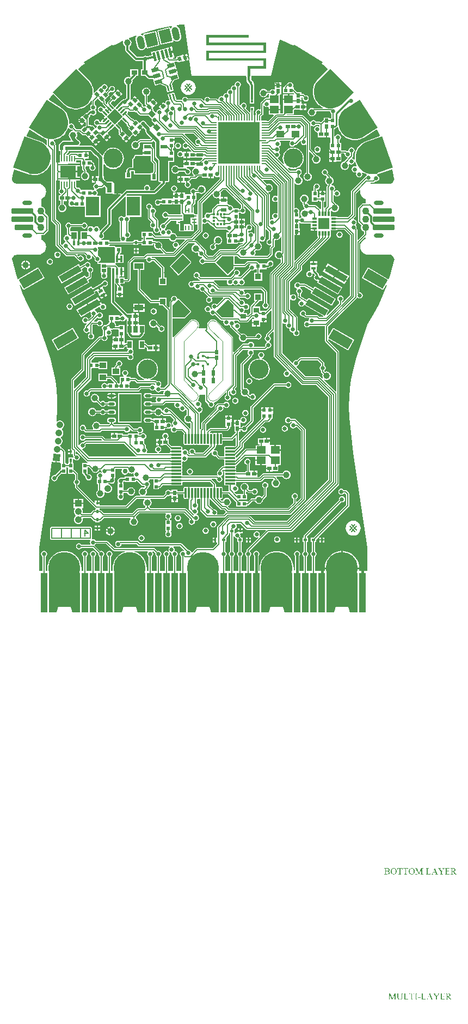
<source format=gbl>
G04*
G04 #@! TF.GenerationSoftware,Altium Limited,Altium Designer,18.1.9 (240)*
G04*
G04 Layer_Physical_Order=4*
G04 Layer_Color=16711680*
%FSLAX44Y44*%
%MOMM*%
G71*
G01*
G75*
%ADD10C,0.2500*%
%ADD11C,0.2000*%
%ADD12C,0.1000*%
%ADD13C,0.1500*%
%ADD15C,0.1524*%
%ADD19C,0.1001*%
%ADD20R,0.5100X0.6000*%
%ADD21C,1.0000*%
%ADD25R,0.3000X0.8000*%
%ADD29R,0.7000X0.4000*%
%ADD31R,0.4000X0.4800*%
%ADD32R,0.3750X0.4170*%
%ADD35R,0.6200X0.6500*%
%ADD36R,0.6000X0.5100*%
%ADD39R,0.6500X0.6200*%
%ADD54R,1.0000X6.1470*%
%ADD56R,0.4800X0.4000*%
%ADD57R,0.4170X0.3750*%
G04:AMPARAMS|DCode=58|XSize=0.51mm|YSize=0.6mm|CornerRadius=0mm|HoleSize=0mm|Usage=FLASHONLY|Rotation=135.000|XOffset=0mm|YOffset=0mm|HoleType=Round|Shape=Rectangle|*
%AMROTATEDRECTD58*
4,1,4,0.3925,0.0318,-0.0318,-0.3925,-0.3925,-0.0318,0.0318,0.3925,0.3925,0.0318,0.0*
%
%ADD58ROTATEDRECTD58*%

G04:AMPARAMS|DCode=59|XSize=0.51mm|YSize=0.6mm|CornerRadius=0mm|HoleSize=0mm|Usage=FLASHONLY|Rotation=45.000|XOffset=0mm|YOffset=0mm|HoleType=Round|Shape=Rectangle|*
%AMROTATEDRECTD59*
4,1,4,0.0318,-0.3925,-0.3925,0.0318,-0.0318,0.3925,0.3925,-0.0318,0.0318,-0.3925,0.0*
%
%ADD59ROTATEDRECTD59*%

G04:AMPARAMS|DCode=64|XSize=0.65mm|YSize=0.62mm|CornerRadius=0mm|HoleSize=0mm|Usage=FLASHONLY|Rotation=225.000|XOffset=0mm|YOffset=0mm|HoleType=Round|Shape=Rectangle|*
%AMROTATEDRECTD64*
4,1,4,0.0106,0.4490,0.4490,0.0106,-0.0106,-0.4490,-0.4490,-0.0106,0.0106,0.4490,0.0*
%
%ADD64ROTATEDRECTD64*%

%ADD68R,1.0414X0.8890*%
%ADD87P,1.5132X4X129.0*%
%ADD88C,1.0700*%
%ADD89C,1.5000*%
G04:AMPARAMS|DCode=90|XSize=1.05mm|YSize=2.15mm|CornerRadius=0mm|HoleSize=0mm|Usage=FLASHONLY|Rotation=13.909|XOffset=0mm|YOffset=0mm|HoleType=Round|Shape=Round|*
%AMOVALD90*
21,1,1.1000,1.0500,0.0000,0.0000,103.9*
1,1,1.0500,0.1322,-0.5339*
1,1,1.0500,-0.1322,0.5339*
%
%ADD90OVALD90*%

%ADD91C,5.0000*%
%ADD92R,1.0700X1.0700*%
%ADD93C,3.0000*%
G04:AMPARAMS|DCode=94|XSize=0.7mm|YSize=1.5mm|CornerRadius=0.35mm|HoleSize=0mm|Usage=FLASHONLY|Rotation=90.000|XOffset=0mm|YOffset=0mm|HoleType=Round|Shape=RoundedRectangle|*
%AMROUNDEDRECTD94*
21,1,0.7000,0.8000,0,0,90.0*
21,1,0.0000,1.5000,0,0,90.0*
1,1,0.7000,0.4000,0.0000*
1,1,0.7000,0.4000,0.0000*
1,1,0.7000,-0.4000,0.0000*
1,1,0.7000,-0.4000,0.0000*
%
%ADD94ROUNDEDRECTD94*%
%ADD95C,1.1000*%
%ADD96C,0.6500*%
%ADD97C,0.7500*%
%ADD98C,1.0500*%
%ADD101C,0.2540*%
%ADD102C,0.3000*%
%ADD105C,0.4000*%
%ADD106C,0.1700*%
%ADD107C,0.5000*%
%ADD108C,0.5000*%
%ADD109C,0.3300*%
%ADD110R,2.1000X3.0000*%
%ADD111R,0.8000X1.6000*%
%ADD112R,0.4000X1.0000*%
%ADD113R,0.5000X0.7000*%
%ADD114R,0.7000X0.5000*%
%ADD115R,0.9000X0.6000*%
G04:AMPARAMS|DCode=116|XSize=0.4mm|YSize=0.7mm|CornerRadius=0mm|HoleSize=0mm|Usage=FLASHONLY|Rotation=300.000|XOffset=0mm|YOffset=0mm|HoleType=Round|Shape=Rectangle|*
%AMROTATEDRECTD116*
4,1,4,-0.4031,-0.0018,0.2031,0.3482,0.4031,0.0018,-0.2031,-0.3482,-0.4031,-0.0018,0.0*
%
%ADD116ROTATEDRECTD116*%

%ADD117R,0.4000X0.7000*%
%ADD118R,0.4001X0.4501*%
%ADD119R,0.4501X0.4001*%
%ADD120O,0.2000X0.1000*%
G04:AMPARAMS|DCode=121|XSize=3.5mm|YSize=1mm|CornerRadius=0mm|HoleSize=0mm|Usage=FLASHONLY|Rotation=330.000|XOffset=0mm|YOffset=0mm|HoleType=Round|Shape=Rectangle|*
%AMROTATEDRECTD121*
4,1,4,-1.7656,0.4420,-1.2655,1.3080,1.7656,-0.4420,1.2655,-1.3080,-1.7656,0.4420,0.0*
%
%ADD121ROTATEDRECTD121*%

G04:AMPARAMS|DCode=122|XSize=3.5mm|YSize=1.6mm|CornerRadius=0mm|HoleSize=0mm|Usage=FLASHONLY|Rotation=330.000|XOffset=0mm|YOffset=0mm|HoleType=Round|Shape=Rectangle|*
%AMROTATEDRECTD122*
4,1,4,-1.9156,0.1822,-1.1156,1.5678,1.9156,-0.1822,1.1156,-1.5678,-1.9156,0.1822,0.0*
%
%ADD122ROTATEDRECTD122*%

G04:AMPARAMS|DCode=123|XSize=3.5mm|YSize=1.6mm|CornerRadius=0mm|HoleSize=0mm|Usage=FLASHONLY|Rotation=210.000|XOffset=0mm|YOffset=0mm|HoleType=Round|Shape=Rectangle|*
%AMROTATEDRECTD123*
4,1,4,1.1156,1.5678,1.9156,0.1822,-1.1156,-1.5678,-1.9156,-0.1822,1.1156,1.5678,0.0*
%
%ADD123ROTATEDRECTD123*%

G04:AMPARAMS|DCode=124|XSize=3.5mm|YSize=1mm|CornerRadius=0mm|HoleSize=0mm|Usage=FLASHONLY|Rotation=210.000|XOffset=0mm|YOffset=0mm|HoleType=Round|Shape=Rectangle|*
%AMROTATEDRECTD124*
4,1,4,1.2655,1.3080,1.7656,0.4420,-1.2655,-1.3080,-1.7656,-0.4420,1.2655,1.3080,0.0*
%
%ADD124ROTATEDRECTD124*%

%ADD125R,2.4500X1.9500*%
%ADD126R,0.2000X0.8500*%
%ADD127R,3.3000X0.2500*%
%ADD128P,0.1414X4X58.9*%
G04:AMPARAMS|DCode=129|XSize=1.75mm|YSize=2mm|CornerRadius=0mm|HoleSize=0mm|Usage=FLASHONLY|Rotation=193.909|XOffset=0mm|YOffset=0mm|HoleType=Round|Shape=Rectangle|*
%AMROTATEDRECTD129*
4,1,4,0.6090,1.1810,1.0897,-0.7604,-0.6090,-1.1810,-1.0897,0.7604,0.6090,1.1810,0.0*
%
%ADD129ROTATEDRECTD129*%

G04:AMPARAMS|DCode=130|XSize=0.4mm|YSize=1.35mm|CornerRadius=0mm|HoleSize=0mm|Usage=FLASHONLY|Rotation=193.909|XOffset=0mm|YOffset=0mm|HoleType=Round|Shape=Rectangle|*
%AMROTATEDRECTD130*
4,1,4,0.0319,0.7033,0.3564,-0.6071,-0.0319,-0.7033,-0.3564,0.6071,0.0319,0.7033,0.0*
%
%ADD130ROTATEDRECTD130*%

%ADD131R,1.4000X0.9000*%
G04:AMPARAMS|DCode=132|XSize=0.86mm|YSize=0.26mm|CornerRadius=0.0325mm|HoleSize=0mm|Usage=FLASHONLY|Rotation=45.000|XOffset=0mm|YOffset=0mm|HoleType=Round|Shape=RoundedRectangle|*
%AMROUNDEDRECTD132*
21,1,0.8600,0.1950,0,0,45.0*
21,1,0.7950,0.2600,0,0,45.0*
1,1,0.0650,0.3500,0.2121*
1,1,0.0650,-0.2121,-0.3500*
1,1,0.0650,-0.3500,-0.2121*
1,1,0.0650,0.2121,0.3500*
%
%ADD132ROUNDEDRECTD132*%
G04:AMPARAMS|DCode=133|XSize=0.86mm|YSize=0.26mm|CornerRadius=0.0325mm|HoleSize=0mm|Usage=FLASHONLY|Rotation=135.000|XOffset=0mm|YOffset=0mm|HoleType=Round|Shape=RoundedRectangle|*
%AMROUNDEDRECTD133*
21,1,0.8600,0.1950,0,0,135.0*
21,1,0.7950,0.2600,0,0,135.0*
1,1,0.0650,-0.2121,0.3500*
1,1,0.0650,0.3500,-0.2121*
1,1,0.0650,0.2121,-0.3500*
1,1,0.0650,-0.3500,0.2121*
%
%ADD133ROUNDEDRECTD133*%
%ADD134P,2.3759X4X180.0*%
%ADD135R,0.2500X0.8000*%
%ADD136R,0.8000X0.2500*%
%ADD137R,0.4000X0.3000*%
%ADD138R,0.3000X0.4000*%
%ADD139R,1.2000X1.0000*%
%ADD140R,1.8000X1.8000*%
%ADD141R,0.8000X0.3000*%
G04:AMPARAMS|DCode=142|XSize=0.28mm|YSize=1.56mm|CornerRadius=0.07mm|HoleSize=0mm|Usage=FLASHONLY|Rotation=0.000|XOffset=0mm|YOffset=0mm|HoleType=Round|Shape=RoundedRectangle|*
%AMROUNDEDRECTD142*
21,1,0.2800,1.4200,0,0,0.0*
21,1,0.1400,1.5600,0,0,0.0*
1,1,0.1400,0.0700,-0.7100*
1,1,0.1400,-0.0700,-0.7100*
1,1,0.1400,-0.0700,0.7100*
1,1,0.1400,0.0700,0.7100*
%
%ADD142ROUNDEDRECTD142*%
G04:AMPARAMS|DCode=143|XSize=0.28mm|YSize=1.56mm|CornerRadius=0.07mm|HoleSize=0mm|Usage=FLASHONLY|Rotation=270.000|XOffset=0mm|YOffset=0mm|HoleType=Round|Shape=RoundedRectangle|*
%AMROUNDEDRECTD143*
21,1,0.2800,1.4200,0,0,270.0*
21,1,0.1400,1.5600,0,0,270.0*
1,1,0.1400,-0.7100,-0.0700*
1,1,0.1400,-0.7100,0.0700*
1,1,0.1400,0.7100,0.0700*
1,1,0.1400,0.7100,-0.0700*
%
%ADD143ROUNDEDRECTD143*%
%ADD144R,0.6000X0.9000*%
G04:AMPARAMS|DCode=145|XSize=1.04mm|YSize=0.44mm|CornerRadius=0.154mm|HoleSize=0mm|Usage=FLASHONLY|Rotation=0.000|XOffset=0mm|YOffset=0mm|HoleType=Round|Shape=RoundedRectangle|*
%AMROUNDEDRECTD145*
21,1,1.0400,0.1320,0,0,0.0*
21,1,0.7320,0.4400,0,0,0.0*
1,1,0.3080,0.3660,-0.0660*
1,1,0.3080,-0.3660,-0.0660*
1,1,0.3080,-0.3660,0.0660*
1,1,0.3080,0.3660,0.0660*
%
%ADD145ROUNDEDRECTD145*%
%ADD146R,3.4000X4.3000*%
G04:AMPARAMS|DCode=147|XSize=0.51mm|YSize=0.6mm|CornerRadius=0mm|HoleSize=0mm|Usage=FLASHONLY|Rotation=195.000|XOffset=0mm|YOffset=0mm|HoleType=Round|Shape=Rectangle|*
%AMROTATEDRECTD147*
4,1,4,0.1687,0.3558,0.3240,-0.2238,-0.1687,-0.3558,-0.3240,0.2238,0.1687,0.3558,0.0*
%
%ADD147ROTATEDRECTD147*%

%ADD148R,0.9500X0.9000*%
%ADD149R,0.9000X0.8000*%
%ADD150R,0.8500X1.0000*%
%ADD151R,1.4000X1.1500*%
%ADD152R,1.1000X0.6000*%
%ADD153R,0.2500X0.6500*%
%ADD154R,0.6500X0.2500*%
%ADD155R,6.4000X6.4000*%
%ADD156R,1.0500X0.5500*%
%ADD157R,0.9500X0.7000*%
%ADD158P,0.4243X4X225.0*%
%ADD159R,0.6350X1.0414*%
G04:AMPARAMS|DCode=160|XSize=0.9mm|YSize=0.8mm|CornerRadius=0mm|HoleSize=0mm|Usage=FLASHONLY|Rotation=135.000|XOffset=0mm|YOffset=0mm|HoleType=Round|Shape=Rectangle|*
%AMROTATEDRECTD160*
4,1,4,0.6010,-0.0354,0.0354,-0.6010,-0.6010,0.0354,-0.0354,0.6010,0.6010,-0.0354,0.0*
%
%ADD160ROTATEDRECTD160*%

G04:AMPARAMS|DCode=161|XSize=0.85mm|YSize=0.25mm|CornerRadius=0mm|HoleSize=0mm|Usage=FLASHONLY|Rotation=285.500|XOffset=0mm|YOffset=0mm|HoleType=Round|Shape=Rectangle|*
%AMROTATEDRECTD161*
4,1,4,-0.2340,0.3761,0.0069,0.4430,0.2340,-0.3761,-0.0069,-0.4430,-0.2340,0.3761,0.0*
%
%ADD161ROTATEDRECTD161*%

G04:AMPARAMS|DCode=162|XSize=0.6mm|YSize=1.1mm|CornerRadius=0mm|HoleSize=0mm|Usage=FLASHONLY|Rotation=286.060|XOffset=0mm|YOffset=0mm|HoleType=Round|Shape=Rectangle|*
%AMROTATEDRECTD162*
4,1,4,-0.6115,0.1361,0.4456,0.4404,0.6115,-0.1361,-0.4456,-0.4404,-0.6115,0.1361,0.0*
%
%ADD162ROTATEDRECTD162*%

%ADD163R,1.0000X1.0000*%
G04:AMPARAMS|DCode=164|XSize=0.9mm|YSize=3.45mm|CornerRadius=0.1755mm|HoleSize=0mm|Usage=FLASHONLY|Rotation=90.000|XOffset=0mm|YOffset=0mm|HoleType=Round|Shape=RoundedRectangle|*
%AMROUNDEDRECTD164*
21,1,0.9000,3.0990,0,0,90.0*
21,1,0.5490,3.4500,0,0,90.0*
1,1,0.3510,1.5495,0.2745*
1,1,0.3510,1.5495,-0.2745*
1,1,0.3510,-1.5495,-0.2745*
1,1,0.3510,-1.5495,0.2745*
%
%ADD164ROUNDEDRECTD164*%
G04:AMPARAMS|DCode=165|XSize=0.9mm|YSize=2.95mm|CornerRadius=0.1755mm|HoleSize=0mm|Usage=FLASHONLY|Rotation=90.000|XOffset=0mm|YOffset=0mm|HoleType=Round|Shape=RoundedRectangle|*
%AMROUNDEDRECTD165*
21,1,0.9000,2.5990,0,0,90.0*
21,1,0.5490,2.9500,0,0,90.0*
1,1,0.3510,1.2995,0.2745*
1,1,0.3510,1.2995,-0.2745*
1,1,0.3510,-1.2995,-0.2745*
1,1,0.3510,-1.2995,0.2745*
%
%ADD165ROUNDEDRECTD165*%
G04:AMPARAMS|DCode=166|XSize=1.23mm|YSize=0.29mm|CornerRadius=0.145mm|HoleSize=0mm|Usage=FLASHONLY|Rotation=90.000|XOffset=0mm|YOffset=0mm|HoleType=Round|Shape=RoundedRectangle|*
%AMROUNDEDRECTD166*
21,1,1.2300,0.0000,0,0,90.0*
21,1,0.9400,0.2900,0,0,90.0*
1,1,0.2900,0.0000,0.4700*
1,1,0.2900,0.0000,-0.4700*
1,1,0.2900,0.0000,-0.4700*
1,1,0.2900,0.0000,0.4700*
%
%ADD166ROUNDEDRECTD166*%
G04:AMPARAMS|DCode=167|XSize=2.212mm|YSize=0.22mm|CornerRadius=0.11mm|HoleSize=0mm|Usage=FLASHONLY|Rotation=90.000|XOffset=0mm|YOffset=0mm|HoleType=Round|Shape=RoundedRectangle|*
%AMROUNDEDRECTD167*
21,1,2.2120,0.0000,0,0,90.0*
21,1,1.9920,0.2200,0,0,90.0*
1,1,0.2200,0.0000,0.9960*
1,1,0.2200,0.0000,-0.9960*
1,1,0.2200,0.0000,-0.9960*
1,1,0.2200,0.0000,0.9960*
%
%ADD167ROUNDEDRECTD167*%
G04:AMPARAMS|DCode=168|XSize=1.287mm|YSize=0.22mm|CornerRadius=0.11mm|HoleSize=0mm|Usage=FLASHONLY|Rotation=180.000|XOffset=0mm|YOffset=0mm|HoleType=Round|Shape=RoundedRectangle|*
%AMROUNDEDRECTD168*
21,1,1.2870,0.0000,0,0,180.0*
21,1,1.0670,0.2200,0,0,180.0*
1,1,0.2200,-0.5335,0.0000*
1,1,0.2200,0.5335,0.0000*
1,1,0.2200,0.5335,0.0000*
1,1,0.2200,-0.5335,0.0000*
%
%ADD168ROUNDEDRECTD168*%
G04:AMPARAMS|DCode=169|XSize=0.9738mm|YSize=0.22mm|CornerRadius=0.11mm|HoleSize=0mm|Usage=FLASHONLY|Rotation=45.000|XOffset=0mm|YOffset=0mm|HoleType=Round|Shape=RoundedRectangle|*
%AMROUNDEDRECTD169*
21,1,0.9738,0.0000,0,0,45.0*
21,1,0.7538,0.2200,0,0,45.0*
1,1,0.2200,0.2665,0.2665*
1,1,0.2200,-0.2665,-0.2665*
1,1,0.2200,-0.2665,-0.2665*
1,1,0.2200,0.2665,0.2665*
%
%ADD169ROUNDEDRECTD169*%
G04:AMPARAMS|DCode=170|XSize=1.5069mm|YSize=0.22mm|CornerRadius=0.11mm|HoleSize=0mm|Usage=FLASHONLY|Rotation=135.000|XOffset=0mm|YOffset=0mm|HoleType=Round|Shape=RoundedRectangle|*
%AMROUNDEDRECTD170*
21,1,1.5069,0.0000,0,0,135.0*
21,1,1.2869,0.2200,0,0,135.0*
1,1,0.2200,-0.4550,0.4550*
1,1,0.2200,0.4550,-0.4550*
1,1,0.2200,0.4550,-0.4550*
1,1,0.2200,-0.4550,0.4550*
%
%ADD170ROUNDEDRECTD170*%
G04:AMPARAMS|DCode=171|XSize=1.507mm|YSize=0.22mm|CornerRadius=0.11mm|HoleSize=0mm|Usage=FLASHONLY|Rotation=135.000|XOffset=0mm|YOffset=0mm|HoleType=Round|Shape=RoundedRectangle|*
%AMROUNDEDRECTD171*
21,1,1.5070,0.0000,0,0,135.0*
21,1,1.2870,0.2200,0,0,135.0*
1,1,0.2200,-0.4550,0.4550*
1,1,0.2200,0.4550,-0.4550*
1,1,0.2200,0.4550,-0.4550*
1,1,0.2200,-0.4550,0.4550*
%
%ADD171ROUNDEDRECTD171*%
G04:AMPARAMS|DCode=172|XSize=1.492mm|YSize=0.29mm|CornerRadius=0.145mm|HoleSize=0mm|Usage=FLASHONLY|Rotation=135.000|XOffset=0mm|YOffset=0mm|HoleType=Round|Shape=RoundedRectangle|*
%AMROUNDEDRECTD172*
21,1,1.4920,0.0000,0,0,135.0*
21,1,1.2020,0.2900,0,0,135.0*
1,1,0.2900,-0.4250,0.4250*
1,1,0.2900,0.4250,-0.4250*
1,1,0.2900,0.4250,-0.4250*
1,1,0.2900,-0.4250,0.4250*
%
%ADD172ROUNDEDRECTD172*%
G04:AMPARAMS|DCode=173|XSize=1.351mm|YSize=0.29mm|CornerRadius=0.145mm|HoleSize=0mm|Usage=FLASHONLY|Rotation=135.000|XOffset=0mm|YOffset=0mm|HoleType=Round|Shape=RoundedRectangle|*
%AMROUNDEDRECTD173*
21,1,1.3510,0.0000,0,0,135.0*
21,1,1.0610,0.2900,0,0,135.0*
1,1,0.2900,-0.3751,0.3751*
1,1,0.2900,0.3751,-0.3751*
1,1,0.2900,0.3751,-0.3751*
1,1,0.2900,-0.3751,0.3751*
%
%ADD173ROUNDEDRECTD173*%
G36*
X-21304Y247692D02*
X-22552Y247443D01*
X-23548Y251158D01*
X-26977Y250239D01*
X-25942Y246376D01*
X-22532Y247289D01*
X-22212Y247366D01*
X-21165Y246648D01*
X-18000Y223000D01*
X66961D01*
Y222000D01*
X67116Y221220D01*
X67278Y220976D01*
Y217005D01*
X67281Y216993D01*
X67561Y214866D01*
X68387Y212873D01*
X69692Y211172D01*
X69699Y211161D01*
X71286Y209574D01*
X71307Y209561D01*
X72026Y208484D01*
X72279Y207214D01*
X72274Y207190D01*
Y189000D01*
Y186214D01*
X72494Y185109D01*
X72498Y179639D01*
X79498Y179645D01*
X79494Y185093D01*
D01*
X79717Y186214D01*
Y207190D01*
X79738D01*
X79369Y209995D01*
X78286Y212608D01*
X76564Y214852D01*
X76549Y214837D01*
X74962Y216424D01*
X74952Y216431D01*
X74719Y216993D01*
X74721Y217005D01*
Y220976D01*
X74884Y221220D01*
X75039Y222000D01*
Y223000D01*
X106000D01*
X119539Y278330D01*
X120680Y278888D01*
X131890Y273872D01*
X140959Y269186D01*
X142266Y271238D01*
X185701Y243567D01*
X184395Y241518D01*
X189525Y237657D01*
X193915Y233950D01*
X193969Y232681D01*
X178633Y217346D01*
X178633Y217346D01*
X176840Y215552D01*
X176777Y215399D01*
X176638Y215306D01*
X173820Y211089D01*
X173788Y210926D01*
X173670Y210808D01*
X171729Y206122D01*
Y205956D01*
X171637Y205817D01*
X170647Y200842D01*
X170679Y200679D01*
X170616Y200526D01*
Y195453D01*
X170679Y195300D01*
X170647Y195137D01*
X171637Y190162D01*
X171729Y190023D01*
Y189857D01*
X173670Y185171D01*
X173788Y185053D01*
X173820Y184890D01*
X176638Y180673D01*
X176777Y180580D01*
X176840Y180427D01*
X180427Y176840D01*
X180580Y176777D01*
X180673Y176638D01*
X184890Y173820D01*
X185053Y173788D01*
X185171Y173670D01*
X185902Y173368D01*
X185654Y172122D01*
X172736D01*
X172493Y172074D01*
X170975Y172703D01*
X169278Y172926D01*
X167581Y172703D01*
X166000Y172048D01*
X164642Y171006D01*
X163600Y169648D01*
X162945Y168067D01*
X162722Y166370D01*
X162945Y164673D01*
X163600Y163092D01*
X164642Y161734D01*
X166000Y160692D01*
X167581Y160037D01*
X169278Y159814D01*
X170975Y160037D01*
X172556Y160692D01*
X173914Y161734D01*
X174956Y163092D01*
X175611Y164673D01*
X175834Y166370D01*
X175807Y166579D01*
X176644Y167534D01*
X197097D01*
X197133Y167489D01*
X197502Y165636D01*
X198552Y164065D01*
X199682Y163310D01*
Y156970D01*
X196600D01*
X196600Y157620D01*
X187400D01*
Y154444D01*
X183741Y150785D01*
X182659D01*
X181915Y151282D01*
X181037Y151457D01*
X175893D01*
X175138Y152587D01*
X173567Y153637D01*
X171713Y154006D01*
X169860Y153637D01*
X168289Y152587D01*
X167356Y151191D01*
X166017Y150733D01*
X156007Y160743D01*
X155263Y161241D01*
X154385Y161415D01*
X130471D01*
X129792Y162685D01*
X129934Y162896D01*
X141500D01*
Y169096D01*
X142178Y170085D01*
X150478D01*
Y169585D01*
X154728D01*
Y174685D01*
Y179785D01*
X153100D01*
Y182600D01*
X148000D01*
Y184600D01*
X153100D01*
Y188850D01*
X153100D01*
X153107Y189098D01*
X153573Y189265D01*
X154678Y188312D01*
X154545Y187645D01*
X154914Y185792D01*
X155964Y184221D01*
X157535Y183171D01*
X159388Y182802D01*
X161242Y183171D01*
X162813Y184221D01*
X163863Y185792D01*
X164231Y187645D01*
X163863Y189499D01*
X162813Y191070D01*
X161242Y192120D01*
X159388Y192488D01*
X158564Y192325D01*
X156867Y194022D01*
X156122Y194519D01*
X155245Y194694D01*
X152600D01*
Y197150D01*
X146494D01*
X142022Y201622D01*
X141278Y202119D01*
X141137Y202147D01*
Y204500D01*
X140274D01*
X139675Y205620D01*
X139971Y206062D01*
X140339Y207916D01*
X139971Y209769D01*
X138921Y211340D01*
X137350Y212390D01*
X135496Y212759D01*
X133643Y212390D01*
X132072Y211340D01*
X131316Y210210D01*
X130916D01*
X130916Y210210D01*
X130038Y210035D01*
X129294Y209538D01*
X126565Y206809D01*
X126068Y206065D01*
X125893Y205187D01*
Y204500D01*
X124137D01*
Y195500D01*
X132237D01*
X132237Y195500D01*
X133037D01*
Y195500D01*
X133507Y195500D01*
X140753D01*
X141056Y195167D01*
X140517Y193947D01*
X140451Y193897D01*
X134000D01*
Y186147D01*
X133000D01*
Y185147D01*
X124000D01*
Y178459D01*
X124000Y178397D01*
X124500Y177334D01*
X124500Y177127D01*
Y164891D01*
X124024Y164415D01*
X120000D01*
Y169147D01*
X102000D01*
Y162397D01*
X109186D01*
X109672Y161223D01*
X100942Y152494D01*
X98950D01*
Y152950D01*
X90750D01*
Y159777D01*
X93122Y162150D01*
X93619Y162894D01*
X93794Y163772D01*
X93794Y163772D01*
Y175904D01*
X95064Y176289D01*
X95576Y175524D01*
X97147Y174474D01*
X99000Y174105D01*
X100730Y174449D01*
X101073Y174389D01*
X102000Y173893D01*
Y171147D01*
X120000D01*
Y177896D01*
X120000D01*
X119500Y178897D01*
Y193396D01*
X120577Y193863D01*
X121397D01*
Y202163D01*
X121897D01*
Y206413D01*
X116796D01*
X111697D01*
Y202163D01*
X111697D01*
X111618Y201822D01*
X110200Y201242D01*
X109853Y201474D01*
X108000Y201843D01*
X106146Y201474D01*
X104575Y200424D01*
X103820Y199294D01*
X99666D01*
X98636Y200636D01*
X97278Y201678D01*
X95697Y202333D01*
X94000Y202556D01*
X92303Y202333D01*
X90722Y201678D01*
X89364Y200636D01*
X88322Y199278D01*
X87667Y197697D01*
X87444Y196000D01*
X87667Y194303D01*
X88322Y192722D01*
X89364Y191364D01*
X90722Y190322D01*
X92303Y189667D01*
X94000Y189444D01*
X95697Y189667D01*
X96057Y189816D01*
X97278Y190322D01*
X98636Y191364D01*
X99678Y192722D01*
X100333Y194303D01*
X100386Y194706D01*
X102427D01*
X102460Y194650D01*
X102500Y193396D01*
X102500D01*
Y188441D01*
X98147D01*
X97269Y188266D01*
X96525Y187769D01*
X93646Y184890D01*
X92756Y184000D01*
X89878Y181122D01*
X89381Y180377D01*
X89206Y179499D01*
Y170884D01*
X88086Y170286D01*
X87803Y170474D01*
X85950Y170843D01*
X84097Y170474D01*
X82525Y169425D01*
X81476Y167853D01*
X81107Y166000D01*
X81476Y164147D01*
X81706Y163802D01*
Y161650D01*
X81000D01*
Y156400D01*
X79000D01*
Y161650D01*
X78549D01*
Y168404D01*
X79007Y168404D01*
X79003Y173774D01*
X79503Y173775D01*
X79503Y174000D01*
X79003D01*
X79002Y174404D01*
X73002Y174400D01*
X73007Y168400D01*
X73007D01*
X73451Y167956D01*
Y166724D01*
X72278Y166238D01*
X70010Y168506D01*
X70005Y168509D01*
X67000Y171514D01*
Y173635D01*
X67474Y174345D01*
X67843Y176198D01*
X67474Y178052D01*
X67000Y178762D01*
Y179988D01*
X66983Y179977D01*
X66228Y179754D01*
X64853Y180673D01*
X63000Y181042D01*
X61146Y180673D01*
X59575Y179623D01*
X58526Y178052D01*
X58441Y177626D01*
X57272Y177272D01*
X56294Y178095D01*
Y190951D01*
Y204820D01*
X57425Y205575D01*
X58474Y207147D01*
X58843Y209000D01*
X58474Y210853D01*
X57425Y212425D01*
X55853Y213474D01*
X54000Y213843D01*
D01*
X54000D01*
X52147Y213474D01*
X50575Y212425D01*
X49526Y210853D01*
X49157Y209000D01*
X49221Y208676D01*
X48323Y207778D01*
X48000Y207843D01*
X46146Y207474D01*
X44575Y206424D01*
X43526Y204853D01*
X43157Y203000D01*
X43221Y202676D01*
X42323Y201778D01*
X42000Y201843D01*
X40147Y201474D01*
X38575Y200424D01*
X37525Y198853D01*
X37157Y197000D01*
X37221Y196676D01*
X36323Y195778D01*
X36000Y195843D01*
X34147Y195474D01*
X32575Y194424D01*
X31525Y192853D01*
X31317Y191805D01*
X30634Y190969D01*
X29947Y190929D01*
X28657Y191186D01*
X26803Y190817D01*
X25232Y189767D01*
X24182Y188196D01*
X23814Y186343D01*
X22639Y185739D01*
X21591Y186787D01*
X20847Y187284D01*
X19969Y187459D01*
X11033D01*
X10278Y188589D01*
X8707Y189639D01*
X6853Y190008D01*
X5000Y189639D01*
X3429Y188589D01*
X2379Y187018D01*
X2010Y185165D01*
X2122Y184604D01*
X951Y183978D01*
X-1857Y186787D01*
X-2601Y187284D01*
X-3479Y187459D01*
X-23760D01*
X-24515Y188589D01*
X-26087Y189639D01*
X-27940Y190008D01*
X-29793Y189639D01*
X-31365Y188589D01*
X-32414Y187018D01*
X-32624Y185965D01*
X-33213Y185126D01*
X-34001Y185054D01*
X-34329Y185119D01*
X-40785D01*
X-41867Y186201D01*
X-44835Y196901D01*
X-49653Y195565D01*
X-49653Y195565D01*
X-54953Y194095D01*
X-52648Y185784D01*
X-53663Y184691D01*
X-54181Y184794D01*
X-56035Y184426D01*
X-57606Y183376D01*
X-58656Y181805D01*
X-58869Y180736D01*
X-60247Y180318D01*
X-61828Y181900D01*
X-64657Y179071D01*
X-61439Y175854D01*
X-62854Y174440D01*
X-66071Y177657D01*
X-68899Y174828D01*
X-65498Y171427D01*
X-65599Y171198D01*
X-66246Y170379D01*
X-67840Y170696D01*
X-69693Y170327D01*
X-71264Y169278D01*
X-72314Y167706D01*
X-72623Y166154D01*
X-73820Y165555D01*
X-77249Y168983D01*
Y170291D01*
X-77423Y171169D01*
X-77921Y171913D01*
X-78561Y172553D01*
Y173144D01*
X-78206Y173994D01*
X-77389Y174288D01*
X-76849Y174828D01*
X-74879Y176798D01*
X-78414Y180334D01*
X-81950Y183869D01*
X-83920Y181899D01*
X-84460Y181359D01*
X-84575Y181040D01*
X-85033Y180854D01*
X-86303Y181710D01*
Y191778D01*
X-85319Y192186D01*
X-83961Y193228D01*
X-82920Y194585D01*
X-82264Y196166D01*
X-82041Y197863D01*
X-82264Y199560D01*
X-82920Y201141D01*
X-83961Y202499D01*
X-85319Y203541D01*
X-86900Y204196D01*
X-88597Y204419D01*
X-90294Y204196D01*
X-91875Y203541D01*
X-93233Y202499D01*
X-94275Y201141D01*
X-94930Y199560D01*
X-95153Y197863D01*
X-94930Y196166D01*
X-94275Y194585D01*
X-93233Y193228D01*
X-91875Y192186D01*
X-90891Y191778D01*
Y179345D01*
X-90717Y178467D01*
X-90219Y177723D01*
X-88804Y176308D01*
X-90046Y175066D01*
X-90046Y175066D01*
X-90046Y175066D01*
X-91228Y174965D01*
X-91353Y174990D01*
X-92687Y174724D01*
X-94549Y176587D01*
X-93308Y177828D01*
X-98893Y183414D01*
X-99629Y184379D01*
X-100408Y185157D01*
X-102458Y187207D01*
X-105676Y183990D01*
X-106383Y184697D01*
X-107090Y183990D01*
X-110625Y187525D01*
X-112363Y185787D01*
X-112635Y185910D01*
X-113411Y186536D01*
X-113228Y187453D01*
X-113228Y187453D01*
Y208543D01*
X-113009Y208634D01*
X-111651Y209676D01*
X-110609Y211034D01*
X-109954Y212615D01*
X-109731Y214312D01*
X-109954Y216009D01*
X-110045Y216228D01*
X-105087Y221186D01*
X-105087Y221186D01*
X-104424Y222178D01*
X-104261Y223000D01*
X-101000D01*
Y233000D01*
X-113500D01*
Y223000D01*
X-113500D01*
X-113039Y221886D01*
X-114371Y220554D01*
X-114590Y220645D01*
X-116287Y220868D01*
X-117984Y220645D01*
X-119565Y219990D01*
X-120923Y218948D01*
X-121965Y217590D01*
X-122619Y216009D01*
X-122843Y214312D01*
X-122619Y212615D01*
X-121965Y211034D01*
X-120923Y209676D01*
X-119565Y208634D01*
X-119346Y208543D01*
Y188720D01*
X-121568Y186497D01*
X-122000Y186583D01*
X-123853Y186214D01*
X-125425Y185165D01*
X-125670Y184798D01*
X-126835Y184566D01*
X-127827Y183903D01*
X-134819Y176911D01*
X-135450Y175967D01*
X-137455Y173962D01*
X-137500Y174008D01*
X-137545Y173962D01*
X-143149Y179566D01*
X-143200Y181056D01*
X-140035Y184221D01*
X-138475Y182661D01*
X-133287Y187849D01*
X-132182Y188247D01*
X-131643Y188787D01*
X-129672Y190757D01*
X-133207Y194293D01*
X-136743Y197828D01*
X-138714Y195858D01*
X-139253Y195318D01*
X-139651Y194213D01*
X-144839Y189025D01*
X-143279Y187465D01*
X-148331Y182414D01*
X-148828Y181670D01*
X-149003Y180792D01*
Y179376D01*
X-149634Y178961D01*
X-150238Y178816D01*
X-151696Y180273D01*
Y182696D01*
X-151870Y183574D01*
X-152367Y184319D01*
X-153343Y185294D01*
X-152433Y186203D01*
X-152101Y186535D01*
X-151203Y187433D01*
X-145808Y192828D01*
X-147367Y194388D01*
X-144079Y197676D01*
X-143853Y197525D01*
X-142000Y197157D01*
X-140146Y197525D01*
X-138575Y198575D01*
X-137525Y200146D01*
X-137157Y202000D01*
X-137525Y203853D01*
X-138575Y205424D01*
X-140146Y206474D01*
X-142000Y206843D01*
X-143853Y206474D01*
X-145424Y205424D01*
X-146474Y203853D01*
X-146843Y202000D01*
X-146743Y201501D01*
X-150612Y197633D01*
X-151910Y198930D01*
X-152100Y199121D01*
X-152073Y200422D01*
X-151550Y200526D01*
X-149979Y201575D01*
X-148929Y203147D01*
X-148560Y205000D01*
X-148929Y206853D01*
X-149979Y208425D01*
X-151550Y209474D01*
X-153404Y209843D01*
X-155257Y209474D01*
X-156828Y208425D01*
X-157878Y206853D01*
X-157939Y206544D01*
X-159155Y206175D01*
X-159172Y206192D01*
X-164567Y200797D01*
X-165465Y199899D01*
X-165797Y199567D01*
X-169346Y196018D01*
X-170616Y196544D01*
Y200526D01*
X-170680Y200679D01*
X-170647Y200842D01*
X-171637Y205817D01*
X-171729Y205956D01*
Y206122D01*
X-173670Y210808D01*
X-173788Y210926D01*
X-173820Y211089D01*
X-176638Y215306D01*
X-176777Y215399D01*
X-176840Y215552D01*
X-178633Y217346D01*
X-193969Y232681D01*
X-193915Y233950D01*
X-189525Y237657D01*
X-184237Y241637D01*
X-185635Y243874D01*
X-141960Y271165D01*
X-140781Y269278D01*
X-131890Y273872D01*
X-125229Y276852D01*
X-124249Y275899D01*
X-124333Y275697D01*
X-124556Y274000D01*
X-124333Y272303D01*
X-123678Y270722D01*
X-122636Y269364D01*
X-121278Y268322D01*
X-121059Y268232D01*
Y262592D01*
X-121059Y262592D01*
X-120826Y261421D01*
X-120163Y260429D01*
X-106571Y246837D01*
X-105579Y246174D01*
X-104408Y245941D01*
X-93809D01*
Y233000D01*
X-97000D01*
Y223000D01*
X-90076D01*
X-85913Y218837D01*
X-85913Y218837D01*
X-84921Y218174D01*
X-83750Y217941D01*
X-83750Y217941D01*
X-77912D01*
X-77494Y216492D01*
X-77494Y216492D01*
X-77143Y215271D01*
X-74866Y207363D01*
X-66875Y209663D01*
X-58158Y205653D01*
X-55755Y196986D01*
X-50936Y198322D01*
X-50936Y198322D01*
X-45636Y199792D01*
X-48497Y210107D01*
X-45097Y215932D01*
X-37388Y218151D01*
X-39878Y226800D01*
X-39397Y226938D01*
X-40504Y230782D01*
X-47711Y228707D01*
X-48264Y230629D01*
X-41057Y232704D01*
X-41870Y235527D01*
X-42164Y236548D01*
X-42996Y237630D01*
X-44744Y243703D01*
X-43980Y244718D01*
X-40574D01*
X-39972Y244838D01*
X-39546Y243248D01*
X-32459Y245147D01*
X-31302Y244939D01*
X-30566Y245137D01*
X-27874Y245858D01*
X-29168Y250688D01*
X-30462Y255517D01*
X-33891Y254598D01*
X-34988Y253787D01*
X-41875Y251941D01*
X-41507Y250569D01*
X-42484Y249306D01*
X-46561D01*
X-46715Y250567D01*
X-44663Y251075D01*
X-46526Y258598D01*
X-50409Y257637D01*
X-50649Y258607D01*
X-51620Y258367D01*
X-53723Y266860D01*
X-56635Y266139D01*
X-56515Y265654D01*
X-62339Y264212D01*
Y264212D01*
X-68648Y262649D01*
Y262649D01*
X-74957Y261087D01*
Y261087D01*
X-81267Y259524D01*
X-80244Y255392D01*
X-80905Y254308D01*
X-87165Y252819D01*
X-88147Y253474D01*
X-90000Y253843D01*
X-91853Y253474D01*
X-93425Y252425D01*
X-93669Y252059D01*
X-103141D01*
X-114941Y263859D01*
Y268232D01*
X-114722Y268322D01*
X-113364Y269364D01*
X-112322Y270722D01*
X-111667Y272303D01*
X-111444Y274000D01*
X-111667Y275697D01*
X-112322Y277278D01*
X-113364Y278636D01*
X-114722Y279678D01*
X-115239Y279892D01*
X-115219Y281258D01*
X-104471Y285361D01*
X-103695Y284298D01*
X-104284Y283560D01*
X-104995Y281931D01*
X-105260Y280174D01*
X-105062Y278408D01*
X-102418Y267731D01*
X-101769Y266076D01*
X-100714Y264645D01*
X-99325Y263537D01*
X-97696Y262826D01*
X-95939Y262560D01*
X-94173Y262758D01*
X-92518Y263407D01*
X-91088Y264462D01*
X-89979Y265851D01*
X-89541Y266854D01*
X-88205Y266740D01*
X-87815Y265166D01*
X-67916Y270093D01*
X-73445Y292419D01*
X-93344Y287491D01*
X-92954Y285916D01*
X-94083Y285192D01*
X-94938Y285875D01*
X-96566Y286586D01*
X-97031Y286656D01*
X-97135Y287956D01*
X-84151Y292094D01*
X-67641Y296353D01*
X-50918Y299680D01*
X-48439Y300030D01*
X-47944Y298817D01*
X-48332Y298531D01*
X-49440Y297142D01*
X-49878Y296139D01*
X-51214Y296252D01*
X-51604Y297827D01*
X-71503Y292900D01*
X-65975Y270574D01*
X-46076Y275502D01*
X-46466Y277077D01*
X-45337Y277800D01*
X-44482Y277118D01*
X-42853Y276407D01*
X-41096Y276141D01*
X-39329Y276340D01*
X-37675Y276989D01*
X-36244Y278043D01*
X-35136Y279433D01*
X-34424Y281061D01*
X-34159Y282819D01*
X-34357Y284585D01*
X-37002Y295262D01*
X-37650Y296917D01*
X-38705Y298347D01*
X-40094Y299456D01*
X-40906Y299811D01*
X-40728Y301118D01*
X-34034Y302063D01*
X-28642Y302518D01*
X-21304Y247692D01*
D02*
G37*
G36*
X71000Y282000D02*
X9000D01*
X9000Y274000D01*
X98000Y274000D01*
X98000Y258000D01*
X9000Y258000D01*
Y250000D01*
X98000D01*
Y234000D01*
X73000D01*
Y222000D01*
X69000D01*
Y222250D01*
Y238000D01*
X94000D01*
Y246000D01*
X5000D01*
Y262000D01*
X94000D01*
Y270000D01*
X5000D01*
Y286000D01*
X71000D01*
Y282000D01*
D02*
G37*
G36*
X234016Y197601D02*
X216197Y179781D01*
X214404Y177988D01*
X210187Y175170D01*
X205501Y173229D01*
X200526Y172239D01*
X195453D01*
X190478Y173229D01*
X185792Y175170D01*
X181575Y177988D01*
X177988Y181575D01*
X175170Y185792D01*
X173229Y190478D01*
X172239Y195453D01*
Y200526D01*
X173229Y205501D01*
X175170Y210187D01*
X177988Y214404D01*
X179781Y216197D01*
X179781D01*
X197601Y234017D01*
X234016Y197601D01*
D02*
G37*
G36*
X-179781Y216197D02*
X-177988Y214404D01*
X-175170Y210187D01*
X-173229Y205501D01*
X-172239Y200526D01*
Y195453D01*
X-173229Y190478D01*
X-175170Y185792D01*
X-177988Y181575D01*
X-181575Y177988D01*
X-185792Y175170D01*
X-190478Y173229D01*
X-195453Y172239D01*
X-200526D01*
X-205501Y173229D01*
X-210187Y175170D01*
X-214404Y177988D01*
X-216197Y179781D01*
X-216197Y179781D01*
X-234017Y197601D01*
X-197601Y234016D01*
X-179781Y216197D01*
D02*
G37*
G36*
X-157828Y180808D02*
X-157554Y181082D01*
X-156284Y180556D01*
Y179323D01*
X-156109Y178445D01*
X-155612Y177701D01*
X-152128Y174217D01*
X-152175Y173710D01*
X-152463Y172755D01*
X-152852Y172495D01*
X-153326Y172021D01*
X-153871Y172082D01*
X-154780Y172363D01*
X-155700Y173740D01*
X-157271Y174790D01*
X-159125Y175159D01*
X-160978Y174790D01*
X-162549Y173740D01*
X-163599Y172169D01*
X-163968Y170316D01*
X-163599Y168462D01*
X-162549Y166891D01*
X-160978Y165841D01*
X-159125Y165473D01*
X-158296Y165637D01*
X-158170Y165553D01*
X-157766Y164949D01*
X-152500Y159683D01*
X-152505Y159633D01*
X-154609Y157529D01*
X-152243Y155163D01*
X-153657Y153749D01*
X-156023Y156115D01*
X-158127Y154011D01*
X-158641Y153242D01*
X-158821Y152335D01*
X-158780Y152128D01*
X-159717Y151022D01*
X-160362Y151153D01*
X-160526Y151975D01*
X-161575Y153546D01*
X-163147Y154596D01*
X-165000Y154964D01*
X-166853Y154596D01*
X-168425Y153546D01*
X-169474Y151975D01*
X-169843Y150121D01*
X-169474Y148268D01*
X-168425Y146697D01*
X-166853Y145647D01*
X-166062Y145489D01*
X-165477Y144078D01*
X-165494Y144053D01*
X-165863Y142200D01*
X-166966Y141238D01*
X-167434Y141298D01*
X-172828Y146692D01*
X-173855Y145666D01*
X-174804Y146300D01*
X-175975Y146533D01*
X-175975Y146533D01*
X-178025D01*
Y156714D01*
X-178065Y156914D01*
X-175332Y159647D01*
X-176422Y160737D01*
X-174569Y162590D01*
X-174424Y162575D01*
X-172853Y161526D01*
X-171000Y161157D01*
X-169147Y161526D01*
X-167575Y162575D01*
X-166526Y164147D01*
X-166157Y166000D01*
X-166526Y167853D01*
X-167402Y169164D01*
X-167505Y170000D01*
X-167402Y170836D01*
X-166526Y172147D01*
X-166157Y174000D01*
X-166526Y175853D01*
X-167575Y177425D01*
X-168706Y178180D01*
Y182750D01*
X-165117Y186338D01*
X-164192Y187172D01*
X-157828Y180808D01*
D02*
G37*
G36*
X-217346Y178633D02*
X-217346Y178633D01*
X-215552Y176840D01*
X-215399Y176777D01*
X-215306Y176638D01*
X-211089Y173820D01*
X-210926Y173788D01*
X-210808Y173670D01*
X-206122Y171729D01*
X-205956D01*
X-205817Y171637D01*
X-200842Y170647D01*
X-200679Y170679D01*
X-200526Y170616D01*
X-195453D01*
X-195300Y170679D01*
X-195137Y170647D01*
X-190162Y171637D01*
X-190023Y171729D01*
X-189857D01*
X-185171Y173670D01*
X-185053Y173788D01*
X-184890Y173820D01*
X-180673Y176638D01*
X-180580Y176777D01*
X-180427Y176840D01*
X-176840Y180427D01*
X-176777Y180580D01*
X-176638Y180673D01*
X-174519Y183844D01*
X-174279Y183816D01*
X-173294Y183392D01*
Y178180D01*
X-174424Y177425D01*
X-175474Y175853D01*
X-175843Y174000D01*
X-175474Y172147D01*
X-174599Y170836D01*
X-174529Y170271D01*
X-175566Y169059D01*
X-175620D01*
X-176790Y168826D01*
X-177783Y168163D01*
X-178056Y167754D01*
X-180748Y165062D01*
X-181837Y166152D01*
X-187706Y160283D01*
X-188060Y160637D01*
X-191065Y157631D01*
X-187459Y154025D01*
X-183853Y150419D01*
X-183786Y150485D01*
X-182613Y149999D01*
Y145506D01*
X-183878Y144242D01*
X-184828Y145192D01*
X-190495Y139525D01*
X-190594Y139591D01*
X-191472Y139766D01*
X-197443D01*
X-200422Y142745D01*
X-200157Y144078D01*
X-200526Y145932D01*
X-201575Y147503D01*
X-203147Y148553D01*
X-205000Y148921D01*
X-206853Y148553D01*
X-207530Y148101D01*
X-207582Y148104D01*
X-207948Y148233D01*
X-208734Y148824D01*
X-208837Y153576D01*
X-208904Y153729D01*
X-208876Y153892D01*
X-209973Y158844D01*
X-210069Y158981D01*
X-210072Y159147D01*
X-212115Y163790D01*
X-212235Y163905D01*
X-212271Y164067D01*
X-215181Y168222D01*
X-215321Y168311D01*
X-215388Y168463D01*
X-219052Y171971D01*
X-219207Y172031D01*
X-219302Y172167D01*
X-221441Y173530D01*
X-239750Y185194D01*
X-239976Y186444D01*
X-237657Y189525D01*
X-233950Y193915D01*
X-232681Y193969D01*
X-217346Y178633D01*
D02*
G37*
G36*
X-131851Y139034D02*
X-131294Y138662D01*
Y135293D01*
X-131119Y134416D01*
X-130622Y133671D01*
X-130339Y133388D01*
X-131899Y131828D01*
X-126172Y126101D01*
X-126313Y125535D01*
X-123803Y123025D01*
X-120267Y126560D01*
X-119560Y125853D01*
X-118853Y126560D01*
X-115636Y123343D01*
X-112807Y126172D01*
Y126172D01*
X-112557Y127717D01*
X-108673Y131601D01*
X-105172Y128101D01*
X-102343Y130929D01*
X-105560Y134146D01*
X-104146Y135560D01*
X-100929Y132343D01*
X-98101Y135172D01*
X-99101Y136172D01*
X-96343Y138929D01*
X-99561Y142146D01*
X-98147Y143560D01*
X-94929Y140343D01*
X-92983Y142289D01*
X-89592Y138898D01*
Y135911D01*
X-89592Y135911D01*
X-89282Y134350D01*
X-88398Y133027D01*
X-80886Y125515D01*
X-82202Y124199D01*
X-98526D01*
X-99501Y124005D01*
X-100328Y123453D01*
X-102661Y121119D01*
X-103390Y121421D01*
X-105087Y121645D01*
X-106784Y121421D01*
X-108365Y120766D01*
X-109723Y119725D01*
X-110765Y118367D01*
X-111420Y116786D01*
X-111643Y115089D01*
X-111420Y113392D01*
X-110765Y111811D01*
X-109723Y110453D01*
X-108365Y109411D01*
X-106784Y108756D01*
X-105087Y108533D01*
X-103390Y108756D01*
X-101809Y109411D01*
X-100451Y110453D01*
X-99409Y111811D01*
X-98754Y113392D01*
X-98531Y115089D01*
X-98754Y116786D01*
X-99056Y117515D01*
X-97470Y119101D01*
X-81146D01*
X-80171Y119295D01*
X-79344Y119848D01*
X-77281Y121910D01*
X-74890Y119519D01*
Y98344D01*
X-74890Y98344D01*
X-74579Y96783D01*
X-73695Y95460D01*
X-69994Y91759D01*
X-69994Y59464D01*
X-69519Y58316D01*
X-68371Y57840D01*
X-66008D01*
X-65482Y56570D01*
X-76743Y45309D01*
X-82238D01*
X-82836Y46429D01*
X-82691Y46647D01*
X-82322Y48500D01*
X-82691Y50353D01*
X-83740Y51925D01*
X-85312Y52975D01*
X-87165Y53343D01*
X-89018Y52975D01*
X-90590Y51925D01*
X-91639Y50353D01*
X-92008Y48500D01*
X-91639Y46647D01*
X-91523Y46473D01*
X-92122Y45353D01*
X-119102D01*
X-119102Y45353D01*
X-120272Y45120D01*
X-121265Y44457D01*
X-126480Y39242D01*
X-127750Y39768D01*
Y41250D01*
X-129000Y40000D01*
X-132750D01*
Y39000D01*
X-128518D01*
X-127992Y37730D01*
X-148092Y17630D01*
X-148755Y16638D01*
X-148988Y15467D01*
X-148988Y15467D01*
Y-6468D01*
X-159978Y-17458D01*
X-161148Y-16832D01*
X-160965Y-15914D01*
X-161342Y-14021D01*
X-162414Y-12417D01*
X-164018Y-11345D01*
X-165910Y-10969D01*
X-167803Y-11345D01*
X-169407Y-12417D01*
X-169704Y-12861D01*
X-171231D01*
X-171646Y-12240D01*
X-173251Y-11168D01*
X-175143Y-10792D01*
X-177036Y-11168D01*
X-178640Y-12240D01*
X-179712Y-13844D01*
X-180088Y-15737D01*
X-179712Y-17629D01*
X-179683Y-17672D01*
X-180362Y-18942D01*
X-190394D01*
Y-30946D01*
X-190394Y-31500D01*
X-190819Y-31500D01*
X-192732D01*
Y-37000D01*
X-194732D01*
Y-31500D01*
X-194895D01*
Y-18942D01*
X-206395D01*
X-207180Y-17998D01*
Y-14143D01*
X-206050Y-13387D01*
X-205294Y-12257D01*
X-188827D01*
X-188071Y-13387D01*
X-186500Y-14437D01*
X-184647Y-14806D01*
X-182793Y-14437D01*
X-181222Y-13387D01*
X-180172Y-11816D01*
X-179804Y-9963D01*
X-180172Y-8109D01*
X-181222Y-6538D01*
X-182793Y-5488D01*
X-184647Y-5120D01*
X-186500Y-5488D01*
X-188071Y-6538D01*
X-188827Y-7669D01*
X-205294D01*
X-206050Y-6538D01*
X-207621Y-5488D01*
X-209474Y-5120D01*
X-211328Y-5488D01*
X-212899Y-6538D01*
X-213949Y-8109D01*
X-214317Y-9963D01*
X-213949Y-11816D01*
X-212899Y-13387D01*
X-211768Y-14143D01*
Y-22936D01*
X-211675Y-23407D01*
X-211900Y-23844D01*
X-212339Y-24444D01*
X-212570Y-24639D01*
X-214132Y-24950D01*
X-215703Y-26000D01*
X-216753Y-27571D01*
X-217122Y-29425D01*
X-216753Y-31278D01*
X-215703Y-32849D01*
X-214573Y-33605D01*
Y-34209D01*
X-214410Y-35027D01*
X-214404Y-35099D01*
X-215019Y-36443D01*
X-215823Y-36603D01*
X-217395Y-37653D01*
X-218444Y-39224D01*
X-218499Y-39499D01*
X-219714Y-39867D01*
X-221644Y-37938D01*
Y-7512D01*
X-221819Y-6634D01*
X-222316Y-5889D01*
X-228706Y501D01*
Y58565D01*
X-228500Y59750D01*
X-222500D01*
Y48500D01*
X-222500Y48500D01*
X-222500D01*
X-222828Y47319D01*
X-223425Y46920D01*
X-224474Y45349D01*
X-224843Y43495D01*
X-224474Y41642D01*
X-223425Y40071D01*
X-222659Y39559D01*
X-222333Y37920D01*
X-222585Y37600D01*
X-224206D01*
Y28400D01*
X-221750D01*
Y23426D01*
X-222580Y23083D01*
X-223938Y22041D01*
X-224980Y20683D01*
X-225635Y19102D01*
X-225858Y17405D01*
X-225635Y15708D01*
X-224980Y14127D01*
X-223938Y12769D01*
X-222580Y11727D01*
X-220999Y11072D01*
X-219302Y10849D01*
X-217605Y11072D01*
X-216024Y11727D01*
X-214666Y12769D01*
X-213624Y14127D01*
X-212969Y15708D01*
X-212746Y17405D01*
X-212969Y19102D01*
X-213624Y20683D01*
X-214666Y22041D01*
X-216024Y23083D01*
X-217162Y23554D01*
Y27866D01*
X-215906Y27900D01*
Y27900D01*
X-211656D01*
Y33000D01*
X-209656D01*
Y27900D01*
X-209357D01*
X-208678Y26630D01*
X-209099Y26000D01*
X-209467Y24147D01*
X-209099Y22293D01*
X-208049Y20722D01*
X-206478Y19672D01*
X-204624Y19304D01*
X-202771Y19672D01*
X-202180Y20067D01*
X-200910Y19630D01*
Y19630D01*
X-192810D01*
Y19630D01*
X-192110Y19530D01*
Y19530D01*
X-183810D01*
X-183750Y18285D01*
Y3500D01*
X-159750D01*
Y36500D01*
X-164598D01*
X-164924Y37018D01*
X-165145Y37770D01*
X-164225Y39147D01*
X-163856Y41000D01*
X-164225Y42853D01*
X-165275Y44425D01*
X-165861Y44816D01*
X-165593Y46165D01*
X-164517Y46379D01*
X-162945Y47429D01*
X-162190Y48559D01*
X-157548D01*
X-156670Y48734D01*
X-155926Y49231D01*
X-154087Y51069D01*
X-151750Y48732D01*
Y39500D01*
X-141020D01*
X-140813Y39500D01*
X-139750Y39000D01*
X-139687Y39000D01*
X-134750D01*
Y40000D01*
X-138000D01*
Y56000D01*
X-140000Y58000D01*
X-140750D01*
Y58500D01*
X-149982D01*
X-151000Y59518D01*
D01*
X-154500Y63018D01*
Y66600D01*
X-155046D01*
Y84762D01*
X-153883Y85274D01*
X-153776Y85265D01*
X-151734Y82776D01*
X-149221Y80714D01*
X-146355Y79182D01*
X-145754Y79000D01*
X-143245Y78239D01*
X-140010Y77920D01*
X-136775Y78239D01*
X-134266Y79000D01*
X-133665Y79182D01*
X-130799Y80714D01*
X-128286Y82776D01*
X-126224Y85289D01*
X-124692Y88155D01*
X-123749Y91265D01*
X-123430Y94500D01*
X-123749Y97735D01*
X-124692Y100845D01*
X-126224Y103711D01*
X-128286Y106224D01*
X-130799Y108286D01*
X-133665Y109818D01*
X-136775Y110761D01*
X-140010Y111080D01*
X-143245Y110761D01*
X-146355Y109818D01*
X-149221Y108286D01*
X-151734Y106224D01*
X-153796Y103711D01*
X-155328Y100845D01*
X-155689Y99653D01*
X-157126Y99293D01*
X-162021Y104188D01*
X-162318Y104387D01*
X-166168Y108237D01*
X-166366Y108534D01*
X-166366Y108534D01*
X-170716Y112884D01*
X-172039Y113768D01*
X-173600Y114078D01*
X-173600Y114078D01*
X-191844D01*
X-192182Y114699D01*
X-192354Y115348D01*
X-191404Y116769D01*
X-191036Y118623D01*
X-191404Y120476D01*
X-192454Y122047D01*
X-194025Y123097D01*
X-194725Y123236D01*
X-197735Y126247D01*
X-196753Y127527D01*
X-196098Y129108D01*
X-195875Y130805D01*
X-196098Y132502D01*
X-196681Y133908D01*
X-196188Y135178D01*
X-192422D01*
X-188225Y130981D01*
X-187481Y130484D01*
X-186603Y130309D01*
X-182673D01*
X-179192Y126828D01*
X-174004Y121640D01*
X-173606Y120535D01*
X-173067Y119996D01*
X-171096Y118025D01*
X-167560Y121560D01*
X-164025Y125096D01*
X-165996Y127067D01*
X-166320Y127391D01*
X-166537Y127625D01*
X-166651Y128828D01*
X-163627Y131853D01*
X-160217D01*
X-156465Y128101D01*
X-156606Y127535D01*
X-154096Y125025D01*
X-150561Y128561D01*
X-147025Y132096D01*
X-148938Y134009D01*
X-144457Y138490D01*
X-143753Y138630D01*
X-143149Y139034D01*
X-137545Y144638D01*
X-137500Y144592D01*
X-137455Y144638D01*
X-131851Y139034D01*
D02*
G37*
G36*
X180906Y146050D02*
Y144671D01*
X179786Y144073D01*
X179492Y144269D01*
X177600Y144645D01*
X175708Y144269D01*
X174103Y143197D01*
X173031Y141592D01*
X172655Y139700D01*
X173031Y137808D01*
X174103Y136203D01*
X175708Y135131D01*
X177600Y134755D01*
X178450Y134057D01*
Y127400D01*
X186750D01*
Y126900D01*
X191000D01*
Y132000D01*
X193000D01*
Y126900D01*
X197250D01*
X198276Y126311D01*
Y118500D01*
X197400D01*
X197400Y109980D01*
X196350Y109449D01*
X196350Y108969D01*
X196350Y108969D01*
Y105349D01*
X201600D01*
Y103349D01*
X196350D01*
Y99249D01*
X196350D01*
Y95200D01*
X201600D01*
Y94200D01*
X202600D01*
Y89100D01*
X206850D01*
Y89600D01*
X215150D01*
Y98800D01*
X215150D01*
X215150Y99749D01*
X215150D01*
Y102090D01*
X219372D01*
X220178Y101109D01*
X220156Y101000D01*
X220525Y99146D01*
X221575Y97575D01*
X223146Y96525D01*
X224193Y96317D01*
X224611Y94939D01*
X219199Y89527D01*
X218829Y89479D01*
X217248Y88824D01*
X215890Y87782D01*
X214848Y86424D01*
X214193Y84843D01*
X213969Y83146D01*
X214193Y81449D01*
X214848Y79868D01*
X215890Y78510D01*
X217248Y77468D01*
X218829Y76813D01*
X220526Y76590D01*
X222222Y76813D01*
X223804Y77468D01*
X225161Y78510D01*
X226203Y79868D01*
X226858Y81449D01*
X227082Y83146D01*
X226858Y84843D01*
X226696Y85234D01*
X227722Y86076D01*
X228722Y85407D01*
X230576Y85039D01*
X232429Y85407D01*
X234000Y86457D01*
X235050Y88029D01*
X235215Y88858D01*
X235256Y88866D01*
X236523Y88786D01*
X238258Y84020D01*
X238370Y83897D01*
X238396Y83733D01*
X238778Y83103D01*
X238419Y82528D01*
X237914Y82078D01*
X236220Y82415D01*
X234328Y82039D01*
X232723Y80967D01*
X231651Y79362D01*
X231275Y77470D01*
X231651Y75578D01*
X232723Y73973D01*
X234328Y72901D01*
X236220Y72525D01*
X237365Y72753D01*
X238182Y71690D01*
X237805Y69797D01*
X238182Y67905D01*
X239254Y66301D01*
X240858Y65229D01*
X242750Y64852D01*
X244643Y65229D01*
X246247Y66301D01*
X247319Y67905D01*
X247695Y69797D01*
X247319Y71690D01*
X247137Y71961D01*
X248069Y72853D01*
X248972Y72190D01*
X249134Y72151D01*
X249246Y72028D01*
X253843Y69885D01*
X254009Y69878D01*
X254144Y69779D01*
X254356Y69727D01*
X254597Y68361D01*
X253857Y67866D01*
X252892Y66422D01*
X252356Y66064D01*
X230788Y44495D01*
X230291Y43751D01*
X230116Y42873D01*
Y8185D01*
X225060Y3129D01*
X208635D01*
Y3835D01*
X199135D01*
Y4335D01*
X198635D01*
Y12650D01*
X199905Y13081D01*
X200074Y12861D01*
X201432Y11819D01*
X203013Y11164D01*
X204710Y10941D01*
X206407Y11164D01*
X207988Y11819D01*
X209346Y12861D01*
X210388Y14219D01*
X211043Y15800D01*
X211266Y17497D01*
X211043Y19194D01*
X210388Y20775D01*
X209346Y22133D01*
X207988Y23175D01*
X206716Y23701D01*
X206332Y24276D01*
X206332Y24276D01*
X202820Y27789D01*
Y37336D01*
X204090Y37721D01*
X204855Y36575D01*
X206427Y35526D01*
X208280Y35157D01*
X210133Y35526D01*
X211705Y36575D01*
X212754Y38147D01*
X213123Y40000D01*
X212754Y41853D01*
X211705Y43425D01*
X210133Y44474D01*
X208280Y44843D01*
X206427Y44474D01*
X204855Y43425D01*
X204480Y42863D01*
X203187Y43214D01*
X203148Y43875D01*
X203950Y44411D01*
X205000Y45982D01*
X205369Y47836D01*
X205000Y49689D01*
X203950Y51260D01*
X202379Y52310D01*
X200526Y52679D01*
X199821Y53833D01*
X199894Y54216D01*
X200986Y55054D01*
X202028Y56412D01*
X202683Y57993D01*
X202906Y59690D01*
X202683Y61387D01*
X202028Y62968D01*
X200986Y64326D01*
X199628Y65368D01*
X198615Y65787D01*
X198470Y66518D01*
X197972Y67263D01*
X193815Y71419D01*
X194081Y72753D01*
X193712Y74606D01*
X192662Y76177D01*
X191091Y77227D01*
X189238Y77596D01*
X187384Y77227D01*
X185813Y76177D01*
X184763Y74606D01*
X184395Y72753D01*
X184763Y70899D01*
X185813Y69328D01*
X187384Y68278D01*
X189238Y67910D01*
X190571Y68175D01*
X192356Y66391D01*
X192229Y64721D01*
X191714Y64326D01*
X190672Y62968D01*
X190017Y61387D01*
X189794Y59690D01*
X190017Y57993D01*
X190672Y56412D01*
X191714Y55054D01*
X193072Y54012D01*
X193369Y52515D01*
X192688Y51833D01*
X192191Y51089D01*
X192016Y50211D01*
Y20699D01*
X189263Y17946D01*
X189199Y17851D01*
X187929Y18236D01*
Y26950D01*
X190135D01*
Y34287D01*
X190635Y35350D01*
X190635Y36113D01*
Y38900D01*
X185635D01*
X180635D01*
Y35350D01*
X181005Y34564D01*
X180655Y33712D01*
X180542Y33599D01*
X179093D01*
X178500Y34192D01*
X178500Y35874D01*
X178500Y36344D01*
Y43974D01*
X176294D01*
Y45388D01*
X176530Y45582D01*
X178383Y45951D01*
X179955Y47000D01*
X181004Y48572D01*
X181373Y50425D01*
X181004Y52278D01*
X179955Y53850D01*
X178383Y54899D01*
X176530Y55268D01*
X174677Y54899D01*
X173105Y53850D01*
X172056Y52278D01*
X171687Y50425D01*
X171985Y48929D01*
X171881Y48773D01*
X171706Y47895D01*
Y43974D01*
X169500D01*
Y36344D01*
X169500Y35074D01*
X169500Y34604D01*
Y26974D01*
X178500D01*
Y28706D01*
X181135D01*
Y26950D01*
X183341D01*
Y16239D01*
X182071Y15713D01*
X176202Y21583D01*
X175292Y22190D01*
X174219Y22404D01*
X165149D01*
X164205Y23817D01*
X162601Y24889D01*
X161700Y25068D01*
X161383Y26426D01*
X162187Y27043D01*
X163245Y28421D01*
X163910Y30027D01*
X164137Y31750D01*
X163910Y33473D01*
X163245Y35078D01*
X162187Y36457D01*
X160809Y37515D01*
X159203Y38180D01*
X157480Y38407D01*
X155757Y38180D01*
X154151Y37515D01*
X152773Y36457D01*
X151715Y35078D01*
X151050Y33473D01*
X150823Y31750D01*
X151050Y30027D01*
X151715Y28421D01*
X152773Y27043D01*
X154151Y25985D01*
X154676Y25768D01*
Y23549D01*
X154890Y22476D01*
X155497Y21566D01*
X155926Y21137D01*
X155764Y20320D01*
X156140Y18428D01*
X157212Y16823D01*
X157432Y16676D01*
X157124Y15355D01*
X156053Y15214D01*
X154447Y14549D01*
X153068Y13491D01*
X152010Y12112D01*
X151346Y10507D01*
X151119Y8784D01*
X151346Y7061D01*
X152010Y5455D01*
X153068Y4076D01*
X153197Y3978D01*
X152880Y2620D01*
X152147Y2474D01*
X150770Y1555D01*
X149500Y1600D01*
Y2400D01*
X149500D01*
Y10500D01*
X149500Y10500D01*
X149500D01*
X149438Y11770D01*
X149623Y12700D01*
X149254Y14553D01*
X148205Y16125D01*
X146633Y17174D01*
X144780Y17543D01*
X142927Y17174D01*
X142694Y17019D01*
X141574Y17618D01*
Y55611D01*
X142844Y56042D01*
X143364Y55364D01*
X144722Y54322D01*
X146303Y53667D01*
X148000Y53444D01*
X149697Y53667D01*
X151278Y54322D01*
X152636Y55364D01*
X153678Y56722D01*
X154333Y58303D01*
X154556Y60000D01*
X154333Y61697D01*
X153678Y63278D01*
X152636Y64636D01*
X151278Y65678D01*
X150294Y66085D01*
Y68741D01*
X150323Y68747D01*
X151894Y69797D01*
X152944Y71368D01*
X153313Y73222D01*
X152944Y75075D01*
X151894Y76646D01*
X150323Y77696D01*
X148470Y78065D01*
X146616Y77696D01*
X145045Y76646D01*
X144290Y75516D01*
X134950D01*
X131528Y78938D01*
X132293Y79969D01*
X133765Y79182D01*
X136875Y78239D01*
X140110Y77920D01*
X143345Y78239D01*
X146455Y79182D01*
X149321Y80714D01*
X151834Y82776D01*
X153896Y85289D01*
X155428Y88155D01*
X156371Y91265D01*
X156690Y94500D01*
X156371Y97735D01*
X155428Y100845D01*
X153896Y103711D01*
X151834Y106224D01*
X149321Y108286D01*
X146455Y109818D01*
X143345Y110761D01*
X140110Y111080D01*
X136875Y110761D01*
X133765Y109818D01*
X130899Y108286D01*
X128386Y106224D01*
X126324Y103711D01*
X124792Y100845D01*
X123849Y97735D01*
X123530Y94500D01*
X123849Y91265D01*
X124792Y88155D01*
X125579Y86683D01*
X124548Y85918D01*
X116210Y94256D01*
X116579Y95471D01*
X116853Y95526D01*
X118425Y96575D01*
X119474Y98147D01*
X119843Y100000D01*
X119474Y101853D01*
X118425Y103425D01*
X117893Y103780D01*
Y104844D01*
X118058Y105197D01*
X119064Y106701D01*
X119432Y108555D01*
X119064Y110408D01*
X118296Y111557D01*
X118076Y112112D01*
X118558Y113143D01*
X119425Y113722D01*
X120474Y115293D01*
X120843Y117147D01*
X120474Y119000D01*
X119445Y120541D01*
X119480Y120730D01*
X119855Y121811D01*
X134824D01*
X135291Y120541D01*
X134446Y119278D01*
X134078Y117425D01*
X134446Y115571D01*
X135496Y114000D01*
X137067Y112950D01*
X138921Y112582D01*
X140774Y112950D01*
X142345Y114000D01*
X143101Y115131D01*
X143607D01*
X144485Y115305D01*
X145229Y115802D01*
X150950Y121523D01*
X152120Y120898D01*
X151950Y120044D01*
X152319Y118191D01*
X153369Y116620D01*
X154940Y115570D01*
X156793Y115201D01*
X158647Y115570D01*
X159093Y115868D01*
X160213Y115270D01*
Y72104D01*
X159282Y71718D01*
X157924Y70676D01*
X156882Y69318D01*
X156227Y67737D01*
X156004Y66040D01*
X156227Y64343D01*
X156882Y62762D01*
X157924Y61404D01*
X159282Y60362D01*
X160863Y59707D01*
X162560Y59484D01*
X164257Y59707D01*
X165838Y60362D01*
X167196Y61404D01*
X168238Y62762D01*
X168893Y64343D01*
X169116Y66040D01*
X168893Y67737D01*
X168238Y69318D01*
X167196Y70676D01*
X165838Y71718D01*
X164802Y72147D01*
Y103950D01*
X165975Y104436D01*
X171577Y98834D01*
X171494Y97567D01*
X171420Y97510D01*
X170378Y96152D01*
X169723Y94571D01*
X169500Y92874D01*
X169723Y91178D01*
X170378Y89596D01*
X171420Y88239D01*
X172778Y87197D01*
X174359Y86542D01*
X176056Y86318D01*
X177753Y86542D01*
X179334Y87197D01*
X180692Y88239D01*
X181734Y89596D01*
X182389Y91178D01*
X182612Y92874D01*
X182389Y94571D01*
X181734Y96152D01*
X180692Y97510D01*
X179334Y98552D01*
X177753Y99207D01*
X177681Y99216D01*
X177678Y99221D01*
X167801Y109098D01*
Y144537D01*
X169072Y145215D01*
X169860Y144689D01*
X171713Y144320D01*
X173567Y144689D01*
X175138Y145738D01*
X175893Y146869D01*
X180087D01*
X180906Y146050D01*
D02*
G37*
G36*
X-115546Y167422D02*
X-114801Y166925D01*
X-113924Y166750D01*
X-108456D01*
X-107578Y166925D01*
X-106899Y167378D01*
X-105328Y165808D01*
X-104087Y167049D01*
X-98915Y161877D01*
X-98915Y161877D01*
X-98170Y161380D01*
X-97292Y161205D01*
X-85027D01*
X-79769Y155947D01*
X-79804Y155894D01*
X-80173Y154040D01*
X-79804Y152187D01*
X-78755Y150616D01*
X-77183Y149566D01*
X-76347Y149399D01*
X-75929Y148021D01*
X-76361Y147590D01*
X-71764Y142993D01*
X-73179Y141579D01*
X-77775Y146175D01*
X-80853Y143097D01*
X-82387Y143107D01*
X-82630Y143471D01*
X-82630Y143471D01*
X-88386Y149228D01*
X-88526Y149927D01*
X-89575Y151498D01*
X-91147Y152548D01*
X-93000Y152916D01*
X-94853Y152548D01*
X-96425Y151498D01*
X-97308Y150175D01*
X-98535Y149606D01*
X-99101Y149465D01*
X-104828Y155192D01*
X-106388Y153632D01*
X-108378Y155622D01*
X-109122Y156119D01*
X-110000Y156294D01*
X-110958D01*
X-118424Y163759D01*
X-117234Y164949D01*
X-116830Y165553D01*
X-116689Y166265D01*
X-116814Y166895D01*
X-116758Y166972D01*
X-115546Y167422D01*
X-115546Y167422D01*
D02*
G37*
G36*
X-118890Y147373D02*
Y146596D01*
X-118715Y145718D01*
X-118218Y144974D01*
X-115632Y142388D01*
X-117192Y140828D01*
X-111465Y135101D01*
Y135101D01*
X-110899Y134535D01*
X-109467Y133103D01*
X-114300Y128270D01*
X-115570Y128270D01*
X-116753Y129410D01*
X-119242Y131899D01*
Y131899D01*
X-119808Y132465D01*
X-125535Y138192D01*
X-125696Y138031D01*
X-126706Y139005D01*
Y140190D01*
X-126706Y140190D01*
X-126881Y141068D01*
X-127301Y141698D01*
X-127295Y141728D01*
X-127437Y142441D01*
X-127840Y143044D01*
X-133398Y148602D01*
X-127000Y155000D01*
X-118890Y147373D01*
D02*
G37*
G36*
X271238Y142266D02*
X249985Y128726D01*
X247846Y127364D01*
X243118Y125525D01*
X238123Y124644D01*
X233052Y124755D01*
X228100Y125853D01*
X223457Y127896D01*
X219302Y130805D01*
X215795Y134469D01*
X213069Y138747D01*
X211231Y143475D01*
X210350Y148470D01*
X210461Y153541D01*
X211558Y158493D01*
X213601Y163136D01*
X216511Y167291D01*
X220175Y170798D01*
X222314Y172161D01*
X222314Y172161D01*
X243567Y185701D01*
X271238Y142266D01*
D02*
G37*
G36*
X-222314Y172161D02*
X-220175Y170798D01*
X-216511Y167291D01*
X-213601Y163136D01*
X-211558Y158493D01*
X-210461Y153541D01*
X-210350Y148470D01*
X-211231Y143475D01*
X-213069Y138747D01*
X-215795Y134469D01*
X-219302Y130805D01*
X-223457Y127896D01*
X-228100Y125853D01*
X-233052Y124755D01*
X-238123Y124644D01*
X-243118Y125525D01*
X-247846Y127364D01*
X-249985Y128726D01*
X-249985D01*
X-271238Y142266D01*
X-243567Y185701D01*
X-222314Y172161D01*
D02*
G37*
G36*
X-250857Y127357D02*
X-250857Y127357D01*
X-248718Y125994D01*
X-248554Y125965D01*
X-248434Y125850D01*
X-243707Y124012D01*
X-242915Y123009D01*
Y116107D01*
X-244185Y115548D01*
X-246490Y117661D01*
X-246646Y117718D01*
X-246744Y117852D01*
X-251081Y120483D01*
X-251245Y120508D01*
X-251368Y120621D01*
X-253751Y121488D01*
X-274180Y128924D01*
X-274676Y130093D01*
X-273872Y131890D01*
X-270367Y138674D01*
X-269140Y139005D01*
X-250857Y127357D01*
D02*
G37*
G36*
X-8278Y125983D02*
X-8696Y124605D01*
X-9354Y124474D01*
X-10925Y123425D01*
X-11975Y121853D01*
X-12344Y120000D01*
X-11975Y118147D01*
X-10925Y116575D01*
X-9354Y115526D01*
X-7501Y115157D01*
X-6729Y115310D01*
X-6375Y114914D01*
X-6944Y113644D01*
X-10578D01*
X-28817Y131883D01*
X-28331Y133056D01*
X-15351D01*
X-8278Y125983D01*
D02*
G37*
G36*
X-27670Y120005D02*
X-28088Y118627D01*
X-28853Y118474D01*
X-30425Y117425D01*
X-31474Y115853D01*
X-31843Y114000D01*
X-31474Y112147D01*
X-30425Y110575D01*
X-28853Y109526D01*
X-27000Y109157D01*
X-25147Y109526D01*
X-23575Y110575D01*
X-22796Y110652D01*
X-17918Y105773D01*
X-18404Y104600D01*
X-20150D01*
Y105100D01*
X-24400D01*
Y100000D01*
Y94900D01*
X-20150D01*
Y95400D01*
X-12474D01*
Y95374D01*
X-1563D01*
X-1077Y94201D01*
X-4904Y90374D01*
X-11850D01*
Y90600D01*
X-20150D01*
Y91100D01*
X-24400D01*
Y86000D01*
X-25400D01*
Y85000D01*
X-30650D01*
Y81388D01*
X-30650Y80900D01*
X-31596Y80118D01*
X-37451D01*
X-37542Y80337D01*
X-38584Y81695D01*
X-39941Y82737D01*
X-41522Y83392D01*
X-43219Y83615D01*
X-44916Y83392D01*
X-46497Y82737D01*
X-47855Y81695D01*
X-48897Y80337D01*
X-49552Y78756D01*
X-49775Y77059D01*
X-49552Y75362D01*
X-48897Y73781D01*
X-47855Y72423D01*
X-46497Y71381D01*
X-44916Y70726D01*
X-43219Y70503D01*
X-41522Y70726D01*
X-39941Y71381D01*
X-38584Y72423D01*
X-37542Y73781D01*
X-37451Y74000D01*
X-28843D01*
X-28474Y72147D01*
X-27425Y70575D01*
X-25853Y69526D01*
X-24000Y69157D01*
X-22147Y69526D01*
X-20575Y70575D01*
X-19526Y72147D01*
X-19157Y74000D01*
X-19526Y75853D01*
X-20575Y77425D01*
X-22147Y78474D01*
X-24000Y78843D01*
X-24432Y78757D01*
X-24896Y79222D01*
X-25507Y79630D01*
X-25122Y80900D01*
X-20150D01*
Y81400D01*
X-13744D01*
X-13462Y81110D01*
X-13772Y79607D01*
X-14131Y79458D01*
X-15489Y78417D01*
X-16531Y77059D01*
X-17186Y75478D01*
X-17409Y73781D01*
X-17186Y72084D01*
X-16531Y70503D01*
X-15489Y69145D01*
X-14755Y68582D01*
X-15186Y67312D01*
X-18621D01*
X-19499Y67137D01*
X-20050Y66769D01*
X-21250Y66600D01*
X-21250Y66600D01*
X-21250Y66600D01*
X-29550D01*
Y67100D01*
X-33800D01*
Y62000D01*
Y56900D01*
X-29550D01*
Y56900D01*
X-28294Y56866D01*
Y56383D01*
X-28130Y55559D01*
X-28474Y55044D01*
X-28843Y53190D01*
X-28474Y51337D01*
X-27425Y49766D01*
X-25853Y48716D01*
X-24000Y48347D01*
X-22147Y48716D01*
X-20575Y49766D01*
X-19526Y51337D01*
X-19157Y53190D01*
X-19526Y55044D01*
X-20575Y56615D01*
X-20670Y56699D01*
X-21250Y57748D01*
X-21250Y59783D01*
X-20761Y59881D01*
X-20017Y60378D01*
X-17671Y62724D01*
X-12178D01*
X-11300Y62898D01*
X-10556Y63396D01*
X-9231Y64720D01*
X-9231Y64720D01*
X-7245Y66706D01*
X-2150D01*
Y64400D01*
X6150D01*
Y63900D01*
X10400D01*
Y69000D01*
X12400D01*
Y63900D01*
X16650D01*
Y67171D01*
X17920Y67556D01*
X18575Y66575D01*
X20147Y65526D01*
X22000Y65157D01*
X23853Y65526D01*
X24436Y65915D01*
X25706Y65236D01*
Y62278D01*
X-8198Y28374D01*
X-8695Y27630D01*
X-8870Y26752D01*
Y7750D01*
X-12670D01*
X-12852Y8189D01*
X-12961Y8234D01*
X-13021Y8336D01*
X-14291Y9296D01*
X-14750Y9415D01*
Y19000D01*
X-15206D01*
Y21382D01*
X-12978Y23610D01*
X-12481Y24354D01*
X-12306Y25232D01*
Y29790D01*
X-10550D01*
Y38790D01*
X-10930D01*
X-11462Y39889D01*
X-10777Y40886D01*
X-6659D01*
X-5818Y40240D01*
X-4237Y39585D01*
X-2540Y39362D01*
X-843Y39585D01*
X738Y40240D01*
X2096Y41282D01*
X3138Y42640D01*
X3793Y44221D01*
X4016Y45918D01*
X3793Y47615D01*
X3138Y49196D01*
X2096Y50554D01*
X738Y51596D01*
X-843Y52251D01*
X-2540Y52474D01*
X-4237Y52251D01*
X-5818Y51596D01*
X-7176Y50554D01*
X-8218Y49196D01*
X-8873Y47615D01*
X-9096Y45918D01*
X-9486Y45474D01*
X-11060D01*
X-11815Y46605D01*
X-13387Y47654D01*
X-15240Y48023D01*
X-17093Y47654D01*
X-18665Y46605D01*
X-19714Y45033D01*
X-20083Y43180D01*
X-19714Y41327D01*
X-18868Y40060D01*
X-18957Y39644D01*
X-19933Y38790D01*
X-27550D01*
X-27920Y39907D01*
Y41400D01*
X-32020D01*
Y36150D01*
X-34020D01*
Y41400D01*
X-40910D01*
Y36150D01*
X-41910D01*
Y35150D01*
X-47010D01*
Y32772D01*
X-47850Y31850D01*
X-55480D01*
X-56750Y31850D01*
X-57220Y31850D01*
X-64850D01*
Y30174D01*
X-67992D01*
X-68441Y30474D01*
X-70295Y30843D01*
X-72148Y30474D01*
X-73719Y29425D01*
X-74769Y27853D01*
X-75138Y26000D01*
X-74769Y24147D01*
X-73719Y22575D01*
X-72148Y21526D01*
X-70295Y21157D01*
X-68441Y21526D01*
X-66870Y22575D01*
X-66120Y23698D01*
X-64850Y23313D01*
Y22850D01*
X-57220D01*
X-55950Y22850D01*
X-55480Y22850D01*
X-47850D01*
Y25056D01*
X-46510D01*
Y22600D01*
X-34794D01*
Y19000D01*
X-35250D01*
Y8000D01*
X-36458Y7850D01*
X-41600D01*
Y7804D01*
X-53802D01*
X-53931Y8453D01*
X-55003Y10057D01*
X-56608Y11129D01*
X-58500Y11506D01*
X-60392Y11129D01*
X-61997Y10057D01*
X-63068Y8453D01*
X-63445Y6561D01*
X-63068Y4668D01*
X-61997Y3064D01*
X-60392Y1992D01*
X-58500Y1616D01*
X-56608Y1992D01*
X-56302Y2196D01*
X-54722D01*
X-54196Y926D01*
X-61339Y-6217D01*
X-62157Y-6055D01*
X-64049Y-6431D01*
X-65653Y-7503D01*
X-66725Y-9108D01*
X-67102Y-11000D01*
X-66725Y-12892D01*
X-65653Y-14497D01*
X-65148Y-14834D01*
X-65148Y-16362D01*
X-65820Y-16811D01*
X-66520Y-17859D01*
X-67717Y-17363D01*
X-67547Y-16510D01*
X-67916Y-14657D01*
X-68965Y-13085D01*
X-70096Y-12330D01*
Y-1576D01*
X-70271Y-698D01*
X-70768Y46D01*
X-75731Y5009D01*
Y8840D01*
X-74600Y9595D01*
X-73551Y11167D01*
X-73182Y13020D01*
X-73551Y14873D01*
X-74600Y16444D01*
X-76172Y17494D01*
X-78025Y17863D01*
X-79081Y18948D01*
X-78977Y19468D01*
X-79346Y21322D01*
X-80395Y22893D01*
X-81967Y23943D01*
X-83820Y24311D01*
X-85673Y23943D01*
X-87245Y22893D01*
X-88294Y21322D01*
X-88663Y19468D01*
X-88294Y17615D01*
X-87245Y16044D01*
X-86010Y15219D01*
Y1885D01*
X-85835Y1007D01*
X-85337Y263D01*
X-81012Y-4062D01*
X-81137Y-5326D01*
X-81345Y-5465D01*
X-82395Y-7037D01*
X-82764Y-8890D01*
X-82395Y-10743D01*
X-81345Y-12315D01*
X-79774Y-13364D01*
X-77921Y-13733D01*
X-77752Y-13700D01*
X-77289Y-14199D01*
X-76898Y-14825D01*
X-77233Y-16510D01*
X-76864Y-18363D01*
X-75815Y-19935D01*
X-74243Y-20984D01*
X-72390Y-21353D01*
X-70537Y-20984D01*
X-68965Y-19935D01*
X-68266Y-18887D01*
X-67069Y-19382D01*
X-67239Y-20236D01*
X-66870Y-22089D01*
X-65820Y-23660D01*
X-64660Y-24436D01*
X-65045Y-25706D01*
X-73730D01*
X-77058Y-22378D01*
X-77802Y-21881D01*
X-78500Y-21742D01*
Y-19500D01*
X-86130D01*
X-87400Y-19500D01*
X-87870Y-19500D01*
X-95500D01*
Y-28500D01*
X-93744D01*
Y-31500D01*
X-95500D01*
Y-33706D01*
X-100646D01*
Y-32100D01*
X-107646D01*
Y-33685D01*
X-108951D01*
X-108951Y-33685D01*
X-109829Y-33860D01*
X-110573Y-34357D01*
X-110803Y-34587D01*
X-119971D01*
X-120650Y-33317D01*
X-120000Y-32344D01*
X-119631Y-30490D01*
X-119740Y-29944D01*
X-118660Y-28864D01*
X-118110Y-28973D01*
X-116257Y-28604D01*
X-114685Y-27555D01*
X-113636Y-25983D01*
X-113267Y-24130D01*
X-113636Y-22277D01*
X-114685Y-20705D01*
X-116257Y-19656D01*
X-116366Y-19634D01*
Y-3963D01*
X-115490Y-3378D01*
X-114440Y-1807D01*
X-114072Y47D01*
X-114440Y1900D01*
X-114661Y2230D01*
X-113982Y3500D01*
X-96250D01*
Y36500D01*
X-118774D01*
X-119300Y37770D01*
X-117835Y39235D01*
X-89975D01*
X-89754Y39191D01*
X-89754Y39191D01*
X-75476D01*
X-75476Y39191D01*
X-74306Y39424D01*
X-73313Y40087D01*
X-59337Y54064D01*
X-58674Y55056D01*
X-58441Y56226D01*
X-58441Y56227D01*
Y56942D01*
X-57543Y57840D01*
X-54182Y57840D01*
X-53034Y58316D01*
X-52558Y59464D01*
X-52558Y89290D01*
X-45030D01*
Y92955D01*
X-44922Y93500D01*
X-45030Y94045D01*
Y96920D01*
X-45030Y97390D01*
X-45030D01*
Y98190D01*
X-45030D01*
Y106290D01*
X-47236D01*
Y110250D01*
X-45030D01*
Y113457D01*
X-43760Y113582D01*
X-43687Y113214D01*
X-43474Y112147D01*
X-42425Y110575D01*
X-40853Y109526D01*
X-39000Y109157D01*
X-37147Y109526D01*
X-35575Y110575D01*
X-34526Y112147D01*
X-34157Y114000D01*
X-34526Y115853D01*
X-35575Y117425D01*
X-37147Y118474D01*
X-39000Y118843D01*
X-40853Y118474D01*
X-42425Y117425D01*
X-43474Y115853D01*
X-43687Y114786D01*
X-43760Y114418D01*
X-45030Y114543D01*
Y118350D01*
X-44530Y118650D01*
Y122200D01*
X-49530D01*
Y124200D01*
X-44530D01*
Y126806D01*
X-34471D01*
X-27670Y120005D01*
D02*
G37*
G36*
X209492Y143221D02*
X209703Y143081D01*
X209721Y143052D01*
X209718Y142886D01*
X211556Y138159D01*
X211671Y138039D01*
X211700Y137875D01*
X214425Y133597D01*
X214561Y133501D01*
X214622Y133346D01*
X218129Y129682D01*
X218281Y129615D01*
X218371Y129475D01*
X222526Y126566D01*
X222688Y126530D01*
X222803Y126410D01*
X227446Y124367D01*
X227612Y124363D01*
X227748Y124268D01*
X232700Y123170D01*
X232864Y123199D01*
X233016Y123132D01*
X238088Y123021D01*
X238242Y123082D01*
X238405Y123046D01*
X243400Y123926D01*
X243540Y124016D01*
X243707Y124012D01*
X248434Y125850D01*
X248554Y125965D01*
X248718Y125994D01*
X250857Y127357D01*
X269140Y139005D01*
X270367Y138674D01*
X273872Y131890D01*
X274676Y130093D01*
X274180Y128924D01*
X253751Y121488D01*
X253751Y121488D01*
X251368Y120621D01*
X251245Y120508D01*
X251081Y120483D01*
X246744Y117852D01*
X246646Y117718D01*
X246490Y117661D01*
X242750Y114234D01*
X242680Y114083D01*
X242538Y113997D01*
X239538Y109906D01*
X239499Y109745D01*
X239376Y109633D01*
X237233Y105035D01*
X237225Y104869D01*
X237127Y104735D01*
X235921Y99808D01*
X235947Y99644D01*
X235877Y99493D01*
X235655Y94426D01*
X235712Y94269D01*
X235673Y94108D01*
X235876Y92785D01*
X234664Y92314D01*
X234000Y93307D01*
X232429Y94356D01*
X232155Y94411D01*
X231786Y95626D01*
X232622Y96462D01*
X232622Y96462D01*
X233119Y97206D01*
X233294Y98084D01*
X233294Y98084D01*
Y102441D01*
X234425Y103196D01*
X235474Y104767D01*
X235843Y106621D01*
X235474Y108474D01*
X234425Y110045D01*
X232853Y111095D01*
X231000Y111464D01*
X229147Y111095D01*
X227575Y110045D01*
X226526Y108474D01*
X226212Y106897D01*
X225298Y105784D01*
X225000Y105843D01*
X223666Y105578D01*
X223237Y106006D01*
X222493Y106504D01*
X221615Y106678D01*
X215150D01*
Y108949D01*
X215150D01*
X214400Y109500D01*
Y118500D01*
X212490D01*
X212469Y118603D01*
X211972Y119347D01*
X211844Y119475D01*
Y122820D01*
X212975Y123575D01*
X214024Y125147D01*
X214393Y127000D01*
X214024Y128853D01*
X212975Y130425D01*
X211403Y131474D01*
X209550Y131843D01*
X207697Y131474D01*
X206125Y130425D01*
X205195Y129032D01*
X204463Y129061D01*
X203925Y129243D01*
Y139970D01*
X205600D01*
Y141345D01*
X205932Y141411D01*
X206848Y142023D01*
X208294Y143468D01*
X209492Y143221D01*
D02*
G37*
G36*
X-208425Y140654D02*
X-206853Y139604D01*
X-205000Y139235D01*
X-203666Y139500D01*
X-202764Y138598D01*
X-203220Y137257D01*
X-204128Y137138D01*
X-205709Y136483D01*
X-207067Y135441D01*
X-208109Y134083D01*
X-208764Y132502D01*
X-208987Y130805D01*
X-208764Y129108D01*
X-208109Y127527D01*
X-207067Y126169D01*
X-206509Y125742D01*
Y125175D01*
X-206509Y125175D01*
X-206199Y123614D01*
X-205854Y123098D01*
X-206533Y121828D01*
X-217342D01*
X-218902Y121518D01*
X-220226Y120634D01*
X-220226Y120633D01*
X-223334Y117525D01*
X-224218Y116202D01*
X-224528Y114642D01*
X-224528Y114641D01*
Y110000D01*
X-224500Y109857D01*
Y105500D01*
X-222294D01*
Y99500D01*
X-222500D01*
Y88250D01*
X-228500D01*
X-228706Y89435D01*
Y114200D01*
X-228881Y115078D01*
X-229378Y115822D01*
X-230222Y116666D01*
X-229957Y118000D01*
X-230326Y119853D01*
X-231375Y121425D01*
X-232205Y121979D01*
X-231950Y123336D01*
X-227748Y124268D01*
X-227612Y124363D01*
X-227446Y124367D01*
X-222803Y126410D01*
X-222688Y126530D01*
X-222526Y126566D01*
X-218371Y129475D01*
X-218281Y129615D01*
X-218129Y129682D01*
X-214622Y133346D01*
X-214561Y133501D01*
X-214425Y133597D01*
X-211700Y137875D01*
X-211671Y138039D01*
X-211556Y138159D01*
X-210353Y141253D01*
X-208929Y141409D01*
X-208425Y140654D01*
D02*
G37*
G36*
X-172332Y102964D02*
X-172134Y102668D01*
X-167887Y98421D01*
X-167887Y98421D01*
X-167590Y98223D01*
X-163203Y93835D01*
Y67100D01*
X-167050D01*
Y62000D01*
Y56900D01*
X-166828D01*
X-166703Y55630D01*
X-168223Y55328D01*
X-169795Y54278D01*
X-170844Y52707D01*
X-171213Y50853D01*
X-170844Y49000D01*
X-169795Y47429D01*
X-169208Y47037D01*
X-169476Y45689D01*
X-170552Y45474D01*
X-171230Y45022D01*
X-172500Y45500D01*
Y45500D01*
X-180600D01*
Y45500D01*
X-181300Y45600D01*
Y45600D01*
X-181828Y45600D01*
X-189600D01*
X-190489Y46502D01*
X-191446Y47935D01*
X-193051Y49007D01*
X-194943Y49383D01*
X-195760Y49221D01*
X-197196Y50657D01*
Y54250D01*
X-197400Y55275D01*
Y59750D01*
X-191500D01*
Y62000D01*
X-210000D01*
Y64000D01*
X-191500D01*
Y66250D01*
X-195750D01*
Y73000D01*
X-210000D01*
Y75000D01*
X-195750D01*
Y81750D01*
X-191500D01*
Y84000D01*
X-210000D01*
Y86000D01*
X-191500D01*
Y88250D01*
X-197500D01*
Y91456D01*
X-189773D01*
Y82458D01*
X-188017D01*
Y77723D01*
X-187842Y76845D01*
X-187345Y76101D01*
X-185978Y74733D01*
Y73085D01*
X-186962Y72678D01*
X-188319Y71636D01*
X-189361Y70278D01*
X-190016Y68697D01*
X-190240Y67000D01*
X-190016Y65303D01*
X-189361Y63722D01*
X-188319Y62364D01*
X-186962Y61322D01*
X-185380Y60667D01*
X-183684Y60444D01*
X-181987Y60667D01*
X-180406Y61322D01*
X-179048Y62364D01*
X-178006Y63722D01*
X-177351Y65303D01*
X-177127Y67000D01*
X-177351Y68697D01*
X-178006Y70278D01*
X-179048Y71636D01*
X-180406Y72678D01*
X-181390Y73085D01*
Y75684D01*
X-181564Y76561D01*
X-182061Y77306D01*
X-183429Y78673D01*
Y81560D01*
X-182531Y82458D01*
X-180873Y82458D01*
X-180403Y82458D01*
X-177481D01*
X-176607Y81188D01*
X-176843Y80000D01*
X-176474Y78147D01*
X-175425Y76575D01*
X-173853Y75526D01*
X-172000Y75157D01*
X-170147Y75526D01*
X-168575Y76575D01*
X-167526Y78147D01*
X-167157Y80000D01*
X-167526Y81853D01*
X-168575Y83425D01*
X-169176Y83826D01*
Y85164D01*
X-169391Y86245D01*
X-170003Y87161D01*
X-170003Y87161D01*
X-171797Y88955D01*
X-172713Y89568D01*
X-172773Y89580D01*
Y91458D01*
X-180403D01*
X-181673Y91458D01*
X-182143Y91458D01*
X-183429D01*
Y91723D01*
X-183603Y92601D01*
X-183690Y92730D01*
X-183011Y94000D01*
X-178000D01*
Y98000D01*
X-182550D01*
Y99000D01*
X-183550D01*
Y104000D01*
X-187100D01*
X-187400Y103500D01*
X-195500D01*
X-195500Y103500D01*
X-196770Y103209D01*
X-197200Y103294D01*
X-206000D01*
X-206000Y103294D01*
X-206878Y103119D01*
X-207622Y102622D01*
X-207622Y102622D01*
X-209622Y100622D01*
X-210119Y99878D01*
X-210195Y99500D01*
X-212040D01*
X-212566Y100770D01*
X-209928Y103408D01*
X-209431Y104152D01*
X-209256Y105030D01*
Y105500D01*
X-207500D01*
Y105922D01*
X-175289D01*
X-172332Y102964D01*
D02*
G37*
G36*
X295601Y80187D02*
X271920Y71568D01*
X269537Y70701D01*
X264524Y69929D01*
X259457Y70151D01*
X254529Y71356D01*
X249932Y73500D01*
X245842Y76499D01*
X242415Y80239D01*
X239784Y84575D01*
X238049Y89342D01*
X237277Y94355D01*
X237499Y99422D01*
X238704Y104349D01*
X240848Y108946D01*
X243847Y113037D01*
X247587Y116464D01*
X251923Y119095D01*
X254306Y119963D01*
Y119963D01*
X277987Y128581D01*
X295601Y80187D01*
D02*
G37*
G36*
X-254306Y119963D02*
X-251923Y119095D01*
X-247587Y116464D01*
X-243847Y113037D01*
X-240848Y108946D01*
X-238704Y104349D01*
X-237499Y99422D01*
X-237277Y94355D01*
X-238049Y89342D01*
X-239784Y84575D01*
X-242415Y80239D01*
X-245842Y76499D01*
X-249932Y73500D01*
X-254529Y71356D01*
X-259457Y70151D01*
X-264524Y69929D01*
X-269537Y70701D01*
X-271920Y71568D01*
X-295601Y80187D01*
X-277987Y128581D01*
X-254306Y119963D01*
D02*
G37*
G36*
X-236294Y85703D02*
Y-1692D01*
X-236119Y-2570D01*
X-235622Y-3314D01*
X-229624Y-9312D01*
Y-39739D01*
X-229449Y-40616D01*
X-228952Y-41361D01*
X-213520Y-56793D01*
X-212775Y-57290D01*
X-211898Y-57465D01*
X-200461D01*
X-195344Y-62582D01*
X-194955Y-62842D01*
X-193925Y-64385D01*
X-192353Y-65434D01*
X-190500Y-65803D01*
X-188647Y-65434D01*
X-187075Y-64385D01*
X-186026Y-62813D01*
X-185657Y-60960D01*
X-186026Y-59107D01*
X-187075Y-57535D01*
X-188647Y-56486D01*
X-190500Y-56117D01*
X-192353Y-56486D01*
X-193911Y-57526D01*
X-195799Y-55638D01*
X-195313Y-54465D01*
X-184999D01*
X-182378Y-57087D01*
X-182643Y-58420D01*
X-182274Y-60273D01*
X-181225Y-61845D01*
X-179653Y-62894D01*
X-177800Y-63263D01*
X-175947Y-62894D01*
X-174375Y-61845D01*
X-173326Y-60273D01*
X-172957Y-58420D01*
X-173068Y-57861D01*
X-171898Y-57236D01*
X-168789Y-60344D01*
X-169054Y-61678D01*
X-168685Y-63531D01*
X-167636Y-65103D01*
X-166064Y-66152D01*
X-164882Y-66388D01*
X-164826Y-66481D01*
X-164701Y-67751D01*
X-164443Y-68234D01*
X-164233Y-68740D01*
X-164155Y-68772D01*
X-164115Y-68847D01*
X-163591Y-69006D01*
X-163085Y-69215D01*
X-159150D01*
Y-76450D01*
Y-83950D01*
X-158871D01*
X-158193Y-85220D01*
X-158565Y-85777D01*
X-158933Y-87630D01*
X-158565Y-89483D01*
X-157515Y-91055D01*
X-155943Y-92104D01*
X-154090Y-92473D01*
X-152237Y-92104D01*
X-150666Y-91055D01*
X-149616Y-89483D01*
X-149247Y-87630D01*
X-149616Y-85777D01*
X-149988Y-85220D01*
X-149309Y-83950D01*
X-149150D01*
Y-74744D01*
X-144914D01*
X-143750Y-74999D01*
Y-87999D01*
X-143309D01*
Y-128611D01*
X-143309Y-128612D01*
X-143076Y-129782D01*
X-142413Y-130774D01*
X-125466Y-147721D01*
X-125884Y-149099D01*
X-127000Y-149321D01*
X-128571Y-150371D01*
X-129825Y-149961D01*
Y-149271D01*
X-137455D01*
X-138725Y-149271D01*
X-139195Y-149271D01*
X-146825D01*
Y-158271D01*
X-145887D01*
X-145563Y-159541D01*
X-146636Y-160364D01*
X-147678Y-161722D01*
X-148085Y-162706D01*
X-148490D01*
X-148490Y-162706D01*
X-149368Y-162881D01*
X-150112Y-163378D01*
X-151130Y-164396D01*
X-152464Y-164131D01*
X-154317Y-164500D01*
X-155889Y-165550D01*
X-156938Y-167121D01*
X-157307Y-168974D01*
X-156938Y-170828D01*
X-155964Y-172286D01*
Y-179970D01*
X-157095Y-180725D01*
X-157850Y-181856D01*
X-160799D01*
X-160800Y-181856D01*
X-161677Y-182031D01*
X-162422Y-182528D01*
X-162422Y-182528D01*
X-188746Y-208852D01*
X-189243Y-209596D01*
X-189418Y-210474D01*
Y-232721D01*
X-204786Y-248089D01*
X-205283Y-248833D01*
X-205458Y-249711D01*
Y-356274D01*
X-206614Y-356969D01*
X-209875D01*
Y-360054D01*
X-206000D01*
Y-361054D01*
X-205000D01*
Y-365139D01*
X-202572D01*
Y-366309D01*
X-202397Y-367187D01*
X-201900Y-367932D01*
X-201431Y-368400D01*
X-201638Y-369441D01*
X-202133Y-369965D01*
X-202868Y-370354D01*
X-209500D01*
Y-378154D01*
X-210500Y-378500D01*
Y-380256D01*
X-212500D01*
Y-378500D01*
X-214706D01*
Y-360930D01*
X-214881Y-360052D01*
X-215378Y-359308D01*
X-215378Y-359308D01*
X-218954Y-355732D01*
X-219698Y-355235D01*
X-220553Y-355065D01*
X-220707Y-354544D01*
X-221650Y-353006D01*
X-222479Y-352219D01*
X-222524Y-352086D01*
X-222390Y-350811D01*
X-222318Y-350690D01*
X-221344Y-350093D01*
X-220102Y-348785D01*
X-219241Y-347200D01*
X-218820Y-345446D01*
X-218868Y-343643D01*
X-219380Y-341913D01*
X-220322Y-340376D01*
X-221151Y-339589D01*
X-221196Y-339456D01*
X-221063Y-338181D01*
X-220991Y-338060D01*
X-220016Y-337463D01*
X-218775Y-336154D01*
X-217914Y-334569D01*
X-217493Y-332816D01*
X-217540Y-331012D01*
X-218052Y-329283D01*
X-218995Y-327745D01*
X-219824Y-326958D01*
X-219869Y-326825D01*
X-219735Y-325550D01*
X-219663Y-325429D01*
X-218689Y-324832D01*
X-217447Y-323524D01*
X-216586Y-321939D01*
X-216165Y-320185D01*
X-216213Y-318382D01*
X-216725Y-316653D01*
X-217667Y-315115D01*
X-218976Y-313873D01*
X-220561Y-313013D01*
X-222314Y-312592D01*
X-224117Y-312639D01*
X-225847Y-313151D01*
X-226935Y-313818D01*
X-228138Y-313196D01*
X-228169Y-313158D01*
X-227146Y-295089D01*
X-227155Y-295019D01*
X-227141Y-294949D01*
X-227118Y-278981D01*
X-227134Y-278899D01*
X-227123Y-278816D01*
X-228026Y-264620D01*
X-228049Y-264533D01*
X-228043Y-264443D01*
X-229903Y-250543D01*
X-229931Y-250461D01*
X-229932Y-250374D01*
X-232971Y-235399D01*
X-233000Y-235329D01*
X-233005Y-235254D01*
X-237704Y-217516D01*
X-237730Y-217464D01*
X-237736Y-217407D01*
X-244352Y-196303D01*
X-244373Y-196266D01*
X-244379Y-196224D01*
X-255594Y-164159D01*
X-255726Y-163935D01*
X-255814Y-163689D01*
X-264881Y-148565D01*
X-273026Y-133006D01*
X-280257Y-117003D01*
X-285845Y-102449D01*
X-284695Y-101900D01*
X-279896Y-110212D01*
X-246987Y-91212D01*
X-256487Y-74758D01*
X-287962Y-92930D01*
X-289147Y-92471D01*
X-291887Y-83878D01*
X-296884Y-64385D01*
X-296896Y-64359D01*
X-296898Y-64332D01*
X-297410Y-62498D01*
X-297183Y-60775D01*
X-296440Y-58982D01*
X-295259Y-57441D01*
X-293718Y-56260D01*
X-291925Y-55517D01*
X-290000Y-55263D01*
Y-55249D01*
X-257000D01*
Y-55308D01*
X-253737Y-54878D01*
X-250696Y-53619D01*
X-248085Y-51615D01*
X-246081Y-49004D01*
X-244822Y-45963D01*
X-244392Y-42700D01*
X-244822Y-39437D01*
X-246081Y-36396D01*
X-248085Y-33785D01*
X-250696Y-31781D01*
X-251460Y-31465D01*
Y-24606D01*
X-248730D01*
X-247716Y-24404D01*
X-246856Y-23830D01*
X-246856Y-23829D01*
X-241526Y-18499D01*
X-241526Y-18499D01*
X-240951Y-17639D01*
X-240749Y-16625D01*
X-240749Y-16625D01*
Y3295D01*
X-240764Y3369D01*
X-240749Y3445D01*
X-240951Y4459D01*
X-241525Y5319D01*
X-246045Y9838D01*
X-245680Y10718D01*
X-245440Y12545D01*
X-245680Y14372D01*
X-246386Y16075D01*
X-247508Y17537D01*
X-248970Y18659D01*
X-250673Y19365D01*
X-251460Y19468D01*
Y31465D01*
X-250696Y31781D01*
X-248085Y33785D01*
X-246081Y36396D01*
X-244822Y39437D01*
X-244392Y42700D01*
X-244392D01*
X-244822Y45963D01*
X-246081Y49004D01*
X-248085Y51615D01*
X-250696Y53619D01*
X-253737Y54878D01*
X-257000Y55308D01*
Y55249D01*
X-290000D01*
Y55263D01*
X-291925Y55517D01*
X-293718Y56259D01*
X-295259Y57441D01*
X-296440Y58981D01*
X-297183Y60775D01*
X-297397Y62396D01*
X-296353Y67641D01*
X-293974Y76866D01*
X-292850Y77458D01*
X-272476Y70043D01*
X-270093Y69175D01*
X-269926Y69183D01*
X-269784Y69096D01*
X-264771Y68325D01*
X-264609Y68364D01*
X-264453Y68307D01*
X-259386Y68528D01*
X-259235Y68599D01*
X-259071Y68573D01*
X-254144Y69779D01*
X-254009Y69878D01*
X-253843Y69885D01*
X-249246Y72028D01*
X-249134Y72151D01*
X-248972Y72190D01*
X-244882Y75190D01*
X-244796Y75332D01*
X-244645Y75402D01*
X-241218Y79142D01*
X-241161Y79298D01*
X-241027Y79397D01*
X-238396Y83733D01*
X-238370Y83897D01*
X-238258Y84020D01*
X-237564Y85927D01*
X-236294Y85703D01*
D02*
G37*
G36*
X-54181Y97000D02*
X-54182Y59464D01*
X-68371Y59464D01*
X-68371Y97000D01*
X-62157Y97000D01*
X-54181Y97000D01*
D02*
G37*
G36*
X293974Y76867D02*
X296353Y67641D01*
X297098Y63897D01*
X297098D01*
X297424Y62668D01*
X297435Y62579D01*
X297183Y60668D01*
X296440Y58874D01*
X295259Y57334D01*
X293718Y56152D01*
X291925Y55409D01*
X290000Y55156D01*
X290000Y55156D01*
X289986Y55142D01*
X260337Y55377D01*
X260342Y56648D01*
X264500D01*
X265378Y56822D01*
X266122Y57319D01*
X267906Y59104D01*
X269240Y58839D01*
X271093Y59207D01*
X272665Y60257D01*
X273714Y61828D01*
X274083Y63682D01*
X273714Y65535D01*
X272665Y67106D01*
X271093Y68156D01*
X271036Y68167D01*
X270936Y69482D01*
X272476Y70043D01*
X292850Y77458D01*
X293974Y76867D01*
D02*
G37*
G36*
X115706Y51972D02*
Y36333D01*
X114436Y35655D01*
X113853Y36044D01*
X112000Y36412D01*
X110147Y36044D01*
X108575Y34994D01*
X107526Y33423D01*
X107157Y31569D01*
X107526Y29716D01*
X108575Y28145D01*
X110147Y27095D01*
X112000Y26726D01*
X113853Y27095D01*
X114436Y27484D01*
X115706Y26806D01*
Y9504D01*
X114436Y8826D01*
X113853Y9215D01*
X112000Y9583D01*
X110147Y9215D01*
X108575Y8165D01*
X107526Y6594D01*
X107157Y4740D01*
X107526Y2887D01*
X108575Y1316D01*
X108960Y1059D01*
X108464Y-137D01*
X107569Y41D01*
X105716Y-328D01*
X105063Y-764D01*
X103793Y-85D01*
Y37729D01*
X103793Y37729D01*
X103618Y38607D01*
X103121Y39351D01*
X101528Y40945D01*
X102154Y42115D01*
X103542Y42298D01*
X105123Y42953D01*
X106481Y43995D01*
X107523Y45352D01*
X108178Y46934D01*
X108401Y48630D01*
X108178Y50327D01*
X107523Y51908D01*
X106481Y53266D01*
X105123Y54308D01*
X103542Y54963D01*
X101845Y55187D01*
X100148Y54963D01*
X99165Y54556D01*
X93510Y60210D01*
X93996Y61384D01*
X106294D01*
X115706Y51972D01*
D02*
G37*
G36*
X58980Y21751D02*
Y17380D01*
X57850Y16624D01*
X56877Y15168D01*
X55500D01*
Y16925D01*
X46841D01*
X46479Y18746D01*
X45407Y20351D01*
X43802Y21423D01*
X41910Y21799D01*
X41093Y21636D01*
X39872Y22857D01*
X38962Y23465D01*
X38285Y23600D01*
X38250Y24855D01*
X38250D01*
Y28855D01*
X31750D01*
Y29855D01*
D01*
Y28855D01*
X25250D01*
Y24855D01*
X25250D01*
X25025Y23678D01*
X22750D01*
X21676Y23465D01*
X20767Y22857D01*
X15017Y17108D01*
X14410Y16198D01*
X14196Y15125D01*
Y10600D01*
X13400D01*
Y10304D01*
X11430D01*
X10357Y10090D01*
X9447Y9483D01*
X9430Y9465D01*
X8976Y9768D01*
X7084Y10144D01*
X5192Y9768D01*
X3587Y8696D01*
X2515Y7092D01*
X2139Y5199D01*
X2409Y3843D01*
X2396Y3205D01*
X1544Y2474D01*
X492Y2265D01*
X-11Y1928D01*
X-1281Y2607D01*
Y24559D01*
X13488Y39329D01*
X14655Y38699D01*
X14838Y37303D01*
X15493Y35722D01*
X16535Y34364D01*
X17893Y33322D01*
X19474Y32667D01*
X21171Y32444D01*
X22868Y32667D01*
X23980Y33128D01*
X25250Y32464D01*
Y30855D01*
X30750D01*
Y34855D01*
X27641D01*
X27016Y36125D01*
X27504Y37303D01*
X27727Y39000D01*
X27504Y40697D01*
X27096Y41681D01*
X30957Y45542D01*
X35190D01*
X58980Y21751D01*
D02*
G37*
G36*
X73618Y11356D02*
Y-5494D01*
X73792Y-6372D01*
X74289Y-7117D01*
X79861Y-12688D01*
Y-22257D01*
X78591Y-22642D01*
X77772Y-21416D01*
X76200Y-20366D01*
X74347Y-19997D01*
X72494Y-20366D01*
X71429Y-21077D01*
X70159Y-20447D01*
Y-18675D01*
X71141Y-17869D01*
X71297Y-17900D01*
X73150Y-17532D01*
X74721Y-16482D01*
X75771Y-14911D01*
X76140Y-13057D01*
X75771Y-11204D01*
X74721Y-9633D01*
X73150Y-8583D01*
X71297Y-8214D01*
X69443Y-8583D01*
X67872Y-9633D01*
X66822Y-11204D01*
X66454Y-13057D01*
X66560Y-13592D01*
X66477Y-13764D01*
X66320Y-13882D01*
X65050Y-13248D01*
Y-13000D01*
X59800D01*
Y-11000D01*
X65050D01*
Y-9100D01*
Y-5000D01*
X59800D01*
Y-4000D01*
X58800D01*
Y1100D01*
X55500D01*
Y8024D01*
X55500D01*
Y8824D01*
X55500D01*
Y10580D01*
X57312D01*
X57850Y9775D01*
X59421Y8725D01*
X61275Y8357D01*
X63128Y8725D01*
X64699Y9775D01*
X65749Y11346D01*
X66118Y13200D01*
X65749Y15053D01*
X64699Y16624D01*
X63569Y17380D01*
Y19746D01*
X64742Y20232D01*
X73618Y11356D01*
D02*
G37*
G36*
X-14000Y7041D02*
Y2750D01*
X-19500D01*
Y-2250D01*
X-19500D01*
Y-6834D01*
X-19706Y-7794D01*
X-20666Y-8000D01*
X-24750D01*
Y-8000D01*
X-30250D01*
Y-17364D01*
X-36000Y-17364D01*
X-36000Y-2850D01*
X-30400D01*
Y2150D01*
X-30400D01*
Y6792D01*
X-30267Y7867D01*
X-29192Y8000D01*
X-25250D01*
Y8000D01*
X-19750D01*
Y8000D01*
X-15270D01*
X-14000Y7041D01*
D02*
G37*
G36*
X-120250Y35024D02*
Y4624D01*
X-120768Y4521D01*
X-122159Y3591D01*
X-122987Y3425D01*
X-123575D01*
X-125147Y4474D01*
X-127000Y4843D01*
X-128853Y4474D01*
X-130425Y3425D01*
X-131474Y1853D01*
X-131843Y0D01*
X-131474Y-1853D01*
X-130425Y-3425D01*
X-129549Y-4010D01*
Y-27965D01*
X-129355Y-28940D01*
X-129088Y-29339D01*
X-129317Y-30490D01*
X-128949Y-32344D01*
X-128299Y-33317D01*
X-128977Y-34587D01*
X-146050D01*
Y-32381D01*
X-153680D01*
X-154950Y-32381D01*
X-155420Y-32381D01*
X-158677D01*
X-158802Y-31111D01*
X-157080Y-30768D01*
X-155509Y-29719D01*
X-154459Y-28147D01*
X-154090Y-26294D01*
X-154459Y-24441D01*
X-155509Y-22870D01*
X-155393Y-21525D01*
X-143766Y-9898D01*
X-143766Y-9898D01*
X-143103Y-8906D01*
X-142870Y-7735D01*
Y14200D01*
X-121520Y35550D01*
X-120250Y35024D01*
D02*
G37*
G36*
X11750Y-9483D02*
X12660Y-10090D01*
X13400Y-10238D01*
Y-10600D01*
X14380D01*
X14410Y-10748D01*
X15017Y-11658D01*
X18811Y-15451D01*
X19720Y-16059D01*
X20793Y-16273D01*
X36550D01*
X37013Y-16965D01*
X38617Y-18037D01*
X39706Y-18254D01*
X40067Y-19443D01*
X39273Y-20445D01*
X36509D01*
Y-29645D01*
X37209D01*
Y-38381D01*
X45309D01*
Y-38381D01*
X46109D01*
Y-38381D01*
X54209D01*
Y-36705D01*
X57698D01*
X57868Y-36818D01*
X59721Y-37187D01*
X61525Y-36828D01*
X61623Y-36892D01*
X62274Y-37875D01*
X60798Y-39351D01*
X57984D01*
X57106Y-39526D01*
X56362Y-40023D01*
X49640Y-46745D01*
X25909D01*
X25031Y-46920D01*
X24286Y-47417D01*
X14983Y-56721D01*
X8065D01*
X4768Y-53424D01*
Y-49200D01*
X4593Y-48322D01*
X4096Y-47578D01*
X-10005Y-33477D01*
X-10749Y-32980D01*
X-11627Y-32805D01*
X-13257D01*
X-13743Y-31632D01*
X-1953Y-19842D01*
X-1456Y-19098D01*
X-1281Y-18220D01*
Y-7214D01*
X-11Y-6536D01*
X492Y-6872D01*
X2385Y-7249D01*
X4277Y-6872D01*
X5881Y-5800D01*
X6197Y-5328D01*
X7513Y-5245D01*
X11750Y-9483D01*
D02*
G37*
G36*
X-41600Y-2850D02*
X-41500D01*
Y-7750D01*
X-37624D01*
X-37624Y-17364D01*
X-37148Y-18512D01*
X-36000Y-18988D01*
X-35250D01*
Y-19000D01*
X-29750D01*
Y-19000D01*
X-25250D01*
Y-19000D01*
X-19750D01*
Y-19000D01*
X-14750D01*
Y-8250D01*
X-8870D01*
Y-16027D01*
X-19539Y-26696D01*
X-40616D01*
X-40667Y-26303D01*
X-41322Y-24722D01*
X-42364Y-23364D01*
X-43722Y-22322D01*
X-45303Y-21667D01*
X-47000Y-21444D01*
X-47413Y-21498D01*
X-48526Y-20580D01*
X-48894Y-18727D01*
X-49944Y-17155D01*
X-51515Y-16106D01*
X-53369Y-15737D01*
X-55222Y-16106D01*
X-56793Y-17155D01*
X-57003Y-17470D01*
X-58531D01*
X-58971Y-16811D01*
X-59405Y-16522D01*
Y-14994D01*
X-58660Y-14497D01*
X-57588Y-12892D01*
X-57211Y-11000D01*
X-57374Y-10183D01*
X-49995Y-2804D01*
X-41600D01*
Y-2850D01*
D02*
G37*
G36*
X-76302Y-29622D02*
X-75558Y-30119D01*
X-74680Y-30294D01*
X-53085D01*
X-52678Y-31278D01*
X-51636Y-32636D01*
X-50278Y-33678D01*
X-48697Y-34333D01*
X-47000Y-34556D01*
X-45303Y-34333D01*
X-43722Y-33678D01*
X-42364Y-32636D01*
X-41327Y-31284D01*
X-28795D01*
X-28309Y-32458D01*
X-36489Y-40638D01*
X-37659Y-40012D01*
X-37657Y-40000D01*
X-38026Y-38147D01*
X-39075Y-36575D01*
X-40647Y-35526D01*
X-42500Y-35157D01*
X-44353Y-35526D01*
X-45925Y-36575D01*
X-46974Y-38147D01*
X-47343Y-40000D01*
X-46974Y-41853D01*
X-45925Y-43425D01*
X-44353Y-44474D01*
X-42500Y-44843D01*
X-42488Y-44841D01*
X-41862Y-46011D01*
X-46842Y-50991D01*
X-56765D01*
X-64075Y-43681D01*
X-63667Y-42697D01*
X-63444Y-41000D01*
X-63667Y-39303D01*
X-64322Y-37722D01*
X-65364Y-36364D01*
X-66722Y-35322D01*
X-68303Y-34667D01*
X-70000Y-34444D01*
X-71697Y-34667D01*
X-72681Y-35075D01*
X-73378Y-34378D01*
X-74122Y-33881D01*
X-75000Y-33706D01*
X-78500D01*
Y-31500D01*
X-86130D01*
X-87400Y-31500D01*
X-87870Y-31500D01*
X-89156D01*
Y-29398D01*
X-88258Y-28500D01*
X-86600Y-28500D01*
X-86130Y-28500D01*
X-78500D01*
Y-28500D01*
X-77739Y-28185D01*
X-76302Y-29622D01*
D02*
G37*
G36*
X244677Y44982D02*
X244397Y42855D01*
X244827Y39592D01*
X246086Y36551D01*
X248090Y33940D01*
X250701Y31936D01*
X252730Y31096D01*
Y24606D01*
X248735D01*
X247721Y24404D01*
X246861Y23830D01*
X246861Y23829D01*
X241531Y18499D01*
X241530Y18499D01*
X240956Y17639D01*
X240754Y16625D01*
X240754Y16625D01*
Y-3295D01*
X240769Y-3369D01*
X240754Y-3445D01*
X240956Y-4459D01*
X241530Y-5319D01*
X246049Y-9838D01*
X245685Y-10718D01*
X245445Y-12545D01*
X245685Y-14372D01*
X246390Y-16075D01*
X247513Y-17537D01*
X248975Y-18659D01*
X250211Y-19172D01*
Y-22982D01*
X240957Y-32236D01*
X239784Y-31749D01*
Y-16490D01*
X239609Y-15612D01*
X239112Y-14868D01*
X238578Y-14333D01*
X238843Y-13000D01*
X238474Y-11147D01*
X237425Y-9575D01*
X237424Y-9575D01*
Y-8425D01*
X238474Y-6853D01*
X238843Y-5000D01*
X238474Y-3147D01*
X237424Y-1575D01*
X235853Y-526D01*
X234251Y-207D01*
X233864Y521D01*
X233751Y1089D01*
X237334Y4672D01*
X237832Y5416D01*
X238006Y6294D01*
Y40107D01*
X243474Y45575D01*
X244677Y44982D01*
D02*
G37*
G36*
X121986Y-26746D02*
Y-48816D01*
X120716Y-49579D01*
X119773Y-49188D01*
X118076Y-48965D01*
X116379Y-49188D01*
X114798Y-49843D01*
X113440Y-50885D01*
X112398Y-52243D01*
X111743Y-53824D01*
X111520Y-55521D01*
X111743Y-57218D01*
X112398Y-58799D01*
X113440Y-60157D01*
X114798Y-61199D01*
X116379Y-61853D01*
X118076Y-62077D01*
X119758Y-61855D01*
X120029Y-61823D01*
X121028Y-62614D01*
Y-66858D01*
X104378Y-83508D01*
X103881Y-84252D01*
X103706Y-85130D01*
Y-137050D01*
X98256Y-142500D01*
X89499D01*
X88558Y-141705D01*
Y-135460D01*
X81012D01*
X80526Y-134287D01*
X87122Y-127691D01*
X87122Y-127691D01*
X87619Y-126946D01*
X87658Y-126750D01*
X91750D01*
Y-114750D01*
X79250D01*
Y-126750D01*
X79915D01*
X80401Y-127923D01*
X73999Y-134325D01*
X73502Y-135069D01*
X73327Y-135947D01*
Y-145111D01*
X69828Y-148610D01*
X68558Y-148531D01*
Y-145460D01*
X63806D01*
X63483Y-144962D01*
X63251Y-144190D01*
X64164Y-142823D01*
X64442Y-141430D01*
X64788Y-140868D01*
X65733Y-140490D01*
X66953Y-140733D01*
X68806Y-140364D01*
X70377Y-139315D01*
X71427Y-137743D01*
X71796Y-135890D01*
X71427Y-134037D01*
X70377Y-132465D01*
X68806Y-131416D01*
X66953Y-131047D01*
X65792Y-131278D01*
X64697Y-130273D01*
X64843Y-129540D01*
X64474Y-127687D01*
X63425Y-126115D01*
X61853Y-125066D01*
X60000Y-124697D01*
X58667Y-124962D01*
X56592Y-122887D01*
X57191Y-121738D01*
X57214Y-121714D01*
X65051D01*
X65806Y-122845D01*
X67377Y-123894D01*
X69231Y-124263D01*
X71084Y-123894D01*
X72655Y-122845D01*
X73705Y-121273D01*
X74074Y-119420D01*
X73705Y-117567D01*
X72655Y-115996D01*
X71084Y-114946D01*
X69231Y-114577D01*
X67377Y-114946D01*
X65806Y-115996D01*
X65605Y-116297D01*
X65260Y-116280D01*
X65228Y-116265D01*
X64326Y-114963D01*
X64533Y-113920D01*
X64164Y-112067D01*
X63198Y-110620D01*
X63342Y-110041D01*
X63687Y-109351D01*
X90196D01*
X94706Y-113861D01*
Y-129943D01*
X93575Y-130698D01*
X92526Y-132270D01*
X92157Y-134123D01*
X92526Y-135976D01*
X93575Y-137548D01*
X95147Y-138597D01*
X97000Y-138966D01*
X98853Y-138597D01*
X100425Y-137548D01*
X101474Y-135976D01*
X101843Y-134123D01*
X101474Y-132270D01*
X100425Y-130698D01*
X99294Y-129943D01*
Y-112911D01*
X99294Y-112911D01*
X99119Y-112033D01*
X98622Y-111289D01*
X98622Y-111288D01*
X92768Y-105434D01*
X92024Y-104937D01*
X91146Y-104762D01*
X26200D01*
X17758Y-96320D01*
X17014Y-95823D01*
X17170Y-94559D01*
X36882D01*
X37481Y-95679D01*
X37326Y-95912D01*
X36957Y-97765D01*
X37326Y-99618D01*
X38375Y-101189D01*
X39947Y-102239D01*
X41800Y-102608D01*
X43653Y-102239D01*
X45224Y-101189D01*
X45528Y-100736D01*
X47055D01*
X47375Y-101215D01*
X48947Y-102264D01*
X50800Y-102633D01*
X52653Y-102264D01*
X54225Y-101215D01*
X54610Y-100638D01*
X55880D01*
X56265Y-101215D01*
X57837Y-102264D01*
X59690Y-102633D01*
X61543Y-102264D01*
X63115Y-101215D01*
X64164Y-99643D01*
X64533Y-97790D01*
X64164Y-95937D01*
X63115Y-94365D01*
X61652Y-93388D01*
X61518Y-93189D01*
X61277Y-91968D01*
X74043Y-79201D01*
X74347Y-79404D01*
X76200Y-79773D01*
X78053Y-79404D01*
X79625Y-78355D01*
X80193Y-77504D01*
X81462Y-77500D01*
X81723Y-77500D01*
X83217D01*
Y-83250D01*
X79250D01*
Y-95250D01*
X91750D01*
Y-83250D01*
X87806D01*
Y-78398D01*
X88704Y-77500D01*
X90362Y-77500D01*
X90832Y-77500D01*
X98462D01*
Y-75393D01*
X100906D01*
X100906Y-75393D01*
X101987Y-75178D01*
X102903Y-74566D01*
X103766Y-73702D01*
X104474Y-73843D01*
X106328Y-73474D01*
X107899Y-72425D01*
X108949Y-70853D01*
X109318Y-69000D01*
X108949Y-67147D01*
X107899Y-65575D01*
X106328Y-64526D01*
X104474Y-64157D01*
X102621Y-64526D01*
X101050Y-65575D01*
X100000Y-67147D01*
X99731Y-68499D01*
X98462Y-68500D01*
Y-68500D01*
X90832D01*
X89562Y-68500D01*
X89092Y-68500D01*
X87379D01*
X87134Y-68134D01*
X84688Y-65688D01*
X83944Y-65191D01*
X83066Y-65016D01*
X69247D01*
X68369Y-65191D01*
X67625Y-65688D01*
X67625Y-65688D01*
X63750Y-69563D01*
X49124D01*
Y-57544D01*
X53298D01*
X56522Y-60768D01*
X57266Y-61265D01*
X58144Y-61439D01*
X100741D01*
X101619Y-61265D01*
X102363Y-60768D01*
X107550Y-55581D01*
X108047Y-54837D01*
X108222Y-53959D01*
Y-45940D01*
X110429Y-43733D01*
X110926Y-42989D01*
X111101Y-42111D01*
Y-32959D01*
X112292Y-32078D01*
X112569Y-32193D01*
X114266Y-32416D01*
X115962Y-32193D01*
X117544Y-31538D01*
X118901Y-30496D01*
X119943Y-29138D01*
X120598Y-27557D01*
X120716Y-26663D01*
X121986Y-26746D01*
D02*
G37*
G36*
X102180Y-19405D02*
Y-30941D01*
X101453Y-31086D01*
X99882Y-32135D01*
X98832Y-33707D01*
X98464Y-35560D01*
X98832Y-37413D01*
X99882Y-38985D01*
X101453Y-40034D01*
X103307Y-40403D01*
X104678Y-40130D01*
X105818Y-40802D01*
X105992Y-41006D01*
X106061Y-41612D01*
X104306Y-43368D01*
X103808Y-44112D01*
X103634Y-44990D01*
Y-53009D01*
X99791Y-56851D01*
X80654D01*
X80269Y-55581D01*
X80399Y-55495D01*
X81449Y-53923D01*
X81818Y-52070D01*
X81449Y-50217D01*
X80880Y-49365D01*
X82319Y-47925D01*
X83303Y-48333D01*
X85000Y-48556D01*
X86697Y-48333D01*
X88278Y-47678D01*
X89636Y-46636D01*
X90678Y-45278D01*
X91333Y-43697D01*
X91556Y-42000D01*
X91333Y-40303D01*
X90678Y-38722D01*
X89636Y-37364D01*
X88278Y-36322D01*
X87449Y-35979D01*
Y-33727D01*
X88719Y-33342D01*
X88732Y-33362D01*
X90304Y-34411D01*
X92157Y-34780D01*
X94010Y-34411D01*
X95582Y-33362D01*
X96631Y-31790D01*
X97000Y-29937D01*
X96735Y-28604D01*
X96819Y-28519D01*
X97317Y-27775D01*
X97491Y-26897D01*
Y-16376D01*
X98665Y-15890D01*
X102180Y-19405D01*
D02*
G37*
G36*
X-95500Y-40500D02*
X-87870D01*
X-86600Y-40500D01*
X-86130Y-40500D01*
X-78500D01*
Y-38414D01*
X-77230Y-38357D01*
X-76806Y-38804D01*
X-76367Y-39564D01*
X-76556Y-41000D01*
X-76333Y-42697D01*
X-75678Y-44278D01*
X-74636Y-45636D01*
X-73278Y-46678D01*
X-71697Y-47333D01*
X-70000Y-47556D01*
X-68303Y-47333D01*
X-67319Y-46925D01*
X-61832Y-52413D01*
X-62318Y-53586D01*
X-87555D01*
X-87555Y-53586D01*
X-88433Y-53761D01*
X-89178Y-54258D01*
X-89178Y-54258D01*
X-92450Y-57530D01*
X-107687D01*
X-108565Y-57705D01*
X-109309Y-58202D01*
X-109309Y-58203D01*
X-116769Y-65662D01*
X-117266Y-66406D01*
X-117441Y-67284D01*
Y-92135D01*
X-118262Y-92956D01*
X-122250D01*
Y-90250D01*
X-130426D01*
X-130769Y-89769D01*
X-130116Y-88499D01*
X-128250D01*
Y-81499D01*
Y-74499D01*
X-131250D01*
X-132156Y-73621D01*
X-134950Y-70828D01*
X-135694Y-70331D01*
X-136322Y-70206D01*
X-136540Y-69477D01*
X-136513Y-68910D01*
X-136102Y-68740D01*
X-135795Y-67999D01*
X-123750D01*
Y-54999D01*
X-129097D01*
X-129583Y-53826D01*
X-129353Y-53596D01*
X-129353Y-53596D01*
X-128741Y-52680D01*
X-128651Y-52228D01*
X-127300D01*
Y-43228D01*
X-135400Y-43228D01*
X-136391Y-42554D01*
X-136910Y-42034D01*
X-136911Y-42033D01*
X-136911Y-42032D01*
X-137482Y-41796D01*
X-138057Y-41556D01*
X-138058Y-41557D01*
X-138060Y-41556D01*
X-144853D01*
X-146050Y-41381D01*
X-146050Y-40073D01*
X-145152Y-39175D01*
X-109853D01*
X-108975Y-39000D01*
X-108916Y-38961D01*
X-107646Y-39640D01*
Y-39900D01*
X-100646D01*
Y-38294D01*
X-95500D01*
Y-40500D01*
D02*
G37*
G36*
X-13059Y-37878D02*
X-13094Y-38284D01*
X-13558Y-39334D01*
X-14751Y-39828D01*
X-16109Y-40870D01*
X-17151Y-42228D01*
X-17806Y-43809D01*
X-18029Y-45506D01*
X-17806Y-47203D01*
X-17151Y-48784D01*
X-16109Y-50142D01*
X-14751Y-51184D01*
X-13170Y-51839D01*
X-11473Y-52062D01*
X-9776Y-51839D01*
X-8648Y-51371D01*
X-7604Y-52415D01*
X-7869Y-53749D01*
X-7501Y-55602D01*
X-6451Y-57173D01*
X-4880Y-58223D01*
X-3026Y-58592D01*
X-2185Y-58425D01*
X-1605Y-59059D01*
X-2051Y-60366D01*
X-2853Y-60526D01*
X-4425Y-61575D01*
X-5474Y-63147D01*
X-5843Y-65000D01*
X-5474Y-66853D01*
X-4425Y-68425D01*
X-2853Y-69474D01*
X-1000Y-69843D01*
X853Y-69474D01*
X2425Y-68425D01*
X3113Y-67394D01*
X18333D01*
X18595Y-67342D01*
X18716Y-67614D01*
X18946Y-68169D01*
X37331Y-86554D01*
X37353Y-86563D01*
X37362Y-86584D01*
X37926Y-86800D01*
X38479Y-87029D01*
X38501Y-87020D01*
X38523Y-87029D01*
X38547Y-87018D01*
X39072Y-86784D01*
X39627Y-86554D01*
X39636Y-86532D01*
X39658Y-86522D01*
X48679Y-77002D01*
X48894Y-76440D01*
X49124Y-75885D01*
Y-74151D01*
X64700D01*
X65578Y-73976D01*
X66322Y-73479D01*
X70197Y-69604D01*
X73335D01*
X73720Y-70874D01*
X72775Y-71505D01*
X71726Y-73077D01*
X71357Y-74930D01*
X71435Y-75321D01*
X57956Y-88800D01*
X55104D01*
X54719Y-87530D01*
X55925Y-86725D01*
X56974Y-85153D01*
X57343Y-83300D01*
X56974Y-81447D01*
X55925Y-79875D01*
X54353Y-78826D01*
X52500Y-78457D01*
X50647Y-78826D01*
X49075Y-79875D01*
X48026Y-81447D01*
X47657Y-83300D01*
X47897Y-84508D01*
X42434Y-89971D01*
X-3663D01*
X-5422Y-88211D01*
X-5157Y-86878D01*
X-5526Y-85025D01*
X-6575Y-83454D01*
X-8147Y-82404D01*
X-10000Y-82035D01*
X-11853Y-82404D01*
X-13425Y-83454D01*
X-14474Y-85025D01*
X-14843Y-86878D01*
X-14474Y-88731D01*
X-13425Y-90303D01*
X-11853Y-91352D01*
X-10000Y-91721D01*
X-8666Y-91456D01*
X-6235Y-93887D01*
X-5491Y-94384D01*
X-5647Y-95648D01*
X-15152D01*
X-16030Y-95823D01*
X-16774Y-96320D01*
X-16850Y-96396D01*
X-18183Y-96130D01*
X-20037Y-96499D01*
X-21608Y-97549D01*
X-22658Y-99120D01*
X-23026Y-100973D01*
X-22658Y-102827D01*
X-21608Y-104398D01*
X-20037Y-105448D01*
X-18183Y-105816D01*
X-16330Y-105448D01*
X-15056Y-104597D01*
X-14016Y-104914D01*
X-13723Y-105117D01*
X-13474Y-106365D01*
X-12425Y-107936D01*
X-10853Y-108986D01*
X-9000Y-109354D01*
X-7147Y-108986D01*
X-6773Y-108736D01*
X-5600Y-109222D01*
X-5474Y-109853D01*
X-4425Y-111424D01*
X-2853Y-112474D01*
X-1000Y-112843D01*
X333Y-112578D01*
X7339Y-119583D01*
X7010Y-121050D01*
X5878Y-121807D01*
X4828Y-123378D01*
X4459Y-125232D01*
X4828Y-127085D01*
X5878Y-128656D01*
X7449Y-129706D01*
X9302Y-130075D01*
X11156Y-129706D01*
X12727Y-128656D01*
X13777Y-127085D01*
X14145Y-125232D01*
X13777Y-123378D01*
X13270Y-122620D01*
X13949Y-121350D01*
X30917D01*
X31403Y-122524D01*
X21568Y-132359D01*
X21205Y-132323D01*
X19633Y-131273D01*
X17780Y-130904D01*
X15927Y-131273D01*
X14355Y-132323D01*
X13306Y-133894D01*
X12937Y-135747D01*
X13306Y-137601D01*
X13797Y-138336D01*
X13415Y-139782D01*
X13320Y-139828D01*
X12693Y-139606D01*
X12088Y-139283D01*
X11742Y-137545D01*
X10692Y-135974D01*
X9121Y-134924D01*
X7268Y-134556D01*
X5414Y-134924D01*
X3843Y-135974D01*
X2793Y-137545D01*
X2425Y-139399D01*
X2793Y-141252D01*
X3843Y-142823D01*
X5414Y-143873D01*
X7268Y-144242D01*
X9121Y-143873D01*
X9307Y-143749D01*
X10450Y-144513D01*
X10397Y-144780D01*
X10766Y-146633D01*
X11815Y-148205D01*
X13387Y-149254D01*
X15240Y-149623D01*
X17093Y-149254D01*
X18502Y-148313D01*
X26561Y-156372D01*
X27305Y-156869D01*
X28183Y-157044D01*
X31091D01*
X31690Y-158164D01*
X31525Y-158410D01*
X31157Y-160263D01*
X31525Y-162117D01*
X32575Y-163688D01*
X34147Y-164738D01*
X36000Y-165106D01*
X37853Y-164738D01*
X39425Y-163688D01*
X40646Y-164146D01*
X41025Y-164715D01*
X42156Y-165470D01*
Y-166450D01*
X42331Y-167328D01*
X42828Y-168072D01*
X56075Y-181319D01*
X55667Y-182303D01*
X55444Y-184000D01*
X55667Y-185697D01*
X56322Y-187278D01*
X57364Y-188636D01*
X58722Y-189678D01*
X60303Y-190333D01*
X62000Y-190556D01*
X63697Y-190333D01*
X65278Y-189678D01*
X66636Y-188636D01*
X67677Y-187278D01*
X68085Y-186294D01*
X83803D01*
X83990Y-186257D01*
X84097Y-186328D01*
X85950Y-186696D01*
X87803Y-186328D01*
X89375Y-185278D01*
X90424Y-183707D01*
X90793Y-181853D01*
X90424Y-180000D01*
X89375Y-178429D01*
X87803Y-177379D01*
X85950Y-177010D01*
X84097Y-177379D01*
X82525Y-178429D01*
X81476Y-180000D01*
X81136Y-181706D01*
X68085D01*
X67677Y-180722D01*
X66636Y-179364D01*
X65278Y-178322D01*
X63697Y-177667D01*
X62000Y-177444D01*
X60303Y-177667D01*
X59319Y-178075D01*
X53312Y-172068D01*
X53730Y-170690D01*
X54647Y-170508D01*
X56219Y-169458D01*
X57269Y-167887D01*
X57637Y-166033D01*
X57269Y-164180D01*
X56219Y-162609D01*
X54647Y-161559D01*
X52794Y-161190D01*
X50941Y-161559D01*
X50472Y-161872D01*
X49798Y-161539D01*
X49265Y-161151D01*
X48924Y-159437D01*
X48183Y-158327D01*
X48777Y-157057D01*
X53555D01*
X56023Y-159524D01*
X56023Y-159524D01*
X56767Y-160022D01*
X57645Y-160196D01*
X68023D01*
X68901Y-160022D01*
X69645Y-159524D01*
X76876Y-152294D01*
X78245D01*
X79000Y-153425D01*
X79397Y-153690D01*
X79012Y-154960D01*
X76058D01*
Y-159960D01*
X82559D01*
Y-160960D01*
X83559D01*
Y-166960D01*
X89058D01*
Y-160000D01*
X92999D01*
Y-155450D01*
X93999D01*
Y-154450D01*
X98999D01*
Y-150900D01*
X98499Y-149837D01*
Y-148555D01*
X99072Y-148172D01*
X105533Y-141712D01*
X106706Y-142198D01*
Y-170050D01*
X98708Y-178048D01*
X98211Y-178792D01*
X98036Y-179670D01*
Y-181240D01*
X96905Y-181995D01*
X95856Y-183567D01*
X95487Y-185420D01*
X95856Y-187273D01*
X96905Y-188845D01*
X98477Y-189894D01*
X98786Y-189956D01*
X99054Y-191304D01*
X98029Y-191989D01*
X96979Y-193560D01*
X96610Y-195414D01*
X96875Y-196747D01*
X95260Y-198363D01*
X79443D01*
X78845Y-197243D01*
X79000Y-197010D01*
X79369Y-195157D01*
X79000Y-193304D01*
X77950Y-191732D01*
X76379Y-190683D01*
X74526Y-190314D01*
X72672Y-190683D01*
X71101Y-191732D01*
X70346Y-192863D01*
X62281D01*
X61403Y-193037D01*
X60658Y-193535D01*
X47798Y-206395D01*
X46625Y-205909D01*
Y-183800D01*
X46625Y-183800D01*
X46625Y-183800D01*
X46394Y-183243D01*
X46149Y-182652D01*
X46149Y-182652D01*
X46149Y-182652D01*
X21747Y-158253D01*
X21050Y-157555D01*
X20847Y-157471D01*
X20714Y-157297D01*
X19004Y-156310D01*
X18787Y-156281D01*
X18613Y-156148D01*
X16707Y-155637D01*
X16489Y-155666D01*
X16286Y-155582D01*
X14313D01*
X14110Y-155666D01*
X13893Y-155637D01*
X11987Y-156148D01*
X11812Y-156281D01*
X11595Y-156310D01*
X9886Y-157297D01*
X9752Y-157471D01*
X9550Y-157555D01*
X8154Y-158950D01*
X8070Y-159153D01*
X7896Y-159287D01*
X6909Y-160996D01*
X6881Y-161213D01*
X6747Y-161387D01*
X6237Y-163293D01*
X6265Y-163511D01*
X6181Y-163714D01*
Y-165687D01*
X6265Y-165890D01*
X6237Y-166107D01*
X6747Y-168013D01*
X6762Y-168032D01*
X6651Y-168504D01*
X6073Y-169302D01*
X-6073Y-169302D01*
X-6651Y-168504D01*
X-6762Y-168032D01*
X-6747Y-168014D01*
X-6237Y-166107D01*
X-6265Y-165890D01*
X-6181Y-165687D01*
Y-163714D01*
X-6265Y-163511D01*
X-6237Y-163293D01*
X-6747Y-161387D01*
X-6881Y-161213D01*
X-6909Y-160996D01*
X-7896Y-159287D01*
X-8070Y-159153D01*
X-8154Y-158950D01*
X-9550Y-157555D01*
X-9752Y-157471D01*
X-9886Y-157297D01*
X-11595Y-156310D01*
X-11812Y-156281D01*
X-11987Y-156148D01*
X-13893Y-155637D01*
X-14110Y-155666D01*
X-14313Y-155582D01*
X-16286D01*
X-16489Y-155666D01*
X-16707Y-155637D01*
X-18613Y-156148D01*
X-18787Y-156281D01*
X-19004Y-156310D01*
X-20714Y-157297D01*
X-20847Y-157471D01*
X-21050Y-157555D01*
X-21747Y-158252D01*
X-46149Y-182652D01*
X-46149Y-182652D01*
X-46149Y-182652D01*
X-46273Y-182951D01*
X-47543Y-182699D01*
Y-154152D01*
X-47500Y-154124D01*
X-29115D01*
X-29093Y-154115D01*
X-29071Y-154123D01*
X-28523Y-153878D01*
X-27967Y-153648D01*
X-27958Y-153626D01*
X-27937Y-153617D01*
X-18916Y-144096D01*
X-18701Y-143534D01*
X-18471Y-142979D01*
X-18480Y-142957D01*
X-18471Y-142935D01*
X-18716Y-142387D01*
X-18946Y-141831D01*
X-37331Y-123446D01*
X-37353Y-123437D01*
X-37362Y-123416D01*
X-37926Y-123200D01*
X-38479Y-122971D01*
X-38501Y-122980D01*
X-38523Y-122971D01*
X-38547Y-122982D01*
X-39072Y-123216D01*
X-39101Y-123228D01*
X-40398Y-122711D01*
X-40525Y-122580D01*
X-40640Y-122001D01*
X-41690Y-120430D01*
X-43261Y-119380D01*
X-45114Y-119011D01*
X-46968Y-119380D01*
X-48539Y-120430D01*
X-49589Y-122001D01*
X-49957Y-123854D01*
X-49692Y-125188D01*
X-51459Y-126955D01*
X-51957Y-127699D01*
X-52131Y-128577D01*
Y-136504D01*
X-53305Y-136990D01*
X-56750Y-133545D01*
Y-121750D01*
X-69250D01*
Y-125456D01*
X-80244D01*
X-97206Y-108494D01*
Y-78500D01*
X-91500D01*
Y-66500D01*
X-108500D01*
Y-78500D01*
X-101794D01*
Y-109444D01*
X-101619Y-110322D01*
X-101122Y-111067D01*
X-82816Y-129372D01*
X-82072Y-129869D01*
X-81194Y-130044D01*
X-69250D01*
Y-133750D01*
X-63034D01*
X-55131Y-141652D01*
Y-256142D01*
X-60880Y-261891D01*
X-65520D01*
X-66275Y-260761D01*
X-66575Y-260560D01*
Y-259424D01*
X-65525Y-257853D01*
X-65157Y-256000D01*
X-65525Y-254146D01*
X-66575Y-252575D01*
X-68147Y-251525D01*
X-70000Y-251156D01*
X-71333Y-251422D01*
X-72011Y-250744D01*
X-72755Y-250247D01*
X-73633Y-250072D01*
X-82065D01*
X-82253Y-248802D01*
X-80655Y-248318D01*
X-77789Y-246786D01*
X-75276Y-244724D01*
X-73214Y-242211D01*
X-71682Y-239345D01*
X-70739Y-236235D01*
X-70420Y-233000D01*
X-70739Y-229765D01*
X-71682Y-226655D01*
X-73214Y-223789D01*
X-75276Y-221276D01*
X-77789Y-219214D01*
X-80655Y-217682D01*
X-83765Y-216739D01*
X-87000Y-216420D01*
X-90235Y-216739D01*
X-93345Y-217682D01*
X-96211Y-219214D01*
X-98724Y-221276D01*
X-100786Y-223789D01*
X-102318Y-226655D01*
X-103261Y-229765D01*
X-103580Y-233000D01*
X-103261Y-236235D01*
X-102318Y-239345D01*
X-100786Y-242211D01*
X-98724Y-244724D01*
X-96211Y-246786D01*
X-93345Y-248318D01*
X-91747Y-248802D01*
X-91936Y-250072D01*
X-100683D01*
X-103378Y-247378D01*
X-104122Y-246881D01*
X-105000Y-246706D01*
X-112636D01*
Y-244500D01*
X-118879D01*
X-119265Y-243230D01*
X-118059Y-242425D01*
X-117009Y-240853D01*
X-116641Y-239000D01*
X-117009Y-237147D01*
X-118059Y-235575D01*
X-119630Y-234526D01*
X-121484Y-234157D01*
X-123337Y-234526D01*
X-124908Y-235575D01*
X-125958Y-237147D01*
X-126327Y-239000D01*
X-125958Y-240853D01*
X-124908Y-242425D01*
X-123703Y-243230D01*
X-124088Y-244500D01*
X-129636D01*
Y-252054D01*
X-129772Y-252258D01*
X-129947Y-253136D01*
Y-254500D01*
X-132963D01*
Y-253753D01*
X-133138Y-252875D01*
X-133635Y-252130D01*
X-133635Y-252130D01*
X-141592Y-244174D01*
X-142336Y-243677D01*
X-143214Y-243502D01*
X-149293D01*
Y-239851D01*
X-162707D01*
Y-251741D01*
X-149293D01*
Y-248090D01*
X-144164D01*
X-138853Y-253402D01*
X-139307Y-254500D01*
X-140107D01*
Y-254500D01*
X-148208D01*
Y-256348D01*
X-149478Y-256489D01*
X-150088Y-255575D01*
X-151659Y-254526D01*
X-153513Y-254157D01*
X-155366Y-254526D01*
X-156937Y-255575D01*
X-157987Y-257147D01*
X-158356Y-259000D01*
X-157987Y-260853D01*
X-157598Y-261436D01*
X-158277Y-262706D01*
X-175530D01*
X-175530Y-262706D01*
X-176408Y-262881D01*
X-177152Y-263378D01*
X-179894Y-266120D01*
X-181227Y-265855D01*
X-183081Y-266223D01*
X-184652Y-267273D01*
X-185702Y-268844D01*
X-186070Y-270698D01*
X-185702Y-272551D01*
X-184652Y-274122D01*
X-183081Y-275172D01*
X-181227Y-275541D01*
X-179374Y-275172D01*
X-177803Y-274122D01*
X-176753Y-272551D01*
X-176384Y-270698D01*
X-176650Y-269364D01*
X-174580Y-267294D01*
X-101166D01*
X-100288Y-267119D01*
X-99544Y-266622D01*
X-96475Y-263553D01*
X-83146D01*
X-82391Y-264684D01*
X-80820Y-265734D01*
X-78966Y-266102D01*
X-77113Y-265734D01*
X-75716Y-264800D01*
X-74903Y-264948D01*
X-74345Y-265179D01*
X-74174Y-266039D01*
X-73124Y-267610D01*
X-71553Y-268660D01*
X-69700Y-269028D01*
X-67847Y-268660D01*
X-66275Y-267610D01*
X-65520Y-266479D01*
X-61460D01*
X-60898Y-267618D01*
X-60977Y-267722D01*
X-61632Y-269303D01*
X-61856Y-271000D01*
X-62431Y-271656D01*
X-79326D01*
X-79698Y-271098D01*
X-80704Y-270426D01*
X-81890Y-270190D01*
X-89210D01*
X-90396Y-270426D01*
X-91402Y-271098D01*
X-92074Y-272104D01*
X-92310Y-273290D01*
Y-274610D01*
X-92074Y-275796D01*
X-91402Y-276802D01*
X-90396Y-277474D01*
X-89210Y-277710D01*
X-81890D01*
X-80704Y-277474D01*
X-79698Y-276802D01*
X-79326Y-276244D01*
X-73217D01*
X-72684Y-277514D01*
X-73474Y-278697D01*
X-73843Y-280550D01*
X-73474Y-282403D01*
X-73018Y-283086D01*
X-73697Y-284356D01*
X-79326D01*
X-79698Y-283798D01*
X-80704Y-283126D01*
X-81890Y-282890D01*
X-89210D01*
X-90396Y-283126D01*
X-91402Y-283798D01*
X-92074Y-284804D01*
X-92310Y-285990D01*
Y-287310D01*
X-92074Y-288496D01*
X-91402Y-289502D01*
X-90396Y-290174D01*
X-89210Y-290410D01*
X-81890D01*
X-80704Y-290174D01*
X-79698Y-289502D01*
X-79326Y-288944D01*
X-62814D01*
X-61936Y-288769D01*
X-61192Y-288272D01*
X-58093Y-285173D01*
X-44918D01*
X-44319Y-286293D01*
X-44474Y-286526D01*
X-44843Y-288379D01*
X-44474Y-290232D01*
X-43425Y-291803D01*
X-41853Y-292853D01*
X-40000Y-293222D01*
X-38147Y-292853D01*
X-37901Y-292689D01*
X-36758Y-293453D01*
X-36843Y-293879D01*
X-36474Y-295732D01*
X-35425Y-297304D01*
X-33853Y-298353D01*
X-32000Y-298722D01*
X-30147Y-298353D01*
X-28575Y-297304D01*
X-27526Y-295732D01*
X-27471Y-295458D01*
X-26256Y-295089D01*
X-25294Y-296051D01*
Y-303915D01*
X-26278Y-304322D01*
X-27636Y-305364D01*
X-28678Y-306722D01*
X-29333Y-308303D01*
X-29556Y-310000D01*
X-29333Y-311697D01*
X-28678Y-313278D01*
X-27636Y-314636D01*
X-26278Y-315678D01*
X-24697Y-316333D01*
X-23000Y-316556D01*
X-21303Y-316333D01*
X-20956Y-316189D01*
X-19794Y-317059D01*
Y-324539D01*
X-20323Y-324864D01*
X-21064Y-325017D01*
X-50384Y-295697D01*
X-51128Y-295200D01*
X-52006Y-295026D01*
X-52837D01*
X-53593Y-293895D01*
X-55164Y-292845D01*
X-57017Y-292477D01*
X-58871Y-292845D01*
X-60442Y-293895D01*
X-61492Y-295466D01*
X-61837Y-297202D01*
X-62185Y-297420D01*
X-63502Y-297213D01*
X-63975Y-296072D01*
X-65017Y-294714D01*
X-66375Y-293672D01*
X-67956Y-293017D01*
X-69653Y-292794D01*
X-71350Y-293017D01*
X-72931Y-293672D01*
X-74289Y-294714D01*
X-75330Y-296072D01*
X-75738Y-297056D01*
X-79326D01*
X-79698Y-296498D01*
X-80704Y-295826D01*
X-81890Y-295590D01*
X-89210D01*
X-90396Y-295826D01*
X-91402Y-296498D01*
X-92074Y-297504D01*
X-92310Y-298690D01*
Y-300010D01*
X-92074Y-301196D01*
X-91402Y-302202D01*
X-90396Y-302874D01*
X-89210Y-303110D01*
X-81890D01*
X-80704Y-302874D01*
X-79698Y-302202D01*
X-79326Y-301644D01*
X-75738D01*
X-75330Y-302628D01*
X-74289Y-303986D01*
X-72931Y-305028D01*
X-71350Y-305683D01*
X-69653Y-305906D01*
X-67956Y-305683D01*
X-66375Y-305028D01*
X-65017Y-303986D01*
X-64874Y-303800D01*
X-63607Y-303717D01*
X-62702Y-304622D01*
X-61958Y-305119D01*
X-61080Y-305294D01*
X-51518D01*
X-45807Y-311005D01*
Y-312820D01*
X-46938Y-313575D01*
X-47988Y-315147D01*
X-48356Y-317000D01*
X-47988Y-318853D01*
X-46938Y-320425D01*
X-46599Y-320651D01*
X-46867Y-321999D01*
X-47246Y-322075D01*
X-48321Y-322792D01*
X-48920Y-322425D01*
X-49350Y-321953D01*
X-49018Y-320286D01*
X-49387Y-318433D01*
X-50437Y-316861D01*
X-52008Y-315812D01*
X-53861Y-315443D01*
X-55715Y-315812D01*
X-56487Y-316327D01*
X-57757Y-315648D01*
Y-315000D01*
X-63007D01*
Y-314000D01*
X-64007D01*
Y-308900D01*
X-68257D01*
Y-309400D01*
X-76557D01*
Y-309400D01*
X-77776Y-309928D01*
X-77827Y-309922D01*
X-78660Y-309756D01*
X-79326D01*
X-79698Y-309198D01*
X-80704Y-308526D01*
X-81890Y-308290D01*
X-89210D01*
X-90396Y-308526D01*
X-91402Y-309198D01*
X-92074Y-310204D01*
X-92310Y-311390D01*
Y-312710D01*
X-92074Y-313896D01*
X-91402Y-314902D01*
X-90396Y-315574D01*
X-89210Y-315810D01*
X-81890D01*
X-80704Y-315574D01*
X-79698Y-314902D01*
X-79110Y-314844D01*
X-78332Y-315622D01*
X-77588Y-316119D01*
X-76710Y-316294D01*
X-76557D01*
Y-318600D01*
X-76340D01*
Y-327500D01*
X-68240D01*
Y-327500D01*
X-67440D01*
Y-327500D01*
X-59340D01*
Y-325294D01*
X-56575D01*
X-55698Y-325119D01*
X-55287Y-324845D01*
X-53861Y-325129D01*
X-52008Y-324760D01*
X-50934Y-324043D01*
X-50334Y-324410D01*
X-49905Y-324882D01*
X-50236Y-326549D01*
X-49868Y-328402D01*
X-48818Y-329974D01*
X-47246Y-331023D01*
X-45393Y-331392D01*
X-43540Y-331023D01*
X-41969Y-329974D01*
X-41213Y-328843D01*
X-33401D01*
X-29794Y-332450D01*
Y-332526D01*
X-30272Y-333242D01*
X-30443Y-334100D01*
Y-348300D01*
X-30272Y-349158D01*
X-29786Y-349886D01*
X-29058Y-350372D01*
X-28200Y-350543D01*
X-26800D01*
X-25942Y-350372D01*
X-25000Y-349976D01*
X-24058Y-350372D01*
X-23200Y-350543D01*
X-21800D01*
X-20942Y-350372D01*
X-20000Y-349976D01*
X-19058Y-350372D01*
X-18200Y-350543D01*
X-16800D01*
X-15942Y-350372D01*
X-15214Y-349886D01*
X-14786D01*
X-14058Y-350372D01*
X-13200Y-350543D01*
X-11800D01*
X-10942Y-350372D01*
X-10214Y-349886D01*
X-9786D01*
X-9058Y-350372D01*
X-8200Y-350543D01*
X-6800D01*
X-5942Y-350372D01*
X-5000Y-349976D01*
X-4058Y-350372D01*
X-3200Y-350543D01*
X-1800D01*
X-942Y-350372D01*
X0Y-349976D01*
X942Y-350372D01*
X1800Y-350543D01*
X3200D01*
X4058Y-350372D01*
X5000Y-349976D01*
X5942Y-350372D01*
X6800Y-350543D01*
X8200D01*
X8741Y-350435D01*
X9851Y-351196D01*
X9929Y-352274D01*
X5113Y-357090D01*
X5062Y-357124D01*
X-320Y-362506D01*
X-10971D01*
X-12015Y-361241D01*
X-11957Y-360952D01*
X-12326Y-359098D01*
X-13375Y-357527D01*
X-14947Y-356477D01*
X-16800Y-356109D01*
X-18653Y-356477D01*
X-20224Y-357527D01*
X-21274Y-359098D01*
X-21643Y-360952D01*
X-21274Y-362805D01*
X-20874Y-363404D01*
X-20962Y-364188D01*
X-21435Y-364851D01*
X-21908Y-364847D01*
X-23422Y-363333D01*
X-23157Y-361999D01*
X-23526Y-360146D01*
X-24575Y-358575D01*
X-26147Y-357525D01*
X-28000Y-357156D01*
X-29853Y-357525D01*
X-30803Y-358160D01*
X-32162Y-357889D01*
X-32596Y-357115D01*
X-32622Y-357029D01*
X-32457Y-356200D01*
Y-354800D01*
X-32628Y-353942D01*
X-33114Y-353214D01*
X-33842Y-352728D01*
X-34700Y-352557D01*
X-48900D01*
X-49071Y-352591D01*
X-54007Y-347656D01*
Y-341550D01*
X-55371D01*
X-55756Y-340280D01*
X-55332Y-339996D01*
X-54282Y-338425D01*
X-53913Y-336572D01*
X-54282Y-334719D01*
X-55332Y-333147D01*
X-56903Y-332098D01*
X-58757Y-331729D01*
X-60610Y-332098D01*
X-62181Y-333147D01*
X-63231Y-334719D01*
X-63600Y-336572D01*
X-63231Y-338425D01*
X-62326Y-339780D01*
X-62571Y-340577D01*
X-62888Y-341050D01*
X-66557D01*
Y-346150D01*
Y-351250D01*
X-62307D01*
Y-350750D01*
X-57401D01*
X-51433Y-356718D01*
X-50847Y-357853D01*
X-51443Y-358746D01*
X-51593Y-359500D01*
X-41800D01*
Y-361500D01*
X-51593D01*
X-51507Y-361936D01*
X-52044Y-362896D01*
X-52334Y-363206D01*
X-68561D01*
X-68686Y-361936D01*
X-68147Y-361829D01*
X-66575Y-360779D01*
X-65526Y-359207D01*
X-65157Y-357354D01*
X-65526Y-355501D01*
X-66575Y-353930D01*
X-68147Y-352880D01*
X-70000Y-352511D01*
X-71853Y-352880D01*
X-73425Y-353930D01*
X-74474Y-355501D01*
X-74843Y-357354D01*
X-74474Y-359207D01*
X-73425Y-360779D01*
X-71853Y-361829D01*
X-71314Y-361936D01*
X-71439Y-363206D01*
X-87176D01*
X-87791Y-361936D01*
X-87067Y-360853D01*
X-86699Y-358999D01*
X-87067Y-357146D01*
X-88117Y-355575D01*
X-89248Y-354819D01*
Y-351293D01*
X-89247Y-351293D01*
X-89422Y-350415D01*
X-89919Y-349671D01*
X-89920Y-349670D01*
X-91585Y-348005D01*
Y-342700D01*
X-91585D01*
X-91370Y-341519D01*
X-91147Y-341474D01*
X-89575Y-340425D01*
X-88526Y-338853D01*
X-88157Y-337000D01*
X-88526Y-335147D01*
X-89575Y-333576D01*
X-91147Y-332526D01*
X-93000Y-332157D01*
X-94853Y-332526D01*
X-96425Y-333576D01*
X-97180Y-334706D01*
X-99602D01*
X-100500Y-333808D01*
X-100500Y-332995D01*
X-100483Y-332957D01*
X-100085Y-332599D01*
X-100085Y-332598D01*
X-100084Y-332598D01*
Y-332598D01*
X-99003Y-332096D01*
X-98142Y-332268D01*
X-96289Y-331899D01*
X-94718Y-330849D01*
X-93668Y-329278D01*
X-93299Y-327425D01*
X-93668Y-325571D01*
X-94718Y-324000D01*
X-96289Y-322950D01*
X-98142Y-322581D01*
X-99995Y-322950D01*
X-101567Y-324000D01*
X-102322Y-325131D01*
X-107696D01*
X-113585Y-319242D01*
X-114329Y-318744D01*
X-115207Y-318570D01*
X-138166D01*
X-139656Y-317080D01*
X-139130Y-315810D01*
X-138790D01*
X-137604Y-315574D01*
X-136598Y-314902D01*
X-135926Y-313896D01*
X-135690Y-312710D01*
Y-311390D01*
X-135926Y-310204D01*
X-136598Y-309198D01*
X-137604Y-308526D01*
X-138790Y-308290D01*
X-146110D01*
X-147296Y-308526D01*
X-148302Y-309198D01*
X-148974Y-310204D01*
X-149210Y-311390D01*
Y-312710D01*
X-148974Y-313896D01*
X-148302Y-314902D01*
X-147296Y-315574D01*
X-146110Y-315810D01*
X-145770D01*
X-145244Y-317080D01*
X-146870Y-318706D01*
X-159915D01*
X-160322Y-317722D01*
X-161364Y-316364D01*
X-162722Y-315322D01*
X-164303Y-314667D01*
X-166000Y-314444D01*
X-167697Y-314667D01*
X-169278Y-315322D01*
X-170636Y-316364D01*
X-171678Y-317722D01*
X-172333Y-319303D01*
X-172556Y-321000D01*
X-172333Y-322697D01*
X-171678Y-324278D01*
X-170910Y-325279D01*
X-171401Y-326549D01*
X-181207D01*
X-182422Y-325334D01*
X-182157Y-324000D01*
X-182526Y-322147D01*
X-183575Y-320575D01*
X-185147Y-319526D01*
X-187000Y-319157D01*
X-188853Y-319526D01*
X-190425Y-320575D01*
X-191474Y-322147D01*
X-191843Y-324000D01*
X-191474Y-325853D01*
X-190425Y-327425D01*
X-188853Y-328474D01*
X-187000Y-328843D01*
X-185667Y-328578D01*
X-183779Y-330465D01*
X-183035Y-330962D01*
X-182157Y-331137D01*
X-161086D01*
X-160208Y-330962D01*
X-159464Y-330465D01*
X-157323Y-328324D01*
X-122739Y-328622D01*
X-121959Y-329788D01*
X-120388Y-330838D01*
X-118535Y-331207D01*
X-116681Y-330838D01*
X-115110Y-329788D01*
X-114060Y-328217D01*
X-113867Y-327244D01*
X-112489Y-326826D01*
X-110269Y-329047D01*
X-109524Y-329544D01*
X-108646Y-329719D01*
X-102322D01*
X-101627Y-330759D01*
X-101197Y-331892D01*
Y-331892D01*
X-101197D01*
X-101382Y-332500D01*
X-101655Y-332500D01*
X-108600D01*
Y-332500D01*
X-109400D01*
Y-332500D01*
X-117500D01*
Y-334706D01*
X-124850D01*
Y-332400D01*
X-133150D01*
Y-331900D01*
X-137400D01*
Y-337000D01*
X-138400D01*
Y-338000D01*
X-143650D01*
Y-340856D01*
X-152900D01*
X-156378Y-337378D01*
X-157122Y-336881D01*
X-158000Y-336706D01*
X-182820D01*
X-183575Y-335575D01*
X-185147Y-334526D01*
X-187000Y-334157D01*
X-188853Y-334526D01*
X-190425Y-335575D01*
X-191474Y-337147D01*
X-191843Y-339000D01*
X-191474Y-340853D01*
X-190425Y-342425D01*
X-188853Y-343474D01*
X-187000Y-343843D01*
X-185147Y-343474D01*
X-183575Y-342425D01*
X-182820Y-341294D01*
X-158950D01*
X-157562Y-342683D01*
X-158048Y-343856D01*
X-182393D01*
X-182393Y-343856D01*
X-183270Y-344031D01*
X-184015Y-344528D01*
X-186178Y-346691D01*
X-187608Y-346407D01*
X-189461Y-346776D01*
X-191033Y-347825D01*
X-192082Y-349397D01*
X-192227Y-350125D01*
X-193647Y-350754D01*
X-193865Y-350624D01*
Y-268822D01*
X-174198Y-249155D01*
X-173645Y-248328D01*
X-173451Y-247353D01*
Y-232398D01*
X-172553Y-231500D01*
X-169600Y-231500D01*
X-169130Y-231500D01*
X-162707D01*
Y-232945D01*
X-149293D01*
Y-221055D01*
X-162707D01*
Y-222500D01*
X-169130D01*
X-170400Y-222500D01*
X-170870Y-222500D01*
X-173451D01*
Y-219531D01*
X-168219Y-214299D01*
X-117979D01*
X-117669Y-215853D01*
X-116620Y-217425D01*
X-115048Y-218474D01*
X-113195Y-218843D01*
X-111342Y-218474D01*
X-109770Y-217425D01*
X-108721Y-215853D01*
X-108352Y-214000D01*
X-108721Y-212147D01*
X-109770Y-210576D01*
Y-209424D01*
X-108721Y-207853D01*
X-108352Y-206000D01*
X-108721Y-204147D01*
X-109770Y-202575D01*
X-110068Y-202377D01*
X-109725Y-201107D01*
X-109725D01*
Y-187693D01*
X-119075D01*
Y-192106D01*
X-120696D01*
X-121136Y-192193D01*
X-122118Y-191414D01*
X-122242Y-191217D01*
Y-182663D01*
X-122242Y-182598D01*
X-122242Y-182598D01*
X-122500Y-181500D01*
X-122500Y-181500D01*
Y-173870D01*
X-122500Y-172600D01*
X-122500Y-172130D01*
Y-164500D01*
X-131500D01*
Y-166256D01*
X-134646D01*
X-135484Y-165301D01*
X-135444Y-165000D01*
X-135667Y-163303D01*
X-136322Y-161722D01*
X-137364Y-160364D01*
X-137667Y-160132D01*
X-137727Y-158516D01*
X-137455Y-158271D01*
X-129825D01*
Y-157629D01*
X-128571Y-157220D01*
X-127000Y-158270D01*
X-125147Y-158638D01*
X-123293Y-158270D01*
X-121722Y-157220D01*
X-120672Y-155649D01*
X-120605Y-155314D01*
X-119288Y-155201D01*
X-119150Y-155560D01*
Y-156400D01*
X-119150D01*
Y-165600D01*
X-119075D01*
Y-177707D01*
X-118569D01*
X-117459Y-178157D01*
X-117226Y-179328D01*
X-116563Y-180320D01*
X-113110Y-183773D01*
X-112118Y-184436D01*
X-110947Y-184669D01*
X-98834D01*
X-98834Y-184669D01*
X-97663Y-184436D01*
X-96671Y-183773D01*
X-93237Y-180339D01*
X-93237Y-180339D01*
X-92574Y-179347D01*
X-92341Y-178176D01*
Y-177707D01*
X-90725D01*
Y-164293D01*
X-99725D01*
Y-163793D01*
X-100350D01*
Y-162000D01*
X-105600D01*
Y-160000D01*
X-100350D01*
Y-156060D01*
Y-151960D01*
X-105600D01*
Y-150960D01*
X-106600D01*
Y-145860D01*
X-110850D01*
Y-146360D01*
X-118176D01*
X-137191Y-127345D01*
Y-100250D01*
X-135934D01*
X-135869Y-100573D01*
X-135372Y-101317D01*
X-133970Y-102719D01*
X-134040Y-103900D01*
X-134040D01*
X-134040Y-103900D01*
Y-111237D01*
X-134540Y-112300D01*
X-134540Y-113063D01*
Y-115850D01*
X-129540D01*
Y-116850D01*
D01*
Y-115850D01*
X-124540D01*
Y-112300D01*
X-125040Y-111237D01*
Y-103900D01*
X-127247D01*
X-127421Y-103027D01*
X-127918Y-102283D01*
X-128777Y-101423D01*
X-128291Y-100250D01*
X-122250D01*
Y-97544D01*
X-117312D01*
X-116434Y-97369D01*
X-115690Y-96872D01*
X-113525Y-94707D01*
X-113525Y-94707D01*
X-113027Y-93963D01*
X-112853Y-93085D01*
Y-68234D01*
X-106737Y-62119D01*
X-91500D01*
X-90622Y-61944D01*
X-89878Y-61447D01*
X-89557Y-61126D01*
X-88387Y-61752D01*
X-88559Y-62614D01*
X-88190Y-64468D01*
X-87140Y-66039D01*
X-85569Y-67089D01*
X-83715Y-67457D01*
X-81862Y-67089D01*
X-80291Y-66039D01*
X-79535Y-64908D01*
X-76266D01*
X-65294Y-75880D01*
Y-90250D01*
X-69250D01*
Y-102250D01*
X-56750D01*
Y-90250D01*
X-60706D01*
Y-74930D01*
X-60706Y-74930D01*
X-60881Y-74052D01*
X-61378Y-73308D01*
X-61378Y-73308D01*
X-73694Y-60992D01*
X-74438Y-60495D01*
X-75316Y-60320D01*
X-79327D01*
X-80038Y-59304D01*
X-79597Y-58174D01*
X-60180D01*
X-59836Y-58404D01*
X-58958Y-58579D01*
X-44649D01*
X-43771Y-58404D01*
X-43027Y-57907D01*
X-22513Y-37393D01*
X-13420D01*
X-13059Y-37878D01*
D02*
G37*
G36*
X152147Y-6474D02*
X154000Y-6843D01*
X155853Y-6474D01*
X155943Y-6415D01*
X156165Y-6459D01*
X167635D01*
Y-10665D01*
X167135D01*
Y-13165D01*
X173135D01*
Y-14165D01*
X174135D01*
Y-17665D01*
X177635D01*
Y-27165D01*
X178341D01*
Y-28870D01*
X142747Y-64464D01*
X141574Y-63978D01*
Y-24650D01*
X144000D01*
Y-19400D01*
X145000D01*
Y-18400D01*
X150100D01*
Y-14150D01*
X149600D01*
Y-6184D01*
X149955Y-5907D01*
X150625Y-5588D01*
X150770Y-5555D01*
X152147Y-6474D01*
D02*
G37*
G36*
X-137163Y-44079D02*
X-137199Y-54999D01*
X-137250D01*
Y-67592D01*
X-163085D01*
X-163210Y-66322D01*
X-162358Y-66152D01*
X-160786Y-65103D01*
X-159737Y-63531D01*
X-159368Y-61678D01*
X-159737Y-59825D01*
X-160786Y-58253D01*
X-162358Y-57203D01*
X-163830Y-56911D01*
Y-49748D01*
X-163351Y-49031D01*
X-162983Y-47178D01*
X-163351Y-45325D01*
X-163830Y-44608D01*
Y-43180D01*
X-138060D01*
X-137163Y-44079D01*
D02*
G37*
G36*
X47500Y-75885D02*
X38479Y-85406D01*
X20094Y-67021D01*
X29115Y-57500D01*
X47500D01*
Y-75885D01*
D02*
G37*
G36*
X252730Y-28611D02*
Y-30786D01*
X250701Y-31626D01*
X248090Y-33630D01*
X246086Y-36241D01*
X244827Y-39282D01*
X244397Y-42545D01*
X244397D01*
X244827Y-45808D01*
X246086Y-48849D01*
X248090Y-51460D01*
X250701Y-53464D01*
X253742Y-54723D01*
X255777Y-54991D01*
X257005Y-55153D01*
X257005Y-55153D01*
X258251Y-55094D01*
X290033D01*
X290077Y-55085D01*
X291925Y-55328D01*
X293718Y-56072D01*
X295259Y-57253D01*
X296440Y-58794D01*
X297183Y-60587D01*
X297413Y-62334D01*
X296885Y-64380D01*
X296885Y-64382D01*
X296884Y-64385D01*
X291887Y-83878D01*
X289146Y-92473D01*
X287962Y-92931D01*
X256483Y-74758D01*
X246983Y-91212D01*
X279892Y-110212D01*
X284703Y-101879D01*
X285853Y-102428D01*
X280257Y-117003D01*
X273026Y-133006D01*
X264881Y-148565D01*
X255814Y-163690D01*
X255726Y-163935D01*
X255594Y-164159D01*
X244268Y-196556D01*
X244263Y-196599D01*
X244242Y-196637D01*
X237599Y-217878D01*
X237593Y-217934D01*
X237568Y-217985D01*
X233121Y-234760D01*
X233117Y-234831D01*
X233089Y-234897D01*
X230148Y-249114D01*
X230148Y-249195D01*
X230121Y-249272D01*
X228251Y-262440D01*
X228256Y-262525D01*
X228233Y-262607D01*
X227231Y-275911D01*
X227241Y-275991D01*
X227224Y-276071D01*
X227044Y-290701D01*
X227057Y-290771D01*
X227046Y-290841D01*
X227792Y-308324D01*
X227805Y-308379D01*
X227799Y-308435D01*
X229761Y-331101D01*
X229773Y-331141D01*
X229769Y-331182D01*
X233556Y-363069D01*
X233565Y-363096D01*
X233563Y-363123D01*
X240694Y-413875D01*
X240700Y-413891D01*
X240699Y-413908D01*
X255451Y-509732D01*
Y-546100D01*
X243757D01*
X242895Y-545167D01*
X243055Y-543135D01*
X189045D01*
X189205Y-545167D01*
X188343Y-546100D01*
X174149D01*
Y-524010D01*
X175025Y-523425D01*
X176074Y-521853D01*
X176443Y-520000D01*
X176074Y-518147D01*
X175025Y-516575D01*
X174149Y-515990D01*
Y-501500D01*
X175500D01*
Y-497705D01*
X179703Y-493502D01*
X180715Y-494286D01*
X180715Y-495328D01*
Y-497000D01*
X183800D01*
Y-494125D01*
X181974D01*
X180876Y-494125D01*
X180091Y-493113D01*
X226802Y-446403D01*
X227355Y-445576D01*
X227549Y-444600D01*
Y-426800D01*
X227355Y-425824D01*
X226802Y-424997D01*
X223002Y-421198D01*
X222176Y-420645D01*
X221200Y-420451D01*
X219010D01*
X218425Y-419575D01*
X216853Y-418526D01*
X215000Y-418157D01*
X213147Y-418526D01*
X211575Y-419575D01*
X210526Y-421147D01*
X210157Y-423000D01*
X210526Y-424853D01*
X211575Y-426424D01*
X213147Y-427474D01*
X215000Y-427843D01*
X216853Y-427474D01*
X218425Y-426424D01*
X218926Y-425674D01*
X220196Y-425600D01*
X222451Y-427855D01*
Y-443545D01*
X171495Y-494500D01*
X167700D01*
Y-501500D01*
X169051D01*
Y-515990D01*
X168176Y-516575D01*
X167126Y-518147D01*
X166757Y-520000D01*
X167126Y-521853D01*
X168176Y-523425D01*
X169051Y-524010D01*
Y-546100D01*
X161449D01*
Y-524010D01*
X162325Y-523425D01*
X163374Y-521853D01*
X163743Y-520000D01*
X163374Y-518147D01*
X162325Y-516575D01*
X161449Y-515990D01*
Y-501500D01*
X162800D01*
Y-494500D01*
X161449D01*
Y-493106D01*
X215042Y-439513D01*
X216074Y-439718D01*
X217928Y-439350D01*
X219499Y-438300D01*
X220549Y-436729D01*
X220917Y-434875D01*
X220549Y-433022D01*
X219499Y-431451D01*
X217928Y-430401D01*
X216074Y-430032D01*
X214221Y-430401D01*
X212650Y-431451D01*
X211600Y-433022D01*
X211231Y-434875D01*
X211437Y-435908D01*
X157098Y-490247D01*
X156545Y-491074D01*
X156351Y-492050D01*
Y-494500D01*
X155000D01*
Y-501500D01*
X156351D01*
Y-515990D01*
X155476Y-516575D01*
X154426Y-518147D01*
X154057Y-520000D01*
X154426Y-521853D01*
X155476Y-523425D01*
X156351Y-524010D01*
Y-546100D01*
X149769D01*
Y-523209D01*
X150674Y-521853D01*
X151043Y-520000D01*
X150674Y-518147D01*
X149625Y-516575D01*
X148053Y-515526D01*
X146200Y-515157D01*
X144347Y-515526D01*
X142775Y-516575D01*
X141726Y-518147D01*
X141357Y-520000D01*
X141726Y-521853D01*
X142631Y-523209D01*
Y-545356D01*
X141887Y-545606D01*
X140831Y-544688D01*
X141032Y-542135D01*
X140705Y-537977D01*
X139731Y-533921D01*
X138135Y-530067D01*
X135955Y-526511D01*
X133246Y-523339D01*
X130075Y-520630D01*
X126518Y-518450D01*
X122664Y-516854D01*
X118608Y-515880D01*
X114450Y-515553D01*
X110292Y-515880D01*
X106236Y-516854D01*
X102382Y-518450D01*
X98826Y-520630D01*
X95654Y-523339D01*
X92945Y-526511D01*
X90765Y-530067D01*
X89169Y-533921D01*
X88195Y-537977D01*
X87868Y-542135D01*
X88092Y-544985D01*
X87163Y-545899D01*
X86127Y-545740D01*
Y-523209D01*
X87033Y-521853D01*
X87401Y-520000D01*
X87033Y-518147D01*
X85983Y-516575D01*
X84412Y-515526D01*
X82558Y-515157D01*
X80705Y-515526D01*
X79134Y-516575D01*
X78084Y-518147D01*
X77715Y-520000D01*
X78084Y-521853D01*
X78990Y-523209D01*
Y-546100D01*
X72549D01*
Y-524010D01*
X73425Y-523425D01*
X74474Y-521853D01*
X74843Y-520000D01*
X74474Y-518147D01*
X73425Y-516575D01*
X72862Y-516200D01*
X72745Y-514714D01*
X101743Y-485716D01*
X136623D01*
X137501Y-485541D01*
X138245Y-485044D01*
X211122Y-412167D01*
X211619Y-411422D01*
X211794Y-410544D01*
Y-206302D01*
X211619Y-205424D01*
X211122Y-204680D01*
X194383Y-187941D01*
X194468Y-186855D01*
X195581Y-186243D01*
X225892Y-203743D01*
X235392Y-187288D01*
X202483Y-168288D01*
X195521Y-180348D01*
X194294Y-180019D01*
Y-167193D01*
X239112Y-122375D01*
X239123Y-122359D01*
X239298Y-122255D01*
X240716Y-122049D01*
X240736Y-122057D01*
X241787Y-122760D01*
X243641Y-123128D01*
X245494Y-122760D01*
X247065Y-121710D01*
X248115Y-120139D01*
X248484Y-118285D01*
X248115Y-116432D01*
X247065Y-114861D01*
X245494Y-113811D01*
X243641Y-113442D01*
X243063Y-112968D01*
Y-36618D01*
X251557Y-28125D01*
X252730Y-28611D01*
D02*
G37*
G36*
X228481Y-25156D02*
Y-118032D01*
X217078Y-129436D01*
X215904Y-128950D01*
Y-127474D01*
X217035Y-126719D01*
X218085Y-125147D01*
X218453Y-123294D01*
X218085Y-121441D01*
X217035Y-119869D01*
X215464Y-118820D01*
X213610Y-118451D01*
X211757Y-118820D01*
X210186Y-119869D01*
X209136Y-121441D01*
X208767Y-123294D01*
X209136Y-125147D01*
X210186Y-126719D01*
X211316Y-127474D01*
Y-130746D01*
X193262Y-148800D01*
X192246Y-148020D01*
X196529Y-140602D01*
X163620Y-121602D01*
X161517Y-125245D01*
X152409Y-119986D01*
X151820Y-119397D01*
Y-115940D01*
X152950Y-115185D01*
X154000Y-113613D01*
X154369Y-111760D01*
X154000Y-109907D01*
X152950Y-108335D01*
X151648Y-107465D01*
X151288Y-106340D01*
X151254Y-105976D01*
X151693Y-105376D01*
X157417D01*
X168318Y-111669D01*
X168646Y-112896D01*
X167120Y-115539D01*
X200029Y-134539D01*
X206529Y-123281D01*
X173620Y-104281D01*
X171644Y-107703D01*
X159375Y-100619D01*
X159215Y-100565D01*
X159075Y-100472D01*
X158748Y-100407D01*
X158433Y-100300D01*
X158265Y-100311D01*
X158100Y-100278D01*
X150849D01*
X150264Y-99402D01*
X148693Y-98352D01*
X146839Y-97984D01*
X144986Y-98352D01*
X143415Y-99402D01*
X142365Y-100973D01*
X141996Y-102827D01*
X142365Y-104680D01*
X143415Y-106251D01*
X144986Y-107301D01*
X145335Y-107371D01*
X145448Y-107514D01*
X145816Y-108761D01*
X145051Y-109907D01*
X144683Y-111760D01*
X145051Y-113613D01*
X146101Y-115185D01*
X147232Y-115940D01*
Y-118773D01*
X147023Y-119086D01*
X146848Y-119964D01*
X147023Y-120842D01*
X147520Y-121586D01*
X149378Y-123444D01*
X149627Y-123611D01*
X149853Y-123808D01*
X151812Y-124939D01*
X151591Y-126278D01*
X151304Y-126336D01*
X149732Y-127385D01*
X148682Y-128957D01*
X148314Y-130810D01*
X148682Y-132663D01*
X149732Y-134235D01*
X151304Y-135284D01*
X153157Y-135653D01*
X155010Y-135284D01*
X156581Y-134235D01*
X157394Y-133018D01*
X187129Y-150186D01*
X186801Y-151413D01*
X181026D01*
X179121Y-149508D01*
X178377Y-149011D01*
X177499Y-148836D01*
X160867D01*
X160612Y-148670D01*
X159872Y-147822D01*
X160176Y-146292D01*
X159808Y-144438D01*
X158758Y-142867D01*
X157187Y-141817D01*
X155333Y-141448D01*
X153480Y-141817D01*
X151909Y-142867D01*
X150859Y-144438D01*
X150490Y-146292D01*
X150859Y-148145D01*
X151909Y-149716D01*
X153480Y-150766D01*
X155333Y-151135D01*
X156141Y-150974D01*
X157919Y-152752D01*
X158663Y-153249D01*
X159541Y-153424D01*
X164590D01*
X165134Y-154694D01*
X164353Y-155863D01*
X164046Y-157410D01*
X163921Y-157752D01*
X162818Y-158363D01*
X161785Y-158157D01*
X159932Y-158526D01*
X158361Y-159575D01*
X157311Y-161147D01*
X156942Y-163000D01*
X157311Y-164853D01*
X158361Y-166425D01*
X159932Y-167474D01*
X161785Y-167843D01*
X163638Y-167474D01*
X165210Y-166425D01*
X165821Y-165510D01*
X189105D01*
X189706Y-166243D01*
Y-188802D01*
X189881Y-189680D01*
X190378Y-190424D01*
X207206Y-207252D01*
Y-267228D01*
X206033Y-267714D01*
X188025Y-249706D01*
X188722Y-248678D01*
X190303Y-249333D01*
X192000Y-249556D01*
X193697Y-249333D01*
X195278Y-248678D01*
X196636Y-247636D01*
X197678Y-246278D01*
X198333Y-244697D01*
X198556Y-243000D01*
X198333Y-241303D01*
X197678Y-239722D01*
X196636Y-238364D01*
X195278Y-237322D01*
X193697Y-236667D01*
X192000Y-236444D01*
X190303Y-236667D01*
X189550Y-236979D01*
X188578Y-236157D01*
X188664Y-234933D01*
X189425Y-234425D01*
X190474Y-232853D01*
X190843Y-231000D01*
X190474Y-229147D01*
X189425Y-227575D01*
X188294Y-226820D01*
Y-223113D01*
X188119Y-222235D01*
X187622Y-221491D01*
X181248Y-215117D01*
X180504Y-214619D01*
X179626Y-214445D01*
X151479D01*
X150601Y-214619D01*
X149857Y-215117D01*
X146001Y-218972D01*
X144668Y-218707D01*
X142814Y-219076D01*
X141243Y-220126D01*
X140193Y-221697D01*
X139998Y-222680D01*
X138620Y-223098D01*
X123294Y-207773D01*
Y-162080D01*
X124564Y-161466D01*
X125648Y-162191D01*
X127502Y-162559D01*
X128089Y-162443D01*
X128098Y-162446D01*
X129066Y-163543D01*
X128823Y-164763D01*
X129192Y-166616D01*
X130242Y-168188D01*
X131813Y-169237D01*
X133325Y-169538D01*
X134407Y-170610D01*
X134323Y-171030D01*
X134692Y-172883D01*
X135742Y-174455D01*
X137313Y-175504D01*
X139166Y-175873D01*
X140228Y-176957D01*
X140512Y-178383D01*
X141561Y-179955D01*
X143133Y-181004D01*
X144986Y-181373D01*
X146839Y-181004D01*
X148411Y-179955D01*
X149460Y-178383D01*
X149829Y-176530D01*
X149460Y-174677D01*
X148411Y-173105D01*
X147280Y-172350D01*
Y-152444D01*
X147294Y-152373D01*
X147119Y-151495D01*
X146622Y-150751D01*
X135294Y-139423D01*
Y-125203D01*
X136564Y-124818D01*
X136575Y-124835D01*
X138147Y-125885D01*
X140000Y-126253D01*
X141853Y-125885D01*
X143425Y-124835D01*
X144474Y-123264D01*
X144843Y-121410D01*
X144474Y-119557D01*
X143425Y-117986D01*
X141853Y-116936D01*
X140000Y-116567D01*
X138147Y-116936D01*
X136575Y-117986D01*
X136564Y-118003D01*
X135294Y-117618D01*
Y-97264D01*
X153122Y-79436D01*
X153122Y-79436D01*
X153619Y-78691D01*
X153794Y-77814D01*
X153794Y-77813D01*
Y-72634D01*
X197257Y-29170D01*
X197755Y-28426D01*
X197929Y-27548D01*
Y-27165D01*
X198635D01*
Y-17665D01*
X199135D01*
Y-17165D01*
X208635D01*
Y-16459D01*
X219784D01*
X228481Y-25156D01*
D02*
G37*
G36*
X47500Y-134115D02*
Y-152500D01*
X29115D01*
X20094Y-142979D01*
X38479Y-124594D01*
X47500Y-134115D01*
D02*
G37*
G36*
X-20094Y-142979D02*
X-29115Y-152500D01*
X-47500D01*
Y-134115D01*
X-38479Y-124594D01*
X-20094Y-142979D01*
D02*
G37*
G36*
X-138450Y-170844D02*
X-132398D01*
X-131500Y-171742D01*
X-131500Y-173400D01*
X-131500Y-173870D01*
X-131500Y-181500D01*
X-132522Y-182097D01*
X-134792D01*
Y-187197D01*
X-135792D01*
Y-188197D01*
X-141042D01*
Y-191900D01*
X-141650D01*
Y-196000D01*
X-136400D01*
Y-197000D01*
X-135400D01*
Y-202100D01*
X-131150D01*
Y-201600D01*
X-122850D01*
Y-199205D01*
X-122418Y-199119D01*
X-121674Y-198622D01*
X-120345Y-197293D01*
X-119075Y-197819D01*
Y-201107D01*
X-116708D01*
X-116323Y-202377D01*
X-116620Y-202575D01*
X-117669Y-204147D01*
X-117979Y-205701D01*
X-170724D01*
X-171700Y-205895D01*
X-172527Y-206448D01*
X-181302Y-215223D01*
X-181855Y-216050D01*
X-182049Y-217026D01*
Y-244847D01*
X-199696Y-262495D01*
X-200870Y-262009D01*
Y-250661D01*
X-185502Y-235293D01*
X-185502Y-235293D01*
X-185004Y-234549D01*
X-184830Y-233671D01*
Y-211425D01*
X-159849Y-186444D01*
X-157850D01*
X-157095Y-187575D01*
X-155523Y-188624D01*
X-153670Y-188993D01*
X-151817Y-188624D01*
X-150245Y-187575D01*
X-149196Y-186003D01*
X-148827Y-184150D01*
X-149196Y-182297D01*
X-150042Y-181031D01*
X-149126Y-180115D01*
X-148817Y-180321D01*
X-146964Y-180690D01*
X-145111Y-180321D01*
X-143539Y-179271D01*
X-142490Y-177700D01*
X-142121Y-175847D01*
X-142490Y-173993D01*
X-143384Y-172655D01*
X-143042Y-171792D01*
X-142775Y-171454D01*
X-142000Y-171556D01*
X-140303Y-171333D01*
X-138905Y-170754D01*
X-138450Y-170844D01*
D02*
G37*
G36*
X109706Y-175198D02*
Y-212451D01*
X109881Y-213329D01*
X110378Y-214073D01*
X130272Y-233967D01*
X129761Y-235252D01*
X128386Y-235526D01*
X126815Y-236575D01*
X125765Y-238147D01*
X125396Y-240000D01*
X125765Y-241853D01*
X126815Y-243425D01*
X128386Y-244474D01*
X130239Y-244843D01*
X132093Y-244474D01*
X133664Y-243425D01*
X134714Y-241853D01*
X134987Y-240478D01*
X136272Y-239967D01*
X152927Y-256622D01*
X153671Y-257119D01*
X154549Y-257294D01*
X176043D01*
X194456Y-275707D01*
Y-404313D01*
X130391Y-468378D01*
X81053D01*
X73723Y-461048D01*
X72979Y-460551D01*
X72101Y-460376D01*
X39407D01*
X38529Y-460551D01*
X37785Y-461048D01*
X22489Y-476344D01*
X21991Y-477088D01*
X21817Y-477966D01*
Y-494125D01*
X19700D01*
Y-498000D01*
Y-501875D01*
X21817D01*
Y-503939D01*
X14970Y-510786D01*
X-9332D01*
X-10210Y-510961D01*
X-10954Y-511458D01*
X-16877Y-517381D01*
X-18255Y-516963D01*
X-18386Y-516307D01*
X-19435Y-514735D01*
X-21007Y-513686D01*
X-22860Y-513317D01*
X-23190Y-513383D01*
X-32875Y-503698D01*
X-33702Y-503145D01*
X-34678Y-502951D01*
X-97964D01*
X-101068Y-499848D01*
X-101895Y-499295D01*
X-102870Y-499101D01*
X-129540D01*
X-130515Y-499295D01*
X-130934Y-499575D01*
X-132080Y-499347D01*
X-133933Y-499716D01*
X-135505Y-500765D01*
X-136554Y-502337D01*
X-136923Y-504190D01*
X-136554Y-506043D01*
X-135505Y-507615D01*
X-133933Y-508664D01*
X-132080Y-509033D01*
X-130227Y-508664D01*
X-128655Y-507615D01*
X-127606Y-506043D01*
X-127239Y-504199D01*
X-103926D01*
X-100822Y-507302D01*
X-99995Y-507855D01*
X-99020Y-508049D01*
X-52427D01*
X-52042Y-509319D01*
X-52425Y-509574D01*
X-53474Y-511146D01*
X-53843Y-512999D01*
X-53474Y-514852D01*
X-53156Y-515328D01*
X-54072Y-516244D01*
X-55147Y-515526D01*
X-57000Y-515157D01*
X-58853Y-515526D01*
X-60424Y-516575D01*
X-61474Y-518147D01*
X-61843Y-520000D01*
X-61474Y-521853D01*
X-60424Y-523425D01*
X-59549Y-524010D01*
Y-546100D01*
X-67151D01*
Y-524010D01*
X-66275Y-523425D01*
X-65226Y-521853D01*
X-64857Y-520000D01*
X-65226Y-518147D01*
X-66275Y-516575D01*
X-67847Y-515526D01*
X-69700Y-515157D01*
X-71034Y-515422D01*
X-75078Y-511378D01*
X-75822Y-510881D01*
X-76700Y-510706D01*
X-137560D01*
X-148238Y-500028D01*
X-148982Y-499531D01*
X-149860Y-499356D01*
X-167270D01*
X-168025Y-498225D01*
X-169597Y-497176D01*
X-171450Y-496807D01*
X-172163Y-496949D01*
X-172524Y-496649D01*
X-173086Y-495838D01*
X-172951Y-495157D01*
Y-480157D01*
X-173145Y-479182D01*
X-173698Y-478354D01*
X-174525Y-477802D01*
X-175500Y-477608D01*
X-235500D01*
X-236475Y-477802D01*
X-237302Y-478354D01*
X-237855Y-479182D01*
X-238049Y-480157D01*
Y-495157D01*
X-237855Y-496132D01*
X-237302Y-496959D01*
X-236475Y-497512D01*
X-235500Y-497706D01*
X-176055D01*
X-175356Y-498859D01*
X-175347Y-498933D01*
X-175924Y-499797D01*
X-176293Y-501650D01*
X-175924Y-503503D01*
X-175301Y-504436D01*
X-175980Y-505706D01*
X-188860D01*
X-189615Y-504575D01*
X-191187Y-503526D01*
X-193040Y-503157D01*
X-194893Y-503526D01*
X-196465Y-504575D01*
X-197514Y-506147D01*
X-197883Y-508000D01*
X-197514Y-509853D01*
X-196465Y-511425D01*
X-194893Y-512474D01*
X-193040Y-512843D01*
X-191187Y-512474D01*
X-189615Y-511425D01*
X-188860Y-510294D01*
X-171550D01*
X-163178Y-518666D01*
X-163443Y-520000D01*
X-163074Y-521853D01*
X-162024Y-523425D01*
X-161149Y-524010D01*
Y-546100D01*
X-168751D01*
Y-524010D01*
X-167875Y-523425D01*
X-166826Y-521853D01*
X-166457Y-520000D01*
X-166826Y-518147D01*
X-167875Y-516575D01*
X-169447Y-515526D01*
X-171300Y-515157D01*
X-173153Y-515526D01*
X-174725Y-516575D01*
X-175774Y-518147D01*
X-176143Y-520000D01*
X-175774Y-521853D01*
X-174725Y-523425D01*
X-173849Y-524010D01*
Y-546100D01*
X-181451D01*
Y-524010D01*
X-180575Y-523425D01*
X-179526Y-521853D01*
X-179157Y-520000D01*
X-179526Y-518147D01*
X-180575Y-516575D01*
X-182147Y-515526D01*
X-184000Y-515157D01*
X-185853Y-515526D01*
X-187425Y-516575D01*
X-188474Y-518147D01*
X-188843Y-520000D01*
X-188474Y-521853D01*
X-187425Y-523425D01*
X-186549Y-524010D01*
Y-546100D01*
X-188545D01*
X-189407Y-545167D01*
X-189168Y-542135D01*
X-189495Y-537977D01*
X-190469Y-533921D01*
X-192065Y-530067D01*
X-194245Y-526511D01*
X-196954Y-523339D01*
X-200126Y-520630D01*
X-203682Y-518450D01*
X-207536Y-516854D01*
X-211592Y-515880D01*
X-215750Y-515553D01*
X-219908Y-515880D01*
X-223964Y-516854D01*
X-227818Y-518450D01*
X-231374Y-520630D01*
X-234546Y-523339D01*
X-237255Y-526511D01*
X-239435Y-530067D01*
X-241031Y-533921D01*
X-242005Y-537977D01*
X-242332Y-542135D01*
X-242093Y-545167D01*
X-242955Y-546100D01*
X-244951D01*
Y-524010D01*
X-244075Y-523425D01*
X-243026Y-521853D01*
X-242657Y-520000D01*
X-243026Y-518147D01*
X-244075Y-516575D01*
X-245647Y-515526D01*
X-247500Y-515157D01*
X-249353Y-515526D01*
X-250924Y-516575D01*
X-251974Y-518147D01*
X-252343Y-520000D01*
X-251974Y-521853D01*
X-250924Y-523425D01*
X-250049Y-524010D01*
Y-546100D01*
X-255451D01*
Y-509734D01*
X-243310Y-431397D01*
X-243311Y-431386D01*
X-243307Y-431375D01*
X-236485Y-384685D01*
X-236486Y-384664D01*
X-236480Y-384644D01*
X-235441Y-376629D01*
X-230109Y-377190D01*
X-229341Y-369880D01*
X-227352Y-370089D01*
X-228120Y-377399D01*
X-222556Y-377984D01*
X-221716Y-378395D01*
X-221500Y-379196D01*
Y-386130D01*
X-221500Y-387400D01*
X-221500Y-387870D01*
Y-388760D01*
X-221905Y-388841D01*
X-222822Y-389453D01*
X-222822Y-389453D01*
X-230666Y-397298D01*
X-231374Y-397157D01*
X-233228Y-397526D01*
X-234799Y-398576D01*
X-235849Y-400147D01*
X-236217Y-402000D01*
X-235849Y-403853D01*
X-234799Y-405425D01*
X-233228Y-406474D01*
X-231374Y-406843D01*
X-229521Y-406474D01*
X-227950Y-405425D01*
X-226900Y-403853D01*
X-226531Y-402000D01*
X-226672Y-401292D01*
X-220880Y-395500D01*
X-212500D01*
Y-387870D01*
X-212500Y-386600D01*
X-212500Y-386130D01*
Y-385250D01*
X-211230Y-385012D01*
X-210500Y-385742D01*
X-210500Y-387400D01*
X-210500Y-387870D01*
Y-395500D01*
X-201500D01*
X-201500Y-395500D01*
Y-395500D01*
X-200318Y-395817D01*
X-199147Y-396988D01*
Y-404295D01*
X-200278Y-405050D01*
X-201328Y-406621D01*
X-201696Y-408474D01*
X-201328Y-410328D01*
X-200278Y-411899D01*
X-199147Y-412654D01*
Y-416147D01*
X-198973Y-417024D01*
X-198475Y-417769D01*
X-167932Y-448312D01*
X-167188Y-448809D01*
X-167084Y-448830D01*
X-167209Y-450100D01*
X-168078D01*
Y-451706D01*
X-169359D01*
X-170237Y-451881D01*
X-170981Y-452378D01*
X-175131Y-456528D01*
X-186518D01*
X-187376Y-455258D01*
X-187210Y-454000D01*
X-187446Y-452212D01*
X-188136Y-450546D01*
X-188616Y-449920D01*
X-187990Y-448650D01*
X-186769D01*
Y-442300D01*
X-194119D01*
X-201469D01*
Y-448650D01*
X-200249D01*
X-199623Y-449920D01*
X-200103Y-450546D01*
X-200793Y-452212D01*
X-201028Y-454000D01*
X-200793Y-455788D01*
X-200103Y-457455D01*
X-199005Y-458885D01*
X-198098Y-459581D01*
X-198039Y-459709D01*
Y-460991D01*
X-198098Y-461119D01*
X-199005Y-461814D01*
X-200103Y-463246D01*
X-200793Y-464912D01*
X-201028Y-466700D01*
X-200793Y-468488D01*
X-200103Y-470155D01*
X-199005Y-471586D01*
X-197574Y-472683D01*
X-195908Y-473374D01*
X-194119Y-473609D01*
X-192331Y-473374D01*
X-190665Y-472683D01*
X-189234Y-471586D01*
X-188136Y-470155D01*
X-187446Y-468488D01*
X-187210Y-466700D01*
X-187383Y-465386D01*
X-186550Y-464116D01*
X-174638D01*
X-170632Y-468122D01*
X-169888Y-468620D01*
X-169010Y-468794D01*
X-167991D01*
Y-470400D01*
X-160991D01*
Y-468794D01*
X-160138D01*
X-159261Y-468620D01*
X-158516Y-468122D01*
X-154510Y-464116D01*
X-113462D01*
X-112909Y-465386D01*
X-113628Y-466323D01*
X-114283Y-467904D01*
X-114506Y-469601D01*
X-114283Y-471298D01*
X-113628Y-472879D01*
X-112586Y-474237D01*
X-111228Y-475279D01*
X-109647Y-475933D01*
X-107950Y-476157D01*
X-106253Y-475933D01*
X-104672Y-475279D01*
X-103314Y-474237D01*
X-102272Y-472879D01*
X-101617Y-471298D01*
X-101394Y-469601D01*
X-101617Y-467904D01*
X-102272Y-466323D01*
X-103314Y-464965D01*
X-104502Y-464054D01*
X-104694Y-463559D01*
X-104757Y-462513D01*
X-98958Y-456714D01*
X-58268D01*
X-57726Y-457984D01*
X-58510Y-459157D01*
X-58878Y-461010D01*
X-58510Y-462863D01*
X-57460Y-464435D01*
X-56329Y-465190D01*
Y-467065D01*
X-58535D01*
Y-474695D01*
X-58535Y-475965D01*
X-58535Y-476435D01*
Y-484064D01*
X-57560D01*
X-57174Y-485335D01*
X-57460Y-485525D01*
X-58510Y-487097D01*
X-58878Y-488950D01*
X-58510Y-490803D01*
X-57460Y-492375D01*
X-55889Y-493424D01*
X-54036Y-493793D01*
X-52182Y-493424D01*
X-50611Y-492375D01*
X-49561Y-490803D01*
X-49192Y-488950D01*
X-49561Y-487097D01*
X-50611Y-485525D01*
X-50897Y-485335D01*
X-50511Y-484064D01*
X-49535D01*
Y-476435D01*
X-49535Y-475164D01*
X-49535Y-474695D01*
Y-467065D01*
X-51741D01*
Y-465190D01*
X-50611Y-464435D01*
X-49561Y-462863D01*
X-49192Y-461010D01*
X-49561Y-459157D01*
X-50345Y-457984D01*
X-49803Y-456714D01*
X-29764D01*
X-21097Y-465382D01*
X-21205Y-466475D01*
X-22254Y-468047D01*
X-22623Y-469900D01*
X-22254Y-471753D01*
X-21205Y-473325D01*
X-19633Y-474374D01*
X-17780Y-474743D01*
X-15927Y-474374D01*
X-14355Y-473325D01*
X-13306Y-471753D01*
X-12937Y-469900D01*
X-13043Y-469367D01*
X-11963Y-468287D01*
X-11430Y-468393D01*
X-9577Y-468024D01*
X-8005Y-466975D01*
X-6956Y-465403D01*
X-6587Y-463550D01*
X-6956Y-461697D01*
X-8005Y-460125D01*
X-9577Y-459076D01*
X-9731Y-459045D01*
X-9999Y-457697D01*
X-9206Y-457167D01*
X-8134Y-455562D01*
X-7758Y-453670D01*
X-8134Y-451778D01*
X-9206Y-450173D01*
X-9602Y-449909D01*
Y-448381D01*
X-9133Y-448067D01*
X-8061Y-446463D01*
X-7684Y-444571D01*
X-8061Y-442678D01*
X-9133Y-441074D01*
X-9696Y-440698D01*
Y-434957D01*
X-8426Y-434098D01*
X-8200Y-434143D01*
X-6800D01*
X-6064Y-433997D01*
X-5848Y-434034D01*
X-4794Y-434733D01*
Y-451644D01*
X-4619Y-452522D01*
X-4122Y-453266D01*
X5099Y-462487D01*
X5099Y-462487D01*
X5843Y-462984D01*
X6721Y-463159D01*
X6721Y-463159D01*
X32727D01*
X33605Y-462984D01*
X34349Y-462487D01*
X37872Y-458964D01*
X135598D01*
X136476Y-458789D01*
X137220Y-458292D01*
X159097Y-436415D01*
X159097Y-436415D01*
X159594Y-435671D01*
X159769Y-434793D01*
Y-326924D01*
X159594Y-326046D01*
X159097Y-325302D01*
X144254Y-310458D01*
X143510Y-309961D01*
X142632Y-309786D01*
X136525D01*
X135770Y-308656D01*
X134198Y-307606D01*
X132345Y-307237D01*
X130492Y-307606D01*
X128920Y-308656D01*
X127871Y-310227D01*
X127502Y-312080D01*
X127871Y-313934D01*
X128920Y-315505D01*
X130492Y-316555D01*
X132345Y-316924D01*
X134198Y-316555D01*
X135770Y-315505D01*
X136525Y-314375D01*
X137757D01*
X137940Y-314915D01*
X137969Y-315644D01*
X136575Y-316575D01*
X135526Y-318147D01*
X135157Y-320000D01*
X135526Y-321853D01*
X136575Y-323425D01*
X138147Y-324474D01*
X140000Y-324843D01*
X141853Y-324474D01*
X143425Y-323425D01*
X144123Y-322379D01*
X145373Y-322309D01*
X151763Y-328699D01*
Y-433018D01*
X146025Y-438756D01*
X144852Y-438270D01*
Y-434451D01*
X145983Y-433696D01*
X147032Y-432125D01*
X147401Y-430271D01*
X147032Y-428418D01*
X145983Y-426847D01*
X144411Y-425797D01*
X142558Y-425429D01*
X140705Y-425797D01*
X139134Y-426847D01*
X138084Y-428418D01*
X137715Y-430271D01*
X138084Y-432125D01*
X139134Y-433696D01*
X140264Y-434451D01*
Y-439929D01*
X131817Y-448376D01*
X40310D01*
X38440Y-446506D01*
X38902Y-445172D01*
X40095Y-444678D01*
X41453Y-443636D01*
X42495Y-442278D01*
X43150Y-440697D01*
X43373Y-439000D01*
X43150Y-437303D01*
X42495Y-435722D01*
X41453Y-434364D01*
X40095Y-433322D01*
X38514Y-432667D01*
X36817Y-432444D01*
X35120Y-432667D01*
X33539Y-433322D01*
X32181Y-434364D01*
X31139Y-435722D01*
X30732Y-436706D01*
X28450D01*
X27157Y-435413D01*
X27683Y-434143D01*
X28200D01*
X29058Y-433972D01*
X29786Y-433486D01*
X30272Y-432758D01*
X30443Y-431900D01*
Y-427094D01*
X39040D01*
X51500Y-439554D01*
Y-446500D01*
X59130D01*
X60400Y-446500D01*
X60870Y-446500D01*
X68500D01*
Y-444294D01*
X69126D01*
X70004Y-444119D01*
X70748Y-443622D01*
X76474Y-437896D01*
X80532D01*
X80939Y-438880D01*
X81981Y-440238D01*
X83339Y-441279D01*
X84920Y-441934D01*
X86617Y-442158D01*
X88314Y-441934D01*
X89895Y-441279D01*
X91253Y-440238D01*
X92295Y-438880D01*
X92950Y-437299D01*
X93133Y-435909D01*
X98096Y-430945D01*
X98594Y-430201D01*
X98768Y-429323D01*
Y-417033D01*
X99899Y-416277D01*
X100949Y-414706D01*
X101317Y-412853D01*
X100949Y-410999D01*
X99899Y-409428D01*
X98328Y-408378D01*
X96474Y-408009D01*
X94621Y-408378D01*
X93050Y-409428D01*
X92000Y-410999D01*
X91631Y-412853D01*
X92000Y-414706D01*
X93050Y-416277D01*
X94180Y-417033D01*
Y-428373D01*
X91567Y-430987D01*
X91253Y-430966D01*
X89895Y-429924D01*
X88314Y-429269D01*
X86617Y-429046D01*
X84920Y-429269D01*
X83339Y-429924D01*
X81981Y-430966D01*
X80939Y-432324D01*
X80532Y-433308D01*
X75524D01*
X74646Y-433482D01*
X73902Y-433980D01*
X69673Y-438208D01*
X68500Y-437722D01*
Y-437500D01*
X60870D01*
X59600Y-437500D01*
X59130Y-437500D01*
X55940D01*
X55206Y-436609D01*
X55680Y-435500D01*
X60400Y-435500D01*
X60870Y-435500D01*
X68500D01*
Y-426500D01*
X66744D01*
Y-423448D01*
X68014Y-422922D01*
X69624Y-424532D01*
X70368Y-425029D01*
X71246Y-425204D01*
X75830D01*
X76585Y-426335D01*
X78157Y-427384D01*
X80010Y-427753D01*
X81863Y-427384D01*
X83435Y-426335D01*
X84484Y-424763D01*
X84853Y-422910D01*
X84484Y-421057D01*
X83435Y-419485D01*
X81863Y-418436D01*
X80010Y-418067D01*
X78157Y-418436D01*
X76585Y-419485D01*
X75830Y-420616D01*
X72196D01*
X70375Y-418795D01*
X70783Y-417811D01*
X71006Y-416114D01*
X70783Y-414417D01*
X70128Y-412836D01*
X69086Y-411478D01*
X67728Y-410436D01*
X66147Y-409781D01*
X64450Y-409558D01*
X62753Y-409781D01*
X61172Y-410436D01*
X59814Y-411478D01*
X58772Y-412836D01*
X58117Y-414417D01*
X57894Y-416114D01*
X58117Y-417811D01*
X58772Y-419392D01*
X59814Y-420750D01*
X61172Y-421792D01*
X62156Y-422199D01*
Y-425602D01*
X61258Y-426500D01*
X59600Y-426500D01*
X59130Y-426500D01*
X51500D01*
X51500Y-426500D01*
Y-426500D01*
X50565Y-425781D01*
X48850Y-424066D01*
X49476Y-422896D01*
X50000Y-423000D01*
X51853Y-422631D01*
X53425Y-421581D01*
X54474Y-420010D01*
X54843Y-418157D01*
X54474Y-416304D01*
X53425Y-414732D01*
X51853Y-413683D01*
X51393Y-413591D01*
X50882Y-412194D01*
X50972Y-412058D01*
X51143Y-411200D01*
Y-409800D01*
X50997Y-409064D01*
X51034Y-408848D01*
X51733Y-407794D01*
X89721D01*
X90599Y-407619D01*
X91343Y-407122D01*
X95736Y-402729D01*
X108249D01*
X108823Y-403398D01*
X108647Y-404947D01*
X108364Y-405164D01*
X107322Y-406522D01*
X106667Y-408103D01*
X106444Y-409800D01*
X106667Y-411497D01*
X107322Y-413078D01*
X108364Y-414436D01*
X109722Y-415478D01*
X111303Y-416133D01*
X113000Y-416356D01*
X114697Y-416133D01*
X116278Y-415478D01*
X117636Y-414436D01*
X118678Y-413078D01*
X119333Y-411497D01*
X119556Y-409800D01*
X119333Y-408103D01*
X118678Y-406522D01*
X117636Y-405164D01*
X116278Y-404122D01*
X115294Y-403715D01*
Y-403244D01*
X115294Y-403244D01*
X115119Y-402366D01*
X114622Y-401622D01*
X114622Y-401622D01*
X113386Y-400386D01*
X113872Y-399213D01*
X123455D01*
X123862Y-400196D01*
X124904Y-401554D01*
X126262Y-402596D01*
X127843Y-403251D01*
X129540Y-403475D01*
X131237Y-403251D01*
X132818Y-402596D01*
X134176Y-401554D01*
X135218Y-400196D01*
X135873Y-398615D01*
X136096Y-396918D01*
X135873Y-395222D01*
X135218Y-393641D01*
X134176Y-392283D01*
X132818Y-391241D01*
X131237Y-390586D01*
X129540Y-390362D01*
X127843Y-390586D01*
X126262Y-391241D01*
X124904Y-392283D01*
X123862Y-393641D01*
X123455Y-394624D01*
X94060D01*
X93182Y-394799D01*
X92437Y-395296D01*
X87528Y-400206D01*
X84450D01*
Y-396500D01*
X79201D01*
Y-395500D01*
X78200D01*
Y-390400D01*
X73950D01*
Y-390400D01*
X72694Y-390366D01*
Y-379465D01*
X73394Y-378418D01*
X73762Y-376565D01*
X73394Y-374711D01*
X72344Y-373140D01*
X70773Y-372090D01*
X68919Y-371722D01*
X67066Y-372090D01*
X65495Y-373140D01*
X64445Y-374711D01*
X64076Y-376565D01*
X64445Y-378418D01*
X65495Y-379989D01*
X67066Y-381039D01*
X68106Y-381246D01*
Y-390900D01*
X65650D01*
Y-393206D01*
X58791D01*
X58724Y-393219D01*
X58658Y-393206D01*
X52334D01*
X52044Y-392896D01*
X51507Y-391936D01*
X51593Y-391500D01*
X41800D01*
X32007D01*
X32157Y-392253D01*
X32753Y-393147D01*
X32846Y-393614D01*
X32628Y-393942D01*
X32457Y-394800D01*
Y-396200D01*
X32628Y-397058D01*
X33114Y-397786D01*
Y-398214D01*
X32628Y-398942D01*
X32457Y-399800D01*
Y-401200D01*
X32628Y-402058D01*
X33024Y-403000D01*
X32628Y-403942D01*
X32457Y-404800D01*
Y-406200D01*
X32628Y-407058D01*
X33024Y-408000D01*
X32628Y-408942D01*
X32457Y-409800D01*
Y-411200D01*
X32628Y-412058D01*
X33114Y-412786D01*
X33842Y-413272D01*
X34700Y-413443D01*
X39506D01*
Y-420260D01*
X39681Y-421138D01*
X39746Y-421236D01*
X39067Y-422506D01*
X30443D01*
Y-417700D01*
X30272Y-416842D01*
X29786Y-416114D01*
X29058Y-415628D01*
X28200Y-415457D01*
X26800D01*
X25942Y-415628D01*
X25214Y-416114D01*
X24786D01*
X24058Y-415628D01*
X23200Y-415457D01*
X21800D01*
X21064Y-415603D01*
X20848Y-415566D01*
X19794Y-414867D01*
Y-411513D01*
X19794Y-411513D01*
X19619Y-410635D01*
X19122Y-409891D01*
X13296Y-404064D01*
X13449Y-403323D01*
X13773Y-402794D01*
X19525D01*
X20331Y-403776D01*
X20314Y-403860D01*
X20682Y-405713D01*
X21732Y-407285D01*
X23304Y-408334D01*
X25157Y-408703D01*
X27010Y-408334D01*
X28582Y-407285D01*
X29631Y-405713D01*
X30000Y-403860D01*
X29631Y-402007D01*
X28582Y-400435D01*
X27900Y-399980D01*
X28148Y-398636D01*
X29719Y-397586D01*
X30769Y-396015D01*
X31137Y-394161D01*
X30769Y-392308D01*
X29719Y-390737D01*
X29674Y-390280D01*
X30776Y-389178D01*
X31382Y-389500D01*
X41800D01*
X51593D01*
X51443Y-388746D01*
X50847Y-387853D01*
X50754Y-387386D01*
X50972Y-387058D01*
X51143Y-386200D01*
Y-384800D01*
X50972Y-383942D01*
X51496Y-382652D01*
X51583Y-382570D01*
X52254Y-382122D01*
X65607Y-368769D01*
X81000D01*
Y-373475D01*
X90000D01*
Y-374474D01*
X91000D01*
Y-382224D01*
X97950D01*
Y-385969D01*
X103200D01*
Y-386969D01*
X104200D01*
Y-392069D01*
X108450D01*
Y-391569D01*
X116750D01*
Y-382369D01*
X117753Y-381724D01*
X120500D01*
Y-367287D01*
X121000Y-366224D01*
X121000Y-366224D01*
X121000Y-366224D01*
Y-359474D01*
X112000D01*
Y-358474D01*
X111000D01*
Y-350724D01*
X104960D01*
X104020Y-349928D01*
Y-345828D01*
X98770D01*
Y-344828D01*
X97770D01*
Y-339729D01*
X93520D01*
Y-340229D01*
X85220D01*
Y-349428D01*
X87676D01*
Y-351224D01*
X81500D01*
Y-356180D01*
X67235D01*
X66357Y-356355D01*
X65613Y-356852D01*
X52413Y-370052D01*
X51727Y-369916D01*
X51098Y-369571D01*
X50972Y-368942D01*
X50576Y-368000D01*
X50972Y-367058D01*
X51029Y-366773D01*
X62182Y-355620D01*
X62680Y-354876D01*
X62854Y-353998D01*
Y-348633D01*
X88548Y-322939D01*
X89535Y-323748D01*
X89282Y-324126D01*
X88698Y-325000D01*
X88330Y-326853D01*
X88698Y-328707D01*
X89748Y-330278D01*
X91319Y-331328D01*
X93173Y-331696D01*
X95026Y-331328D01*
X96597Y-330278D01*
X97647Y-328707D01*
X98016Y-326853D01*
X97647Y-325000D01*
X96597Y-323429D01*
X95026Y-322379D01*
X93173Y-322010D01*
X91319Y-322379D01*
X90445Y-322963D01*
X90068Y-323215D01*
X89258Y-322229D01*
X96168Y-315319D01*
X100599D01*
X101477Y-315144D01*
X102221Y-314647D01*
X105622Y-311246D01*
X106119Y-310502D01*
X106294Y-309624D01*
Y-309500D01*
X108500D01*
Y-302163D01*
X109000Y-301100D01*
X109000Y-300337D01*
Y-297550D01*
X104000D01*
Y-296550D01*
X103000D01*
Y-292000D01*
X96000D01*
Y-296550D01*
X95000D01*
Y-297550D01*
X90000D01*
Y-301100D01*
X90500Y-302163D01*
Y-309500D01*
X90500Y-309500D01*
X90500D01*
X90115Y-310641D01*
X56782Y-343974D01*
X55511Y-343448D01*
Y-330150D01*
X57818D01*
Y-327694D01*
X59896D01*
X60652Y-328825D01*
X62223Y-329874D01*
X64076Y-330243D01*
X65930Y-329874D01*
X67501Y-328825D01*
X68551Y-327253D01*
X68919Y-325400D01*
X68654Y-324067D01*
X77477Y-315244D01*
X77974Y-314500D01*
X78149Y-313622D01*
X78149Y-313622D01*
Y-292621D01*
X111226Y-259544D01*
X128165D01*
X128920Y-260674D01*
X130492Y-261724D01*
X132345Y-262093D01*
X134198Y-261724D01*
X135770Y-260674D01*
X136819Y-259103D01*
X137188Y-257250D01*
X136819Y-255396D01*
X135770Y-253825D01*
X134198Y-252775D01*
X132345Y-252407D01*
X130492Y-252775D01*
X128920Y-253825D01*
X128165Y-254956D01*
X110276D01*
X109398Y-255130D01*
X108654Y-255627D01*
X74232Y-290049D01*
X73735Y-290793D01*
X73561Y-291671D01*
Y-312671D01*
X65410Y-320822D01*
X64076Y-320557D01*
X62223Y-320926D01*
X60652Y-321976D01*
X59896Y-323106D01*
X58351D01*
X58317Y-321850D01*
X58317D01*
Y-316037D01*
X59587Y-315497D01*
X60762Y-316282D01*
X62615Y-316651D01*
X64469Y-316282D01*
X66040Y-315232D01*
X67090Y-313661D01*
X67459Y-311808D01*
X67090Y-309954D01*
X66040Y-308383D01*
X64469Y-307333D01*
X62615Y-306965D01*
X60762Y-307333D01*
X59191Y-308383D01*
X58141Y-309954D01*
X57863Y-311350D01*
X54217D01*
Y-316600D01*
X53217D01*
Y-317600D01*
X48117D01*
Y-321850D01*
X48618D01*
Y-330150D01*
X50768D01*
X50859Y-331420D01*
X43373Y-338906D01*
X30443D01*
Y-334100D01*
X30272Y-333242D01*
X29786Y-332514D01*
X29058Y-332028D01*
X28200Y-331857D01*
X26800D01*
X25942Y-332028D01*
X25614Y-332246D01*
X25147Y-332153D01*
X24253Y-331557D01*
X23500Y-331407D01*
Y-341200D01*
Y-350993D01*
X24253Y-350843D01*
X25147Y-350247D01*
X25614Y-350154D01*
X25942Y-350372D01*
X26800Y-350543D01*
X28200D01*
X29058Y-350372D01*
X29786Y-349886D01*
X30272Y-349158D01*
X30443Y-348300D01*
Y-343494D01*
X44323D01*
X45201Y-343319D01*
X45946Y-342822D01*
X49750Y-339017D01*
X50923Y-339504D01*
Y-350987D01*
X49278Y-352632D01*
X48900Y-352557D01*
X34700D01*
X33842Y-352728D01*
X33114Y-353214D01*
X32628Y-353942D01*
X32457Y-354800D01*
Y-356200D01*
X32628Y-357058D01*
X33024Y-358000D01*
X32628Y-358942D01*
X32457Y-359800D01*
Y-361200D01*
X32628Y-362058D01*
X33024Y-363000D01*
X32628Y-363942D01*
X32457Y-364800D01*
Y-366200D01*
X32603Y-366936D01*
X32566Y-367152D01*
X31867Y-368206D01*
X26294D01*
X22642Y-364553D01*
X22907Y-363220D01*
X22538Y-361367D01*
X21489Y-359795D01*
X19917Y-358746D01*
X18064Y-358377D01*
X17181Y-358553D01*
X16555Y-357382D01*
X19122Y-354815D01*
X19619Y-354071D01*
X19794Y-353193D01*
Y-351734D01*
X20104Y-351444D01*
X21064Y-350906D01*
X21500Y-350993D01*
Y-341200D01*
Y-331407D01*
X20747Y-331557D01*
X19853Y-332153D01*
X19386Y-332246D01*
X19058Y-332028D01*
X18200Y-331857D01*
X16800D01*
X15942Y-332028D01*
X15214Y-332514D01*
X14786D01*
X14058Y-332028D01*
X13200Y-331857D01*
X11800D01*
X11747Y-331867D01*
X10550Y-330936D01*
X10511Y-330578D01*
X12405Y-328684D01*
X37256D01*
X38134Y-328509D01*
X38878Y-328012D01*
X40992Y-325899D01*
X40992Y-325898D01*
X41489Y-325154D01*
X41664Y-324276D01*
X41664Y-324276D01*
Y-322190D01*
X43870D01*
Y-314853D01*
X44370Y-313790D01*
X44370Y-313027D01*
Y-310240D01*
X39370D01*
Y-309240D01*
D01*
Y-310240D01*
X34370D01*
Y-313790D01*
X34870Y-314853D01*
Y-322190D01*
X35992D01*
X36528Y-323460D01*
X35955Y-324096D01*
X11455D01*
X10577Y-324271D01*
X9833Y-324768D01*
X9833Y-324768D01*
X6064Y-328536D01*
X5323Y-328383D01*
X4794Y-328059D01*
Y-318757D01*
X25336Y-298215D01*
X26670Y-298480D01*
X28523Y-298111D01*
X30095Y-297061D01*
X31144Y-295490D01*
X31513Y-293637D01*
X31333Y-292730D01*
X32307Y-291411D01*
X32509Y-291401D01*
X32719Y-291715D01*
X34290Y-292764D01*
X36143Y-293133D01*
X37997Y-292764D01*
X39568Y-291715D01*
X40618Y-290143D01*
X40986Y-288290D01*
X40618Y-286437D01*
X39568Y-284865D01*
X37997Y-283816D01*
X36143Y-283447D01*
X34290Y-283816D01*
X32719Y-284865D01*
X32066Y-285843D01*
X23495D01*
X23495Y-285843D01*
X22617Y-286017D01*
X21873Y-286515D01*
X21873Y-286515D01*
X18736Y-289651D01*
X18239Y-290396D01*
X18065Y-291273D01*
Y-294755D01*
X-2122Y-314942D01*
X-2619Y-315686D01*
X-2794Y-316564D01*
Y-324708D01*
X-3936Y-325850D01*
X-4677Y-325697D01*
X-5206Y-325373D01*
Y-302106D01*
X-5206Y-302106D01*
X-5246Y-301903D01*
X-5153Y-301257D01*
X-4787Y-300671D01*
X-4442Y-300348D01*
X-3703Y-300201D01*
X-2132Y-299151D01*
X-1082Y-297580D01*
X-713Y-295726D01*
X-1082Y-293873D01*
X-2132Y-292302D01*
X-3469Y-291408D01*
X-3726Y-291085D01*
X-3886Y-289921D01*
X-3186Y-288873D01*
X-2817Y-287020D01*
X-3186Y-285167D01*
X-4236Y-283595D01*
X-5807Y-282546D01*
X-7515Y-282206D01*
X-7886Y-281591D01*
X-8123Y-280974D01*
X-8070Y-280847D01*
X-7896Y-280713D01*
X-6909Y-279004D01*
X-6881Y-278787D01*
X-6747Y-278613D01*
X-6237Y-276707D01*
X-6265Y-276489D01*
X-6181Y-276286D01*
Y-274313D01*
X-6265Y-274110D01*
X-6237Y-273893D01*
X-6405Y-273265D01*
X-5632Y-272257D01*
X2756Y-272257D01*
Y-280875D01*
X2950Y-281851D01*
X3502Y-282678D01*
X7762Y-286938D01*
X7557Y-287971D01*
X7926Y-289824D01*
X8975Y-291395D01*
X10547Y-292445D01*
X12400Y-292814D01*
X14253Y-292445D01*
X15825Y-291395D01*
X16874Y-289824D01*
X17243Y-287971D01*
X16874Y-286117D01*
X16543Y-285621D01*
X16584Y-285306D01*
X17150Y-284244D01*
X18613Y-283852D01*
X18787Y-283718D01*
X19004Y-283690D01*
X20714Y-282703D01*
X20847Y-282529D01*
X21050Y-282445D01*
X21747Y-281747D01*
X21748Y-281747D01*
X34633Y-268864D01*
X35806Y-269350D01*
Y-272680D01*
X34675Y-273435D01*
X33626Y-275007D01*
X33257Y-276860D01*
X33626Y-278713D01*
X34675Y-280285D01*
X36247Y-281334D01*
X38100Y-281703D01*
X39953Y-281334D01*
X41525Y-280285D01*
X42574Y-278713D01*
X42943Y-276860D01*
X42574Y-275007D01*
X41525Y-273435D01*
X40394Y-272680D01*
Y-267579D01*
X40952Y-267160D01*
X42103Y-267884D01*
X42000Y-268400D01*
X42369Y-270253D01*
X43418Y-271824D01*
X44990Y-272874D01*
X46843Y-273243D01*
X48696Y-272874D01*
X50268Y-271824D01*
X51318Y-270253D01*
X51686Y-268400D01*
X51318Y-266546D01*
X50268Y-264975D01*
X49254Y-264298D01*
X49181Y-263032D01*
X51873Y-260340D01*
X52371Y-259596D01*
X52545Y-258718D01*
Y-212379D01*
X61984Y-202941D01*
X69648D01*
X70255Y-204211D01*
X69525Y-205304D01*
X69156Y-207157D01*
X69525Y-209010D01*
X70575Y-210581D01*
X70701Y-210666D01*
X70826Y-211930D01*
X59027Y-223729D01*
X58529Y-224473D01*
X58355Y-225351D01*
Y-264169D01*
X58529Y-265047D01*
X59027Y-265791D01*
X59075Y-265839D01*
X58667Y-266823D01*
X58444Y-268520D01*
X58667Y-270217D01*
X59322Y-271798D01*
X60364Y-273156D01*
X61722Y-274198D01*
X63303Y-274853D01*
X65000Y-275076D01*
X66697Y-274853D01*
X67681Y-274445D01*
X70656Y-277420D01*
X71400Y-277917D01*
X72278Y-278092D01*
X72941D01*
X73696Y-279222D01*
X75268Y-280272D01*
X77121Y-280641D01*
X78974Y-280272D01*
X80545Y-279222D01*
X81595Y-277651D01*
X81964Y-275798D01*
X81595Y-273944D01*
X80545Y-272373D01*
X78974Y-271323D01*
X77121Y-270955D01*
X75268Y-271323D01*
X73696Y-272373D01*
X73612Y-272499D01*
X72348Y-272624D01*
X70925Y-271201D01*
X71333Y-270217D01*
X71556Y-268520D01*
X71333Y-266823D01*
X70678Y-265242D01*
X69636Y-263884D01*
X68278Y-262842D01*
X66697Y-262187D01*
X65000Y-261964D01*
X64213Y-262068D01*
X62943Y-261040D01*
Y-226301D01*
X75622Y-213622D01*
X76119Y-212878D01*
X76294Y-212000D01*
Y-211337D01*
X77424Y-210581D01*
X78474Y-209010D01*
X78843Y-207157D01*
X78474Y-205304D01*
X77751Y-204221D01*
X78366Y-202951D01*
X96210D01*
X97088Y-202776D01*
X97832Y-202279D01*
X100120Y-199992D01*
X101453Y-200257D01*
X103307Y-199888D01*
X104878Y-198838D01*
X105928Y-197267D01*
X106296Y-195414D01*
X105928Y-193560D01*
X104878Y-191989D01*
X103307Y-190939D01*
X102998Y-190878D01*
X102729Y-189530D01*
X103755Y-188845D01*
X104804Y-187273D01*
X105173Y-185420D01*
X104804Y-183567D01*
X103755Y-181995D01*
X103225Y-181641D01*
X103105Y-180139D01*
X108533Y-174712D01*
X109706Y-175198D01*
D02*
G37*
G36*
X183706Y-224063D02*
Y-226820D01*
X182575Y-227575D01*
X181526Y-229147D01*
X181157Y-231000D01*
X181526Y-232853D01*
X182575Y-234425D01*
X183706Y-235180D01*
Y-237000D01*
X183881Y-237878D01*
X184378Y-238622D01*
X186075Y-240319D01*
X185667Y-241303D01*
X185444Y-243000D01*
X185667Y-244697D01*
X186322Y-246278D01*
X185294Y-246975D01*
X182697Y-244378D01*
X181952Y-243881D01*
X181075Y-243706D01*
X159227D01*
X145119Y-229598D01*
X145538Y-228220D01*
X146521Y-228024D01*
X148092Y-226975D01*
X149142Y-225403D01*
X149511Y-223550D01*
X149246Y-222216D01*
X152429Y-219033D01*
X178676D01*
X183706Y-224063D01*
D02*
G37*
G36*
X-103256Y-253989D02*
X-102511Y-254486D01*
X-101634Y-254660D01*
X-75872D01*
X-74829Y-255931D01*
X-74843Y-256000D01*
X-74639Y-257027D01*
X-74815Y-257185D01*
X-75808Y-257656D01*
X-77113Y-256785D01*
X-78966Y-256416D01*
X-80820Y-256785D01*
X-82391Y-257835D01*
X-83146Y-258965D01*
X-97425D01*
X-97425Y-258965D01*
X-98303Y-259140D01*
X-99047Y-259637D01*
X-99047Y-259637D01*
X-102116Y-262706D01*
X-114203D01*
Y-260000D01*
X-118752D01*
Y-258000D01*
X-114203D01*
X-114203Y-254000D01*
X-113140Y-253500D01*
X-112636D01*
Y-251294D01*
X-105950D01*
X-103256Y-253989D01*
D02*
G37*
G36*
X-104202Y-367122D02*
X-103740Y-367431D01*
X-104035Y-368701D01*
X-176838D01*
X-188287Y-357253D01*
X-187661Y-356082D01*
X-187608Y-356093D01*
X-185755Y-355724D01*
X-184184Y-354674D01*
X-183134Y-353103D01*
X-182765Y-351250D01*
X-183011Y-350013D01*
X-181442Y-348444D01*
X-122880D01*
X-104202Y-367122D01*
D02*
G37*
G36*
X13397Y-362337D02*
X13221Y-363220D01*
X13590Y-365073D01*
X14640Y-366645D01*
X16211Y-367694D01*
X18064Y-368063D01*
X19398Y-367798D01*
X23722Y-372122D01*
X23722Y-372122D01*
X24466Y-372619D01*
X25344Y-372794D01*
X31867D01*
X32566Y-373848D01*
X32603Y-374064D01*
X32457Y-374800D01*
Y-376200D01*
X32628Y-377058D01*
X33024Y-378000D01*
X32628Y-378942D01*
X32457Y-379800D01*
Y-381200D01*
X32603Y-381936D01*
X32566Y-382152D01*
X31867Y-383206D01*
X31210D01*
X30332Y-383381D01*
X29588Y-383878D01*
X24672Y-388794D01*
X24175Y-389538D01*
X24100Y-389915D01*
X22870Y-390737D01*
X21820Y-392308D01*
X21451Y-394161D01*
X21820Y-396015D01*
X22514Y-397054D01*
X21860Y-398105D01*
X21757Y-398206D01*
X-31867D01*
X-32566Y-397152D01*
X-32603Y-396936D01*
X-32457Y-396200D01*
Y-394800D01*
X-32628Y-393942D01*
X-33024Y-393000D01*
X-32628Y-392058D01*
X-32457Y-391200D01*
Y-389800D01*
X-32628Y-388942D01*
X-33024Y-388000D01*
X-32628Y-387058D01*
X-32457Y-386200D01*
Y-384800D01*
X-32628Y-383942D01*
X-33024Y-383000D01*
X-32628Y-382058D01*
X-32457Y-381200D01*
Y-379800D01*
X-32628Y-378942D01*
X-33024Y-378000D01*
X-32628Y-377058D01*
X-32532Y-376578D01*
X-31634Y-376038D01*
X-31187Y-375949D01*
X-30853Y-376172D01*
X-29000Y-376541D01*
X-27147Y-376172D01*
X-25575Y-375122D01*
X-24526Y-373551D01*
X-24157Y-371698D01*
X-24380Y-370576D01*
X-23237Y-369813D01*
X-23077Y-369919D01*
X-22199Y-370094D01*
X2893D01*
X3771Y-369919D01*
X4515Y-369422D01*
X12226Y-361711D01*
X13397Y-362337D01*
D02*
G37*
G36*
X-181146Y-376552D02*
X-180319Y-377105D01*
X-179691Y-377230D01*
X-179816Y-378500D01*
X-188500D01*
Y-386130D01*
X-188500Y-387400D01*
X-188500Y-387870D01*
Y-395500D01*
X-186696D01*
X-186609Y-395934D01*
X-185997Y-396850D01*
X-182702Y-400145D01*
X-182843Y-400853D01*
X-182474Y-402707D01*
X-181425Y-404278D01*
X-179853Y-405328D01*
X-178000Y-405696D01*
X-176147Y-405328D01*
X-174575Y-404278D01*
X-173526Y-402707D01*
X-173157Y-400853D01*
X-173526Y-399000D01*
X-174575Y-397429D01*
X-176147Y-396379D01*
X-178000Y-396010D01*
X-178545Y-396119D01*
X-179500Y-395269D01*
Y-387870D01*
X-179500Y-386600D01*
X-179500Y-386130D01*
Y-384856D01*
X-178031D01*
X-173993Y-388895D01*
X-173973Y-389047D01*
X-173318Y-390628D01*
X-172276Y-391986D01*
X-170918Y-393028D01*
X-169337Y-393683D01*
X-167640Y-393906D01*
X-165943Y-393683D01*
X-164362Y-393028D01*
X-163004Y-391986D01*
X-161962Y-390628D01*
X-161555Y-389644D01*
X-159703D01*
X-159422Y-389588D01*
X-158343Y-390518D01*
X-158322Y-390566D01*
X-158356Y-390737D01*
X-157989Y-392582D01*
X-158035Y-392650D01*
X-158609Y-393368D01*
X-158864Y-393564D01*
X-160633Y-393212D01*
X-162486Y-393581D01*
X-164057Y-394631D01*
X-165107Y-396202D01*
X-165476Y-398055D01*
X-165107Y-399909D01*
X-164224Y-401230D01*
X-164519Y-402126D01*
X-164787Y-402500D01*
X-165203D01*
Y-411500D01*
X-163447D01*
Y-420452D01*
X-164636Y-421364D01*
X-165678Y-422722D01*
X-166333Y-424303D01*
X-166556Y-426000D01*
X-166333Y-427697D01*
X-165678Y-429278D01*
X-164636Y-430636D01*
X-163278Y-431678D01*
X-161697Y-432333D01*
X-160000Y-432556D01*
X-158303Y-432333D01*
X-156722Y-431678D01*
X-155364Y-430636D01*
X-154322Y-429278D01*
X-153667Y-427697D01*
X-153444Y-426000D01*
X-153634Y-424554D01*
X-153073Y-424063D01*
X-152494Y-423829D01*
X-151839Y-424331D01*
X-150197Y-425011D01*
X-148435Y-425243D01*
X-147554Y-425127D01*
X-146673Y-425011D01*
X-145031Y-424331D01*
X-143621Y-423249D01*
X-142539Y-421839D01*
X-141859Y-420197D01*
X-141743Y-419316D01*
X-141627Y-418435D01*
X-141859Y-416673D01*
X-142539Y-415031D01*
X-143621Y-413621D01*
X-145031Y-412539D01*
X-146673Y-411859D01*
X-147060Y-411808D01*
X-147482Y-411694D01*
X-147779Y-410299D01*
X-147305Y-409824D01*
X-144457D01*
X-143853Y-410228D01*
X-142000Y-410596D01*
X-140147Y-410228D01*
X-138575Y-409178D01*
X-137526Y-407607D01*
X-137157Y-405753D01*
X-137526Y-403900D01*
X-137913Y-403320D01*
X-137306Y-402050D01*
X-136557D01*
Y-394420D01*
X-136557Y-393150D01*
X-136557Y-392680D01*
Y-387859D01*
X-126750D01*
X-126151Y-388979D01*
X-126510Y-389516D01*
X-126918Y-391565D01*
X-126510Y-393613D01*
X-125350Y-395350D01*
X-123613Y-396510D01*
X-121565Y-396918D01*
X-119516Y-396510D01*
X-117780Y-395350D01*
X-116847Y-393954D01*
X-116666Y-393835D01*
X-115697Y-393610D01*
X-115324Y-393608D01*
X-114425Y-394298D01*
X-112844Y-394953D01*
X-111147Y-395176D01*
X-109450Y-394953D01*
X-109243Y-394867D01*
X-108130Y-395781D01*
X-108211Y-396191D01*
X-107843Y-398044D01*
X-107619Y-398380D01*
X-108217Y-399500D01*
X-113698Y-399500D01*
X-114167Y-399500D01*
X-121797D01*
Y-401176D01*
X-126001D01*
X-127082Y-401391D01*
X-127506Y-401674D01*
X-128350Y-401506D01*
X-130204Y-401875D01*
X-131775Y-402925D01*
X-132825Y-404496D01*
X-133193Y-406349D01*
X-132825Y-408203D01*
X-132272Y-409029D01*
X-132850Y-410299D01*
X-132850D01*
Y-417929D01*
X-132850Y-419199D01*
X-132850Y-419669D01*
Y-427299D01*
X-132850D01*
X-132434Y-428569D01*
X-132922Y-429299D01*
X-133291Y-431153D01*
X-132922Y-433006D01*
X-131872Y-434577D01*
X-130301Y-435627D01*
X-128447Y-435996D01*
X-126594Y-435627D01*
X-125023Y-434577D01*
X-123973Y-433006D01*
X-123604Y-431153D01*
X-123973Y-429299D01*
X-124461Y-428569D01*
X-123850Y-427299D01*
X-123850D01*
Y-425032D01*
X-118383D01*
X-117975Y-426016D01*
X-116933Y-427374D01*
X-115576Y-428416D01*
X-113994Y-429071D01*
X-112297Y-429294D01*
X-110601Y-429071D01*
X-109019Y-428416D01*
X-107662Y-427374D01*
X-106620Y-426016D01*
X-105965Y-424435D01*
X-105741Y-422738D01*
X-105965Y-421041D01*
X-106620Y-419460D01*
X-107662Y-418102D01*
X-109019Y-417061D01*
X-110601Y-416406D01*
X-112297Y-416182D01*
X-113994Y-416406D01*
X-115576Y-417061D01*
X-116933Y-418102D01*
X-117975Y-419460D01*
X-118383Y-420444D01*
X-122952D01*
X-123850Y-419546D01*
X-123850Y-418399D01*
X-123850Y-417929D01*
Y-410299D01*
X-123850D01*
X-124428Y-409029D01*
X-123876Y-408203D01*
X-123602Y-406824D01*
X-121797D01*
Y-408500D01*
X-114167D01*
X-112897Y-408500D01*
X-112427Y-408500D01*
X-104797D01*
Y-406294D01*
X-102752D01*
X-95616Y-413430D01*
X-94872Y-413927D01*
X-93994Y-414102D01*
X-91748D01*
X-90993Y-415232D01*
X-91635Y-416317D01*
X-92090Y-416657D01*
X-92283Y-416577D01*
X-93980Y-416354D01*
X-95677Y-416577D01*
X-97258Y-417232D01*
X-98616Y-418274D01*
X-99658Y-419632D01*
X-100313Y-421213D01*
X-100536Y-422910D01*
X-100313Y-424607D01*
X-99658Y-426188D01*
X-98616Y-427546D01*
X-97633Y-428300D01*
X-98064Y-429570D01*
X-104721D01*
X-105599Y-429745D01*
X-106343Y-430242D01*
X-120497Y-444396D01*
X-160702D01*
Y-441800D01*
X-164577D01*
Y-440800D01*
X-165577D01*
Y-436715D01*
X-168452D01*
Y-439644D01*
X-169626Y-440130D01*
X-194559Y-415196D01*
Y-412654D01*
X-193429Y-411899D01*
X-192379Y-410328D01*
X-192010Y-408474D01*
X-192379Y-406621D01*
X-193429Y-405050D01*
X-194559Y-404295D01*
Y-396038D01*
X-194734Y-395160D01*
X-195231Y-394416D01*
X-199819Y-389828D01*
X-200564Y-389331D01*
X-201441Y-389156D01*
X-201500Y-389097D01*
X-201500Y-386600D01*
X-201500Y-386130D01*
Y-378500D01*
X-202500Y-378154D01*
Y-372685D01*
X-202254Y-372487D01*
X-200553Y-372747D01*
X-200278Y-373158D01*
X-198707Y-374208D01*
X-196853Y-374577D01*
X-195000Y-374208D01*
X-193429Y-373158D01*
X-192379Y-371587D01*
X-192010Y-369734D01*
X-192379Y-367881D01*
X-193429Y-366309D01*
X-195000Y-365260D01*
X-196853Y-364891D01*
X-197002Y-364921D01*
X-197984Y-364115D01*
Y-361374D01*
X-196810Y-360888D01*
X-181146Y-376552D01*
D02*
G37*
G36*
X-77625Y-410600D02*
X-77625D01*
Y-411400D01*
X-77625D01*
Y-419500D01*
X-68625D01*
Y-417744D01*
X-68336D01*
X-67458Y-417569D01*
X-66714Y-417072D01*
X-62436Y-412794D01*
X-50474D01*
X-49758Y-413272D01*
X-48900Y-413443D01*
X-34700D01*
X-33842Y-413272D01*
X-33114Y-412786D01*
X-32628Y-412058D01*
X-32457Y-411200D01*
Y-409800D01*
X-32603Y-409064D01*
X-32566Y-408848D01*
X-31867Y-407794D01*
X10537D01*
X15206Y-412463D01*
Y-414867D01*
X14152Y-415566D01*
X13936Y-415603D01*
X13200Y-415457D01*
X11800D01*
X10942Y-415628D01*
X10214Y-416114D01*
X9786D01*
X9058Y-415628D01*
X8200Y-415457D01*
X6800D01*
X5942Y-415628D01*
X5000Y-416024D01*
X4058Y-415628D01*
X3200Y-415457D01*
X1800D01*
X942Y-415628D01*
X0Y-416024D01*
X-942Y-415628D01*
X-1800Y-415457D01*
X-3200D01*
X-4058Y-415628D01*
X-5000Y-416024D01*
X-5942Y-415628D01*
X-6800Y-415457D01*
X-8200D01*
X-9058Y-415628D01*
X-10142Y-416042D01*
X-10903Y-415533D01*
X-11800Y-415355D01*
X-13200D01*
X-14097Y-415533D01*
X-14858Y-416042D01*
X-15142D01*
X-15903Y-415533D01*
X-16800Y-415355D01*
X-18200D01*
X-19097Y-415533D01*
X-19722Y-415951D01*
X-19853Y-415753D01*
X-20747Y-415157D01*
X-21500Y-415007D01*
Y-424800D01*
X-23500D01*
Y-415007D01*
X-24253Y-415157D01*
X-25147Y-415753D01*
X-25614Y-415846D01*
X-25942Y-415628D01*
X-26800Y-415457D01*
X-28200D01*
X-29058Y-415628D01*
X-29786Y-416114D01*
X-30272Y-416842D01*
X-30443Y-417700D01*
Y-422506D01*
X-39925D01*
Y-420196D01*
X-49125D01*
Y-421459D01*
X-50395Y-421844D01*
X-50611Y-421521D01*
X-52182Y-420472D01*
X-54036Y-420103D01*
X-55889Y-420472D01*
X-57460Y-421521D01*
X-58510Y-423093D01*
X-58878Y-424946D01*
X-58613Y-426280D01*
X-61904Y-429570D01*
X-89896D01*
X-90327Y-428300D01*
X-89344Y-427546D01*
X-88302Y-426188D01*
X-87647Y-424607D01*
X-87424Y-422910D01*
X-87647Y-421213D01*
X-88055Y-420229D01*
X-85946Y-418120D01*
X-85449Y-417376D01*
X-85274Y-416498D01*
X-85274Y-416498D01*
Y-415988D01*
X-84143Y-415232D01*
X-83094Y-413661D01*
X-82725Y-411808D01*
X-83094Y-409954D01*
X-84143Y-408383D01*
X-84784Y-407955D01*
X-84835Y-406394D01*
X-84264Y-405956D01*
X-83222Y-404598D01*
X-82815Y-403614D01*
X-77625D01*
Y-410600D01*
D02*
G37*
G36*
X-30443Y-431900D02*
X-30272Y-432758D01*
X-29786Y-433486D01*
X-29058Y-433972D01*
X-28200Y-434143D01*
X-26800D01*
X-25942Y-433972D01*
X-25614Y-433754D01*
X-25147Y-433847D01*
X-24253Y-434443D01*
X-23200Y-434653D01*
X-22784D01*
X-22506Y-434938D01*
X-21945Y-435923D01*
X-22091Y-436655D01*
Y-449532D01*
X-21877Y-450605D01*
X-21270Y-451515D01*
X-17284Y-455501D01*
X-17271Y-455562D01*
X-16199Y-457167D01*
X-14888Y-458043D01*
X-14778Y-459076D01*
X-14864Y-459470D01*
X-15384Y-459748D01*
X-25334Y-449798D01*
X-26078Y-449300D01*
X-26956Y-449126D01*
X-81450D01*
X-83507Y-447069D01*
X-83488Y-446359D01*
X-83261Y-445518D01*
X-82111Y-444636D01*
X-81069Y-443279D01*
X-80414Y-441697D01*
X-80191Y-440001D01*
X-80414Y-438304D01*
X-81069Y-436722D01*
X-82063Y-435428D01*
X-82015Y-435140D01*
X-81598Y-434158D01*
X-60953D01*
X-60075Y-433983D01*
X-59331Y-433486D01*
X-55369Y-429524D01*
X-54036Y-429789D01*
X-52182Y-429421D01*
X-50896Y-428561D01*
X-49906Y-428909D01*
X-49626Y-429123D01*
Y-432746D01*
X-44526D01*
X-39425D01*
Y-428496D01*
X-39925D01*
Y-427094D01*
X-30443D01*
Y-431900D01*
D02*
G37*
G36*
X-91479Y-435140D02*
X-91432Y-435428D01*
X-92425Y-436722D01*
X-93080Y-438304D01*
X-93303Y-440001D01*
X-93080Y-441697D01*
X-92425Y-443279D01*
X-91383Y-444636D01*
X-90025Y-445678D01*
X-89919Y-445722D01*
X-89630Y-447217D01*
X-91539Y-449126D01*
X-102160D01*
X-103037Y-449300D01*
X-103782Y-449798D01*
X-110512Y-456528D01*
X-154462D01*
X-158612Y-452378D01*
X-159357Y-451881D01*
X-160235Y-451706D01*
X-161078D01*
Y-450100D01*
X-161077D01*
X-160706Y-448984D01*
X-119547D01*
X-118669Y-448809D01*
X-117924Y-448312D01*
X-103771Y-434158D01*
X-91897D01*
X-91479Y-435140D01*
D02*
G37*
G36*
X27606Y-450872D02*
X28350Y-451370D01*
X29228Y-451544D01*
X32747D01*
X35074Y-453871D01*
X34877Y-455471D01*
X31777Y-458571D01*
X22157D01*
X21558Y-457451D01*
X21714Y-457218D01*
X22083Y-455365D01*
X21714Y-453512D01*
X20664Y-451940D01*
X19093Y-450891D01*
X17240Y-450522D01*
X16945Y-450580D01*
X9794Y-443430D01*
Y-434809D01*
X10323Y-434484D01*
X11064Y-434331D01*
X27606Y-450872D01*
D02*
G37*
G36*
X66418Y-481544D02*
X67162Y-482041D01*
X68040Y-482216D01*
X97095D01*
X97581Y-483389D01*
X88343Y-492627D01*
X87357Y-491818D01*
X87667Y-491353D01*
X88036Y-489500D01*
X87667Y-487647D01*
X86617Y-486076D01*
X85046Y-485026D01*
X83193Y-484657D01*
X81339Y-485026D01*
X79768Y-486076D01*
X78718Y-487647D01*
X78349Y-489500D01*
X78718Y-491353D01*
X79768Y-492925D01*
X81339Y-493974D01*
X83193Y-494343D01*
X85046Y-493974D01*
X85511Y-493664D01*
X86320Y-494650D01*
X68378Y-512593D01*
X67881Y-513337D01*
X67706Y-514215D01*
Y-515820D01*
X66575Y-516575D01*
X65526Y-518147D01*
X65157Y-520000D01*
X65526Y-521853D01*
X66575Y-523425D01*
X67451Y-524010D01*
Y-546100D01*
X59849D01*
Y-524010D01*
X60725Y-523425D01*
X61774Y-521853D01*
X62143Y-520000D01*
X61774Y-518147D01*
X60725Y-516575D01*
X59849Y-515990D01*
Y-501500D01*
X61288D01*
Y-494500D01*
X59760D01*
X59743Y-494412D01*
X59190Y-493585D01*
X57638Y-492032D01*
X57843Y-490999D01*
X57474Y-489146D01*
X57374Y-488995D01*
X57972Y-487875D01*
X61885D01*
Y-485000D01*
X53715D01*
Y-485569D01*
X53000Y-486156D01*
X51146Y-486525D01*
X49770Y-487444D01*
X49018Y-487224D01*
X48500Y-486898D01*
Y-481407D01*
X49359Y-481236D01*
X50930Y-480186D01*
X51980Y-478615D01*
X52348Y-476762D01*
X51980Y-474908D01*
X51748Y-474562D01*
X52427Y-473292D01*
X58166D01*
X66418Y-481544D01*
D02*
G37*
G36*
X42051Y-515990D02*
X41175Y-516575D01*
X40126Y-518147D01*
X39757Y-520000D01*
X40126Y-521853D01*
X41175Y-523425D01*
X42051Y-524010D01*
Y-546100D01*
X34449D01*
Y-524010D01*
X35325Y-523425D01*
X36374Y-521853D01*
X36743Y-520000D01*
X36374Y-518147D01*
X35325Y-516575D01*
X34449Y-515990D01*
Y-501500D01*
X35800D01*
Y-494500D01*
X35800Y-494500D01*
X35800D01*
X36619Y-493626D01*
X39722Y-490522D01*
X40219Y-489778D01*
X40394Y-488900D01*
Y-488643D01*
X40700Y-487500D01*
X42051D01*
Y-515990D01*
D02*
G37*
G36*
X-29503Y-514279D02*
X-30129Y-515450D01*
X-31600Y-515157D01*
X-33453Y-515526D01*
X-35024Y-516575D01*
X-36074Y-518147D01*
X-36443Y-520000D01*
X-36074Y-521853D01*
X-35024Y-523425D01*
X-33894Y-524180D01*
Y-546100D01*
X-41751D01*
Y-524010D01*
X-40875Y-523425D01*
X-39826Y-521853D01*
X-39457Y-520000D01*
X-39826Y-518147D01*
X-40875Y-516575D01*
X-42447Y-515526D01*
X-43424Y-515331D01*
X-44308Y-514947D01*
X-44346Y-513951D01*
X-44157Y-512999D01*
X-44525Y-511146D01*
X-45575Y-509574D01*
X-45958Y-509319D01*
X-45572Y-508049D01*
X-35733D01*
X-29503Y-514279D01*
D02*
G37*
G36*
X48526Y-492852D02*
X49575Y-494424D01*
X51146Y-495473D01*
X53000Y-495842D01*
X53488Y-496242D01*
Y-501500D01*
X54751D01*
Y-515990D01*
X53875Y-516575D01*
X52826Y-518147D01*
X52457Y-520000D01*
X52826Y-521853D01*
X53875Y-523425D01*
X54751Y-524010D01*
Y-546100D01*
X47149D01*
Y-524010D01*
X48025Y-523425D01*
X49074Y-521853D01*
X49443Y-520000D01*
X49074Y-518147D01*
X48025Y-516575D01*
X47149Y-515990D01*
Y-492442D01*
X48419Y-492317D01*
X48526Y-492852D01*
D02*
G37*
G36*
X-50853Y-517473D02*
X-49875Y-517668D01*
X-48992Y-518052D01*
X-48954Y-519048D01*
X-49143Y-520000D01*
X-48774Y-521853D01*
X-47724Y-523425D01*
X-46849Y-524010D01*
Y-546100D01*
X-54451D01*
Y-524010D01*
X-53575Y-523425D01*
X-52526Y-521853D01*
X-52157Y-520000D01*
X-52526Y-518147D01*
X-52843Y-517671D01*
X-51928Y-516755D01*
X-50853Y-517473D01*
D02*
G37*
G36*
X-74278Y-518666D02*
X-74543Y-520000D01*
X-74174Y-521853D01*
X-73124Y-523425D01*
X-72249Y-524010D01*
Y-546100D01*
X-79851D01*
Y-524010D01*
X-78975Y-523425D01*
X-77926Y-521853D01*
X-77557Y-520000D01*
X-77926Y-518147D01*
X-78729Y-516944D01*
X-78274Y-515758D01*
X-78182Y-515651D01*
X-77404Y-515540D01*
X-74278Y-518666D01*
D02*
G37*
G36*
X-85808Y-516564D02*
X-85824Y-516575D01*
X-86874Y-518147D01*
X-87243Y-520000D01*
X-86874Y-521853D01*
X-85824Y-523425D01*
X-84949Y-524010D01*
Y-546100D01*
X-86945D01*
X-87807Y-545167D01*
X-87568Y-542135D01*
X-87895Y-537977D01*
X-88869Y-533921D01*
X-90465Y-530067D01*
X-92645Y-526511D01*
X-95354Y-523339D01*
X-98525Y-520630D01*
X-102082Y-518450D01*
X-105936Y-516854D01*
X-107144Y-516564D01*
X-106994Y-515294D01*
X-86193D01*
X-85808Y-516564D01*
D02*
G37*
G36*
X-140132Y-514622D02*
X-139388Y-515119D01*
X-138510Y-515294D01*
X-121306D01*
X-121156Y-516564D01*
X-122364Y-516854D01*
X-126218Y-518450D01*
X-129775Y-520630D01*
X-132946Y-523339D01*
X-135655Y-526511D01*
X-137835Y-530067D01*
X-139431Y-533921D01*
X-140405Y-537977D01*
X-140732Y-542135D01*
X-140493Y-545167D01*
X-141355Y-546100D01*
X-143351D01*
Y-524010D01*
X-142475Y-523425D01*
X-141426Y-521853D01*
X-141057Y-520000D01*
X-141426Y-518147D01*
X-142475Y-516575D01*
X-144047Y-515526D01*
X-145900Y-515157D01*
X-147753Y-515526D01*
X-149325Y-516575D01*
X-150374Y-518147D01*
X-150743Y-520000D01*
X-150374Y-521853D01*
X-149325Y-523425D01*
X-148449Y-524010D01*
Y-546100D01*
X-156051D01*
Y-524010D01*
X-155175Y-523425D01*
X-154126Y-521853D01*
X-153757Y-520000D01*
X-154126Y-518147D01*
X-155175Y-516575D01*
X-156747Y-515526D01*
X-158600Y-515157D01*
X-159934Y-515422D01*
X-168462Y-506894D01*
X-168421Y-505339D01*
X-168025Y-505075D01*
X-167270Y-503944D01*
X-150810D01*
X-140132Y-514622D01*
D02*
G37*
G36*
X235100Y-610735D02*
X228050D01*
X227486Y-608195D01*
X226050Y-601735D01*
X206050D01*
X205461Y-604385D01*
X204050Y-610735D01*
X197000D01*
Y-562475D01*
X235100D01*
Y-610735D01*
D02*
G37*
G36*
X-196700D02*
X-203750D01*
X-204314Y-608195D01*
X-205750Y-601735D01*
X-225750D01*
X-226339Y-604385D01*
X-227750Y-610735D01*
X-234800D01*
Y-562475D01*
X-196700D01*
Y-610735D01*
D02*
G37*
G36*
X133500Y-610845D02*
X126450D01*
X125886Y-608305D01*
X124450Y-601845D01*
X104450D01*
X103861Y-604495D01*
X102450Y-610845D01*
X95400D01*
Y-562585D01*
X133500D01*
Y-610845D01*
D02*
G37*
G36*
X19200D02*
X12150D01*
X11586Y-608305D01*
X10150Y-601845D01*
X-9850D01*
X-10439Y-604495D01*
X-11850Y-610845D01*
X-18900D01*
Y-562585D01*
X19200D01*
Y-610845D01*
D02*
G37*
G36*
X-95100D02*
X-102150D01*
X-102714Y-608305D01*
X-104150Y-601845D01*
X-124150D01*
X-124739Y-604495D01*
X-126150Y-610845D01*
X-133200D01*
Y-562585D01*
X-95100D01*
Y-610845D01*
D02*
G37*
G36*
X383702Y-1009807D02*
X383421D01*
Y-1009792D01*
Y-1009777D01*
X383391Y-1009688D01*
X383361Y-1009555D01*
X383317Y-1009392D01*
X383273Y-1009214D01*
X383213Y-1009051D01*
X383139Y-1008889D01*
X383080Y-1008770D01*
X383065Y-1008755D01*
X383050Y-1008726D01*
X383006Y-1008666D01*
X382947Y-1008607D01*
X382873Y-1008548D01*
X382784Y-1008474D01*
X382665Y-1008400D01*
X382547Y-1008341D01*
X382532D01*
X382488Y-1008326D01*
X382414Y-1008296D01*
X382325Y-1008281D01*
X382177Y-1008252D01*
X382014Y-1008237D01*
X381806Y-1008222D01*
X378934D01*
Y-1011998D01*
X381185D01*
X381318Y-1011983D01*
X381496Y-1011969D01*
X381673Y-1011939D01*
X381851Y-1011895D01*
X382014Y-1011835D01*
X382132Y-1011761D01*
X382147Y-1011747D01*
X382192Y-1011702D01*
X382251Y-1011613D01*
X382325Y-1011495D01*
X382399Y-1011332D01*
X382458Y-1011139D01*
X382517Y-1010888D01*
X382547Y-1010606D01*
X382813D01*
Y-1013938D01*
X382547D01*
Y-1013923D01*
Y-1013908D01*
X382532Y-1013820D01*
X382503Y-1013701D01*
X382488Y-1013568D01*
X382458Y-1013420D01*
X382414Y-1013272D01*
X382384Y-1013139D01*
X382340Y-1013050D01*
Y-1013035D01*
X382310Y-1013005D01*
X382251Y-1012916D01*
X382192Y-1012857D01*
X382118Y-1012783D01*
X382029Y-1012724D01*
X381925Y-1012665D01*
X381910D01*
X381866Y-1012635D01*
X381806Y-1012620D01*
X381718Y-1012591D01*
X381584Y-1012561D01*
X381436Y-1012546D01*
X381259Y-1012517D01*
X378934D01*
Y-1015686D01*
Y-1015715D01*
Y-1015789D01*
Y-1015893D01*
Y-1016026D01*
X378949Y-1016159D01*
Y-1016278D01*
X378963Y-1016396D01*
X378978Y-1016470D01*
X378993Y-1016485D01*
X379023Y-1016544D01*
X379082Y-1016618D01*
X379171Y-1016678D01*
X379185D01*
X379200Y-1016693D01*
X379245Y-1016707D01*
X379289D01*
X379363Y-1016722D01*
X379467Y-1016737D01*
X379585Y-1016752D01*
X381629D01*
X381806Y-1016737D01*
X381999Y-1016722D01*
X382192Y-1016707D01*
X382369Y-1016678D01*
X382532Y-1016648D01*
X382547D01*
X382591Y-1016618D01*
X382665Y-1016589D01*
X382754Y-1016544D01*
X382873Y-1016485D01*
X382991Y-1016411D01*
X383110Y-1016322D01*
X383243Y-1016204D01*
X383258Y-1016189D01*
X383317Y-1016115D01*
X383406Y-1016011D01*
X383524Y-1015863D01*
X383657Y-1015686D01*
X383806Y-1015449D01*
X383969Y-1015182D01*
X384146Y-1014871D01*
X384428D01*
X383598Y-1017270D01*
X376224D01*
Y-1017003D01*
X376609D01*
X376668Y-1016989D01*
X376757D01*
X376964Y-1016944D01*
X377186Y-1016855D01*
X377201D01*
X377231Y-1016826D01*
X377320Y-1016767D01*
X377423Y-1016663D01*
X377468Y-1016589D01*
X377497Y-1016515D01*
Y-1016500D01*
X377512Y-1016470D01*
X377527Y-1016411D01*
X377542Y-1016308D01*
X377556Y-1016189D01*
X377571Y-1016026D01*
X377586Y-1015819D01*
Y-1015582D01*
Y-1009362D01*
Y-1009348D01*
Y-1009318D01*
Y-1009274D01*
Y-1009214D01*
X377571Y-1009066D01*
X377556Y-1008889D01*
X377542Y-1008696D01*
X377512Y-1008518D01*
X377453Y-1008355D01*
X377423Y-1008296D01*
X377394Y-1008252D01*
X377379Y-1008237D01*
X377349Y-1008207D01*
X377290Y-1008163D01*
X377201Y-1008104D01*
X377083Y-1008059D01*
X376935Y-1008015D01*
X376757Y-1007985D01*
X376550Y-1007971D01*
X376224D01*
Y-1007704D01*
X383598D01*
X383702Y-1009807D01*
D02*
G37*
G36*
X319005Y-1009940D02*
X318724D01*
Y-1009910D01*
X318709Y-1009836D01*
X318694Y-1009733D01*
X318664Y-1009614D01*
X318605Y-1009333D01*
X318561Y-1009200D01*
X318516Y-1009096D01*
X318501Y-1009081D01*
X318472Y-1009037D01*
X318427Y-1008963D01*
X318353Y-1008874D01*
X318279Y-1008770D01*
X318176Y-1008681D01*
X318057Y-1008578D01*
X317924Y-1008503D01*
X317909Y-1008489D01*
X317865Y-1008474D01*
X317776Y-1008444D01*
X317672Y-1008400D01*
X317539Y-1008355D01*
X317376Y-1008326D01*
X317183Y-1008311D01*
X316976Y-1008296D01*
X315644D01*
Y-1015611D01*
Y-1015626D01*
Y-1015656D01*
Y-1015700D01*
Y-1015760D01*
X315658Y-1015908D01*
X315673Y-1016085D01*
X315688Y-1016278D01*
X315718Y-1016456D01*
X315762Y-1016604D01*
X315791Y-1016678D01*
X315821Y-1016722D01*
X315836Y-1016737D01*
X315866Y-1016767D01*
X315940Y-1016811D01*
X316028Y-1016855D01*
X316147Y-1016915D01*
X316280Y-1016959D01*
X316458Y-1016989D01*
X316650Y-1017003D01*
X316991D01*
Y-1017270D01*
X312934D01*
Y-1017003D01*
X313378D01*
X313482Y-1016989D01*
X313615Y-1016959D01*
X313748Y-1016915D01*
X313896Y-1016855D01*
X314029Y-1016767D01*
X314133Y-1016648D01*
X314148Y-1016633D01*
X314163Y-1016604D01*
X314192Y-1016530D01*
X314222Y-1016441D01*
X314251Y-1016293D01*
X314266Y-1016115D01*
X314296Y-1015893D01*
Y-1015611D01*
Y-1008296D01*
X312919D01*
X312771Y-1008311D01*
X312460Y-1008341D01*
X312312Y-1008370D01*
X312193Y-1008400D01*
X312178D01*
X312134Y-1008429D01*
X312060Y-1008459D01*
X311971Y-1008518D01*
X311882Y-1008578D01*
X311764Y-1008681D01*
X311660Y-1008785D01*
X311556Y-1008918D01*
X311542Y-1008933D01*
X311512Y-1008992D01*
X311468Y-1009066D01*
X311423Y-1009185D01*
X311379Y-1009333D01*
X311320Y-1009510D01*
X311290Y-1009718D01*
X311260Y-1009940D01*
X310994D01*
X311097Y-1007704D01*
X318901D01*
X319005Y-1009940D01*
D02*
G37*
G36*
X310179D02*
X309898D01*
Y-1009910D01*
X309883Y-1009836D01*
X309868Y-1009733D01*
X309839Y-1009614D01*
X309779Y-1009333D01*
X309735Y-1009200D01*
X309691Y-1009096D01*
X309676Y-1009081D01*
X309646Y-1009037D01*
X309602Y-1008963D01*
X309528Y-1008874D01*
X309454Y-1008770D01*
X309350Y-1008681D01*
X309231Y-1008578D01*
X309098Y-1008503D01*
X309083Y-1008489D01*
X309039Y-1008474D01*
X308950Y-1008444D01*
X308846Y-1008400D01*
X308713Y-1008355D01*
X308550Y-1008326D01*
X308358Y-1008311D01*
X308151Y-1008296D01*
X306818D01*
Y-1015611D01*
Y-1015626D01*
Y-1015656D01*
Y-1015700D01*
Y-1015760D01*
X306833Y-1015908D01*
X306847Y-1016085D01*
X306862Y-1016278D01*
X306892Y-1016456D01*
X306936Y-1016604D01*
X306966Y-1016678D01*
X306996Y-1016722D01*
X307010Y-1016737D01*
X307040Y-1016767D01*
X307114Y-1016811D01*
X307203Y-1016855D01*
X307321Y-1016915D01*
X307454Y-1016959D01*
X307632Y-1016989D01*
X307825Y-1017003D01*
X308165D01*
Y-1017270D01*
X304108D01*
Y-1017003D01*
X304552D01*
X304656Y-1016989D01*
X304789Y-1016959D01*
X304922Y-1016915D01*
X305070Y-1016855D01*
X305204Y-1016767D01*
X305307Y-1016648D01*
X305322Y-1016633D01*
X305337Y-1016604D01*
X305367Y-1016530D01*
X305396Y-1016441D01*
X305426Y-1016293D01*
X305441Y-1016115D01*
X305470Y-1015893D01*
Y-1015611D01*
Y-1008296D01*
X304093D01*
X303945Y-1008311D01*
X303634Y-1008341D01*
X303486Y-1008370D01*
X303368Y-1008400D01*
X303353D01*
X303308Y-1008429D01*
X303234Y-1008459D01*
X303145Y-1008518D01*
X303057Y-1008578D01*
X302938Y-1008681D01*
X302834Y-1008785D01*
X302731Y-1008918D01*
X302716Y-1008933D01*
X302686Y-1008992D01*
X302642Y-1009066D01*
X302597Y-1009185D01*
X302553Y-1009333D01*
X302494Y-1009510D01*
X302464Y-1009718D01*
X302435Y-1009940D01*
X302168D01*
X302272Y-1007704D01*
X310076D01*
X310179Y-1009940D01*
D02*
G37*
G36*
X375720Y-1007971D02*
X375513D01*
X375469Y-1007985D01*
X375409D01*
X375321Y-1008015D01*
X375232Y-1008045D01*
X375128Y-1008074D01*
X374995Y-1008133D01*
X374980D01*
X374935Y-1008163D01*
X374876Y-1008207D01*
X374787Y-1008252D01*
X374580Y-1008400D01*
X374358Y-1008607D01*
X374343Y-1008622D01*
X374314Y-1008666D01*
X374240Y-1008740D01*
X374165Y-1008844D01*
X374062Y-1008977D01*
X373943Y-1009140D01*
X373795Y-1009348D01*
X373647Y-1009585D01*
X371352Y-1013198D01*
Y-1015611D01*
Y-1015626D01*
Y-1015656D01*
Y-1015700D01*
Y-1015760D01*
X371367Y-1015908D01*
X371381Y-1016085D01*
X371396Y-1016278D01*
X371441Y-1016456D01*
X371485Y-1016604D01*
X371515Y-1016678D01*
X371544Y-1016722D01*
X371559Y-1016737D01*
X371589Y-1016767D01*
X371663Y-1016811D01*
X371752Y-1016855D01*
X371870Y-1016915D01*
X372018Y-1016959D01*
X372181Y-1016989D01*
X372388Y-1017003D01*
X372714D01*
Y-1017270D01*
X368642D01*
Y-1017003D01*
X369086D01*
X369190Y-1016989D01*
X369323Y-1016959D01*
X369456Y-1016915D01*
X369604Y-1016855D01*
X369738Y-1016767D01*
X369841Y-1016648D01*
X369856Y-1016633D01*
X369871Y-1016604D01*
X369901Y-1016530D01*
X369930Y-1016441D01*
X369960Y-1016293D01*
X369975Y-1016115D01*
X370004Y-1015893D01*
Y-1015611D01*
Y-1013390D01*
X367383Y-1009333D01*
Y-1009318D01*
X367369Y-1009303D01*
X367309Y-1009214D01*
X367220Y-1009111D01*
X367132Y-1008963D01*
X367013Y-1008814D01*
X366909Y-1008681D01*
X366821Y-1008563D01*
X366747Y-1008474D01*
X366732Y-1008459D01*
X366717Y-1008444D01*
X366673Y-1008400D01*
X366599Y-1008355D01*
X366510Y-1008296D01*
X366391Y-1008222D01*
X366243Y-1008133D01*
X366065Y-1008045D01*
X366036Y-1008030D01*
X365962Y-1008000D01*
X365829Y-1007985D01*
X365651Y-1007971D01*
Y-1007704D01*
X369738D01*
Y-1007971D01*
X369456D01*
X369397Y-1007985D01*
X369323D01*
X369116Y-1008045D01*
X369012Y-1008074D01*
X368909Y-1008133D01*
X368894D01*
X368864Y-1008163D01*
X368775Y-1008252D01*
X368716Y-1008311D01*
X368672Y-1008385D01*
X368642Y-1008489D01*
X368627Y-1008592D01*
Y-1008607D01*
Y-1008637D01*
X368657Y-1008711D01*
X368686Y-1008800D01*
X368731Y-1008933D01*
X368805Y-1009081D01*
X368909Y-1009274D01*
X369057Y-1009510D01*
X371041Y-1012591D01*
X372922Y-1009644D01*
Y-1009629D01*
X372936Y-1009614D01*
X372996Y-1009540D01*
X373055Y-1009422D01*
X373144Y-1009274D01*
X373218Y-1009111D01*
X373292Y-1008948D01*
X373336Y-1008800D01*
X373351Y-1008666D01*
Y-1008652D01*
Y-1008637D01*
X373336Y-1008548D01*
X373307Y-1008429D01*
X373247Y-1008311D01*
Y-1008296D01*
X373233Y-1008281D01*
X373173Y-1008222D01*
X373084Y-1008133D01*
X372951Y-1008059D01*
X372936D01*
X372922Y-1008045D01*
X372877Y-1008030D01*
X372803Y-1008015D01*
X372729Y-1008000D01*
X372640Y-1007985D01*
X372522Y-1007971D01*
X372388D01*
Y-1007704D01*
X375720D01*
Y-1007971D01*
D02*
G37*
G36*
X342343D02*
X341898D01*
X341795Y-1007985D01*
X341661Y-1008015D01*
X341513Y-1008059D01*
X341365Y-1008133D01*
X341232Y-1008222D01*
X341128Y-1008341D01*
Y-1008355D01*
X341099Y-1008385D01*
X341084Y-1008459D01*
X341054Y-1008548D01*
X341025Y-1008681D01*
X341010Y-1008859D01*
X340980Y-1009081D01*
Y-1009362D01*
Y-1015611D01*
Y-1015626D01*
Y-1015656D01*
Y-1015700D01*
Y-1015760D01*
X340995Y-1015908D01*
X341010Y-1016085D01*
X341025Y-1016278D01*
X341069Y-1016456D01*
X341114Y-1016604D01*
X341143Y-1016678D01*
X341173Y-1016722D01*
X341188Y-1016737D01*
X341217Y-1016767D01*
X341291Y-1016811D01*
X341380Y-1016855D01*
X341499Y-1016915D01*
X341632Y-1016959D01*
X341810Y-1016989D01*
X342002Y-1017003D01*
X342343D01*
Y-1017270D01*
X338270D01*
Y-1017003D01*
X338715D01*
X338818Y-1016989D01*
X338952Y-1016959D01*
X339085Y-1016915D01*
X339233Y-1016855D01*
X339366Y-1016767D01*
X339470Y-1016648D01*
X339485Y-1016633D01*
X339500Y-1016604D01*
X339529Y-1016530D01*
X339559Y-1016441D01*
X339588Y-1016293D01*
X339603Y-1016115D01*
X339633Y-1015893D01*
Y-1015611D01*
Y-1009229D01*
X335946Y-1017270D01*
X335709D01*
X332021Y-1009229D01*
Y-1015611D01*
Y-1015626D01*
Y-1015656D01*
Y-1015700D01*
Y-1015760D01*
X332036Y-1015908D01*
X332051Y-1016085D01*
X332066Y-1016278D01*
X332095Y-1016456D01*
X332140Y-1016604D01*
X332169Y-1016678D01*
X332199Y-1016722D01*
X332214Y-1016737D01*
X332243Y-1016767D01*
X332318Y-1016811D01*
X332406Y-1016855D01*
X332525Y-1016915D01*
X332673Y-1016959D01*
X332836Y-1016989D01*
X333043Y-1017003D01*
X333384D01*
Y-1017270D01*
X330037D01*
Y-1017003D01*
X330481D01*
X330585Y-1016989D01*
X330718Y-1016959D01*
X330852Y-1016915D01*
X331000Y-1016855D01*
X331133Y-1016767D01*
X331236Y-1016648D01*
X331251Y-1016633D01*
X331266Y-1016604D01*
X331296Y-1016530D01*
X331325Y-1016441D01*
X331355Y-1016293D01*
X331370Y-1016115D01*
X331399Y-1015893D01*
Y-1015611D01*
Y-1009362D01*
Y-1009333D01*
Y-1009259D01*
Y-1009155D01*
X331385Y-1009022D01*
X331340Y-1008726D01*
X331296Y-1008578D01*
X331251Y-1008459D01*
Y-1008444D01*
X331236Y-1008429D01*
X331162Y-1008341D01*
X331059Y-1008222D01*
X330970Y-1008178D01*
X330881Y-1008119D01*
X330866D01*
X330837Y-1008089D01*
X330763Y-1008074D01*
X330674Y-1008045D01*
X330555Y-1008015D01*
X330407Y-1008000D01*
X330244Y-1007971D01*
X330037D01*
Y-1007704D01*
X332777D01*
X336212Y-1015182D01*
X339633Y-1007704D01*
X342343D01*
Y-1007971D01*
D02*
G37*
G36*
X389003Y-1007719D02*
X389166D01*
X389329Y-1007734D01*
X389699Y-1007763D01*
X390070Y-1007808D01*
X390410Y-1007867D01*
X390573Y-1007896D01*
X390721Y-1007941D01*
X390736D01*
X390751Y-1007956D01*
X390840Y-1007985D01*
X390973Y-1008045D01*
X391151Y-1008119D01*
X391343Y-1008237D01*
X391550Y-1008370D01*
X391758Y-1008548D01*
X391950Y-1008755D01*
X391965Y-1008785D01*
X392024Y-1008859D01*
X392113Y-1008992D01*
X392202Y-1009155D01*
X392291Y-1009362D01*
X392380Y-1009599D01*
X392439Y-1009881D01*
X392454Y-1010177D01*
Y-1010192D01*
Y-1010221D01*
Y-1010266D01*
X392439Y-1010325D01*
X392424Y-1010488D01*
X392380Y-1010695D01*
X392320Y-1010932D01*
X392217Y-1011184D01*
X392069Y-1011450D01*
X391876Y-1011702D01*
X391847Y-1011732D01*
X391772Y-1011806D01*
X391624Y-1011924D01*
X391432Y-1012057D01*
X391195Y-1012206D01*
X390884Y-1012368D01*
X390514Y-1012502D01*
X390099Y-1012620D01*
X392083Y-1015360D01*
X392098Y-1015375D01*
X392113Y-1015404D01*
X392143Y-1015449D01*
X392202Y-1015508D01*
X392320Y-1015671D01*
X392483Y-1015878D01*
X392661Y-1016085D01*
X392853Y-1016293D01*
X393046Y-1016470D01*
X393150Y-1016559D01*
X393238Y-1016618D01*
X393268Y-1016633D01*
X393327Y-1016663D01*
X393431Y-1016722D01*
X393579Y-1016781D01*
X393772Y-1016855D01*
X393979Y-1016915D01*
X394231Y-1016959D01*
X394512Y-1017003D01*
Y-1017270D01*
X391950D01*
X388707Y-1012798D01*
X388500D01*
X388307Y-1012813D01*
X387804D01*
X387730Y-1012798D01*
Y-1015582D01*
Y-1015597D01*
Y-1015626D01*
Y-1015671D01*
Y-1015730D01*
X387745Y-1015878D01*
X387759Y-1016056D01*
X387774Y-1016248D01*
X387819Y-1016441D01*
X387863Y-1016589D01*
X387893Y-1016663D01*
X387922Y-1016707D01*
X387937Y-1016722D01*
X387967Y-1016752D01*
X388041Y-1016796D01*
X388130Y-1016855D01*
X388233Y-1016915D01*
X388367Y-1016959D01*
X388529Y-1016989D01*
X388722Y-1017003D01*
X389092D01*
Y-1017270D01*
X385020D01*
Y-1017003D01*
X385479D01*
X385583Y-1016989D01*
X385701Y-1016959D01*
X385849Y-1016915D01*
X385982Y-1016841D01*
X386116Y-1016752D01*
X386234Y-1016618D01*
Y-1016604D01*
X386264Y-1016574D01*
X386279Y-1016500D01*
X386308Y-1016411D01*
X386338Y-1016263D01*
X386353Y-1016085D01*
X386382Y-1015863D01*
Y-1015582D01*
Y-1009392D01*
Y-1009377D01*
Y-1009348D01*
Y-1009303D01*
Y-1009244D01*
X386367Y-1009096D01*
X386353Y-1008918D01*
X386338Y-1008726D01*
X386293Y-1008548D01*
X386249Y-1008385D01*
X386204Y-1008326D01*
X386175Y-1008281D01*
X386160Y-1008267D01*
X386130Y-1008237D01*
X386057Y-1008178D01*
X385982Y-1008119D01*
X385864Y-1008074D01*
X385731Y-1008015D01*
X385568Y-1007985D01*
X385375Y-1007971D01*
X385020D01*
Y-1007704D01*
X388855D01*
X389003Y-1007719D01*
D02*
G37*
G36*
X363696Y-1015449D02*
Y-1015463D01*
X363711Y-1015493D01*
X363741Y-1015537D01*
X363770Y-1015597D01*
X363844Y-1015774D01*
X363933Y-1015967D01*
X364052Y-1016174D01*
X364170Y-1016382D01*
X364303Y-1016559D01*
X364362Y-1016633D01*
X364422Y-1016693D01*
X364436Y-1016707D01*
X364481Y-1016737D01*
X364555Y-1016781D01*
X364659Y-1016841D01*
X364792Y-1016885D01*
X364940Y-1016944D01*
X365118Y-1016974D01*
X365325Y-1017003D01*
Y-1017270D01*
X361564D01*
Y-1017003D01*
X361652D01*
X361756Y-1016989D01*
X361875Y-1016974D01*
X362126Y-1016915D01*
X362230Y-1016885D01*
X362319Y-1016826D01*
X362334Y-1016811D01*
X362349Y-1016796D01*
X362423Y-1016707D01*
X362497Y-1016589D01*
X362511Y-1016515D01*
X362526Y-1016426D01*
Y-1016411D01*
Y-1016367D01*
X362511Y-1016293D01*
X362497Y-1016189D01*
X362452Y-1016056D01*
X362408Y-1015878D01*
X362334Y-1015686D01*
X362245Y-1015449D01*
X361682Y-1014071D01*
X357980D01*
X357343Y-1015582D01*
X357328Y-1015611D01*
X357299Y-1015671D01*
X357269Y-1015774D01*
X357225Y-1015893D01*
X357136Y-1016174D01*
X357106Y-1016293D01*
X357092Y-1016411D01*
Y-1016426D01*
Y-1016441D01*
X357121Y-1016544D01*
X357180Y-1016663D01*
X357225Y-1016737D01*
X357299Y-1016796D01*
X357314D01*
X357343Y-1016826D01*
X357403Y-1016855D01*
X357491Y-1016885D01*
X357610Y-1016915D01*
X357773Y-1016959D01*
X357965Y-1016989D01*
X358202Y-1017003D01*
Y-1017270D01*
X355181D01*
Y-1017003D01*
X355211D01*
X355285Y-1016989D01*
X355389Y-1016959D01*
X355507Y-1016929D01*
X355640Y-1016885D01*
X355759Y-1016841D01*
X355877Y-1016796D01*
X355951Y-1016737D01*
X355966Y-1016722D01*
X356011Y-1016663D01*
X356085Y-1016574D01*
X356188Y-1016441D01*
X356307Y-1016248D01*
X356440Y-1016011D01*
X356514Y-1015878D01*
X356588Y-1015715D01*
X356677Y-1015552D01*
X356751Y-1015360D01*
X360127Y-1007482D01*
X360364D01*
X363696Y-1015449D01*
D02*
G37*
G36*
X350857Y-1007971D02*
X350591D01*
X350428Y-1007985D01*
X350073Y-1008030D01*
X349910Y-1008074D01*
X349776Y-1008119D01*
X349762D01*
X349732Y-1008148D01*
X349673Y-1008178D01*
X349613Y-1008222D01*
X349480Y-1008341D01*
X349421Y-1008415D01*
X349362Y-1008489D01*
Y-1008503D01*
X349347Y-1008533D01*
X349332Y-1008607D01*
X349317Y-1008696D01*
X349288Y-1008844D01*
X349273Y-1009022D01*
X349258Y-1009259D01*
Y-1009540D01*
Y-1015567D01*
Y-1015597D01*
Y-1015656D01*
Y-1015760D01*
X349273Y-1015893D01*
X349302Y-1016159D01*
X349332Y-1016278D01*
X349362Y-1016382D01*
X349376Y-1016411D01*
X349436Y-1016470D01*
X349510Y-1016544D01*
X349628Y-1016604D01*
X349643D01*
X349673Y-1016618D01*
X349732D01*
X349836Y-1016633D01*
X349969Y-1016648D01*
X350161D01*
X350280Y-1016663D01*
X351687D01*
X351790Y-1016648D01*
X352027D01*
X352279Y-1016633D01*
X352531Y-1016604D01*
X352768Y-1016559D01*
X352871Y-1016544D01*
X352960Y-1016515D01*
X352975Y-1016500D01*
X353034Y-1016485D01*
X353123Y-1016441D01*
X353227Y-1016382D01*
X353360Y-1016308D01*
X353493Y-1016204D01*
X353627Y-1016085D01*
X353775Y-1015937D01*
X353789Y-1015922D01*
X353834Y-1015863D01*
X353908Y-1015760D01*
X354011Y-1015611D01*
X354115Y-1015434D01*
X354248Y-1015212D01*
X354382Y-1014930D01*
X354515Y-1014619D01*
X354752Y-1014679D01*
X353937Y-1017270D01*
X346548D01*
Y-1017003D01*
X347007D01*
X347111Y-1016989D01*
X347229Y-1016959D01*
X347377Y-1016915D01*
X347511Y-1016841D01*
X347644Y-1016752D01*
X347762Y-1016618D01*
Y-1016604D01*
X347792Y-1016574D01*
X347807Y-1016500D01*
X347836Y-1016411D01*
X347866Y-1016263D01*
X347881Y-1016085D01*
X347910Y-1015863D01*
Y-1015582D01*
Y-1009392D01*
Y-1009377D01*
Y-1009348D01*
Y-1009303D01*
Y-1009244D01*
X347896Y-1009096D01*
X347881Y-1008918D01*
X347866Y-1008726D01*
X347822Y-1008548D01*
X347777Y-1008385D01*
X347733Y-1008326D01*
X347703Y-1008281D01*
X347688Y-1008267D01*
X347659Y-1008237D01*
X347585Y-1008178D01*
X347511Y-1008119D01*
X347392Y-1008074D01*
X347259Y-1008015D01*
X347096Y-1007985D01*
X346904Y-1007971D01*
X346548D01*
Y-1007704D01*
X350857D01*
Y-1007971D01*
D02*
G37*
G36*
X286457Y-1007719D02*
X286723D01*
X287019Y-1007748D01*
X287330Y-1007778D01*
X287626Y-1007822D01*
X287908Y-1007882D01*
X287922D01*
X287952Y-1007896D01*
X288011Y-1007911D01*
X288085Y-1007926D01*
X288174Y-1007956D01*
X288278Y-1008000D01*
X288500Y-1008089D01*
X288767Y-1008207D01*
X289033Y-1008370D01*
X289285Y-1008563D01*
X289522Y-1008785D01*
X289551Y-1008814D01*
X289611Y-1008903D01*
X289699Y-1009037D01*
X289803Y-1009214D01*
X289907Y-1009422D01*
X289996Y-1009673D01*
X290055Y-1009955D01*
X290084Y-1010266D01*
Y-1010281D01*
Y-1010295D01*
Y-1010384D01*
X290055Y-1010518D01*
X290025Y-1010695D01*
X289981Y-1010888D01*
X289892Y-1011110D01*
X289788Y-1011332D01*
X289640Y-1011554D01*
X289625Y-1011584D01*
X289551Y-1011643D01*
X289463Y-1011747D01*
X289314Y-1011865D01*
X289137Y-1011998D01*
X288915Y-1012146D01*
X288648Y-1012265D01*
X288352Y-1012383D01*
X288367D01*
X288396Y-1012398D01*
X288441Y-1012413D01*
X288515Y-1012428D01*
X288692Y-1012472D01*
X288915Y-1012546D01*
X289152Y-1012650D01*
X289389Y-1012768D01*
X289625Y-1012902D01*
X289833Y-1013064D01*
X289848D01*
X289862Y-1013094D01*
X289936Y-1013183D01*
X290055Y-1013316D01*
X290188Y-1013509D01*
X290307Y-1013731D01*
X290425Y-1014012D01*
X290499Y-1014308D01*
X290529Y-1014471D01*
Y-1014649D01*
Y-1014664D01*
Y-1014679D01*
Y-1014767D01*
X290499Y-1014915D01*
X290469Y-1015093D01*
X290410Y-1015
... [173207 chars truncated]
</source>
